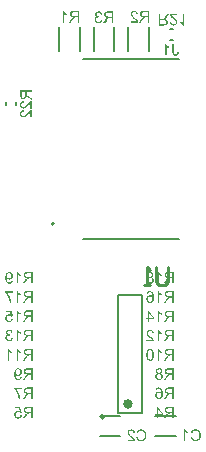
<source format=gbr>
G04*
G04 #@! TF.GenerationSoftware,Altium Limited,Altium Designer,24.9.1 (31)*
G04*
G04 Layer_Color=32896*
%FSLAX25Y25*%
%MOIN*%
G70*
G04*
G04 #@! TF.SameCoordinates,65E441D1-A48C-4218-98E1-AC23B9FD057C*
G04*
G04*
G04 #@! TF.FilePolarity,Positive*
G04*
G01*
G75*
%ADD10C,0.00787*%
%ADD12C,0.00984*%
%ADD13C,0.00500*%
%ADD61C,0.01000*%
%ADD76C,0.01575*%
G36*
X154256Y233368D02*
X154317Y233279D01*
X154389Y233190D01*
X154456Y233112D01*
X154522Y233046D01*
X154572Y232990D01*
X154594Y232974D01*
X154611Y232957D01*
X154617Y232951D01*
X154622Y232946D01*
X154739Y232851D01*
X154855Y232763D01*
X154966Y232685D01*
X155077Y232624D01*
X155172Y232568D01*
X155210Y232546D01*
X155244Y232529D01*
X155271Y232513D01*
X155294Y232507D01*
X155305Y232496D01*
X155310D01*
Y232041D01*
X155227Y232074D01*
X155144Y232113D01*
X155061Y232152D01*
X154983Y232191D01*
X154916Y232224D01*
X154861Y232252D01*
X154827Y232274D01*
X154822Y232280D01*
X154816D01*
X154717Y232341D01*
X154628Y232402D01*
X154550Y232457D01*
X154489Y232507D01*
X154433Y232546D01*
X154400Y232579D01*
X154372Y232602D01*
X154367Y232607D01*
Y229605D01*
X153895D01*
Y233462D01*
X154200D01*
X154256Y233368D01*
D02*
G37*
G36*
X156820Y230798D02*
Y230681D01*
X156831Y230581D01*
X156837Y230498D01*
X156848Y230432D01*
X156859Y230382D01*
X156864Y230343D01*
X156875Y230321D01*
Y230315D01*
X156898Y230260D01*
X156925Y230215D01*
X156959Y230176D01*
X156986Y230137D01*
X157020Y230115D01*
X157042Y230093D01*
X157059Y230082D01*
X157064Y230076D01*
X157120Y230049D01*
X157175Y230027D01*
X157231Y230015D01*
X157281Y230004D01*
X157331Y229999D01*
X157364Y229993D01*
X157397D01*
X157486Y229999D01*
X157569Y230021D01*
X157636Y230043D01*
X157697Y230076D01*
X157741Y230104D01*
X157774Y230132D01*
X157797Y230149D01*
X157802Y230154D01*
X157830Y230187D01*
X157852Y230226D01*
X157886Y230315D01*
X157919Y230415D01*
X157935Y230515D01*
X157952Y230609D01*
Y230648D01*
X157958Y230681D01*
X157963Y230715D01*
Y230737D01*
Y230748D01*
Y230753D01*
X158424Y230687D01*
Y230581D01*
X158418Y230487D01*
X158402Y230393D01*
X158391Y230310D01*
X158368Y230232D01*
X158346Y230165D01*
X158324Y230099D01*
X158302Y230043D01*
X158274Y229993D01*
X158252Y229949D01*
X158230Y229910D01*
X158207Y229882D01*
X158191Y229860D01*
X158180Y229838D01*
X158174Y229832D01*
X158169Y229827D01*
X158113Y229777D01*
X158057Y229732D01*
X157996Y229694D01*
X157930Y229660D01*
X157802Y229610D01*
X157680Y229577D01*
X157564Y229555D01*
X157519Y229549D01*
X157475Y229544D01*
X157441Y229538D01*
X157392D01*
X157270Y229544D01*
X157158Y229560D01*
X157059Y229583D01*
X156970Y229610D01*
X156898Y229632D01*
X156848Y229655D01*
X156814Y229671D01*
X156803Y229677D01*
X156714Y229732D01*
X156637Y229799D01*
X156576Y229866D01*
X156520Y229927D01*
X156481Y229988D01*
X156454Y230032D01*
X156437Y230065D01*
X156431Y230071D01*
Y230076D01*
X156393Y230187D01*
X156359Y230304D01*
X156337Y230432D01*
X156326Y230554D01*
X156315Y230659D01*
Y230704D01*
X156309Y230748D01*
Y230781D01*
Y230803D01*
Y230820D01*
Y230826D01*
Y233445D01*
X156820D01*
Y230798D01*
D02*
G37*
G36*
X109429Y217560D02*
X107725D01*
Y216905D01*
X107730Y216844D01*
Y216799D01*
X107736Y216761D01*
X107741Y216733D01*
Y216711D01*
X107747Y216700D01*
Y216694D01*
X107775Y216605D01*
X107791Y216566D01*
X107808Y216533D01*
X107825Y216500D01*
X107836Y216478D01*
X107841Y216466D01*
X107847Y216461D01*
X107880Y216417D01*
X107919Y216372D01*
X108002Y216289D01*
X108041Y216250D01*
X108074Y216222D01*
X108097Y216206D01*
X108102Y216200D01*
X108180Y216145D01*
X108263Y216084D01*
X108352Y216022D01*
X108435Y215961D01*
X108513Y215912D01*
X108574Y215873D01*
X108596Y215856D01*
X108613Y215845D01*
X108624Y215834D01*
X108629D01*
X109429Y215329D01*
Y214696D01*
X108385Y215356D01*
X108274Y215434D01*
X108174Y215506D01*
X108091Y215579D01*
X108013Y215639D01*
X107958Y215695D01*
X107913Y215739D01*
X107886Y215767D01*
X107875Y215778D01*
X107841Y215823D01*
X107802Y215873D01*
X107741Y215972D01*
X107719Y216017D01*
X107697Y216050D01*
X107686Y216072D01*
X107680Y216084D01*
X107664Y215984D01*
X107647Y215889D01*
X107619Y215806D01*
X107597Y215723D01*
X107569Y215651D01*
X107536Y215584D01*
X107508Y215523D01*
X107481Y215468D01*
X107447Y215423D01*
X107420Y215379D01*
X107397Y215345D01*
X107375Y215318D01*
X107359Y215295D01*
X107342Y215279D01*
X107336Y215273D01*
X107331Y215268D01*
X107275Y215223D01*
X107220Y215179D01*
X107103Y215112D01*
X106987Y215068D01*
X106876Y215035D01*
X106781Y215012D01*
X106742Y215007D01*
X106704D01*
X106676Y215001D01*
X106654D01*
X106642D01*
X106637D01*
X106520Y215007D01*
X106415Y215023D01*
X106315Y215051D01*
X106232Y215079D01*
X106160Y215112D01*
X106104Y215135D01*
X106071Y215157D01*
X106065Y215162D01*
X106060D01*
X105971Y215229D01*
X105893Y215295D01*
X105827Y215368D01*
X105777Y215434D01*
X105738Y215495D01*
X105716Y215545D01*
X105699Y215579D01*
X105693Y215584D01*
Y215590D01*
X105677Y215639D01*
X105660Y215701D01*
X105632Y215823D01*
X105616Y215956D01*
X105599Y216078D01*
X105594Y216195D01*
Y216245D01*
X105588Y216289D01*
Y218070D01*
X109429D01*
Y217560D01*
D02*
G37*
G36*
Y211915D02*
X108974D01*
Y213808D01*
X108879Y213741D01*
X108840Y213708D01*
X108801Y213680D01*
X108768Y213653D01*
X108746Y213630D01*
X108729Y213614D01*
X108724Y213608D01*
X108696Y213580D01*
X108668Y213547D01*
X108596Y213470D01*
X108513Y213381D01*
X108430Y213286D01*
X108358Y213197D01*
X108324Y213159D01*
X108291Y213125D01*
X108269Y213098D01*
X108252Y213075D01*
X108241Y213064D01*
X108235Y213059D01*
X108158Y212970D01*
X108086Y212881D01*
X108013Y212804D01*
X107952Y212731D01*
X107891Y212665D01*
X107836Y212609D01*
X107786Y212554D01*
X107741Y212509D01*
X107697Y212465D01*
X107664Y212432D01*
X107636Y212404D01*
X107608Y212376D01*
X107575Y212348D01*
X107564Y212337D01*
X107469Y212260D01*
X107386Y212193D01*
X107303Y212138D01*
X107236Y212093D01*
X107175Y212060D01*
X107131Y212038D01*
X107103Y212027D01*
X107092Y212021D01*
X107009Y211988D01*
X106926Y211965D01*
X106848Y211943D01*
X106781Y211932D01*
X106720Y211927D01*
X106676Y211921D01*
X106648D01*
X106637D01*
X106554Y211927D01*
X106476Y211938D01*
X106398Y211949D01*
X106332Y211971D01*
X106199Y212027D01*
X106093Y212082D01*
X106043Y212115D01*
X106004Y212143D01*
X105965Y212171D01*
X105938Y212198D01*
X105915Y212221D01*
X105893Y212232D01*
X105888Y212243D01*
X105882Y212248D01*
X105827Y212310D01*
X105777Y212376D01*
X105738Y212448D01*
X105705Y212520D01*
X105649Y212665D01*
X105610Y212809D01*
X105599Y212870D01*
X105588Y212931D01*
X105582Y212987D01*
X105577Y213031D01*
X105571Y213070D01*
Y213125D01*
X105577Y213225D01*
X105582Y213320D01*
X105599Y213408D01*
X105616Y213492D01*
X105638Y213569D01*
X105660Y213642D01*
X105688Y213708D01*
X105716Y213769D01*
X105743Y213825D01*
X105771Y213869D01*
X105793Y213908D01*
X105816Y213941D01*
X105832Y213969D01*
X105849Y213986D01*
X105854Y213997D01*
X105860Y214002D01*
X105915Y214058D01*
X105976Y214108D01*
X106043Y214158D01*
X106110Y214196D01*
X106243Y214263D01*
X106376Y214307D01*
X106437Y214324D01*
X106498Y214341D01*
X106548Y214352D01*
X106593Y214363D01*
X106631Y214369D01*
X106659D01*
X106676Y214374D01*
X106681D01*
X106731Y213891D01*
X106604Y213880D01*
X106493Y213858D01*
X106393Y213825D01*
X106315Y213786D01*
X106248Y213753D01*
X106204Y213719D01*
X106176Y213697D01*
X106165Y213686D01*
X106099Y213603D01*
X106049Y213514D01*
X106010Y213420D01*
X105988Y213336D01*
X105971Y213259D01*
X105965Y213192D01*
X105960Y213170D01*
Y213137D01*
X105965Y213020D01*
X105988Y212914D01*
X106021Y212826D01*
X106054Y212748D01*
X106093Y212687D01*
X106121Y212648D01*
X106143Y212620D01*
X106154Y212609D01*
X106232Y212543D01*
X106309Y212493D01*
X106387Y212454D01*
X106465Y212432D01*
X106526Y212415D01*
X106581Y212409D01*
X106615Y212404D01*
X106620D01*
X106626D01*
X106726Y212415D01*
X106831Y212437D01*
X106926Y212476D01*
X107014Y212515D01*
X107087Y212559D01*
X107148Y212598D01*
X107170Y212609D01*
X107186Y212620D01*
X107192Y212631D01*
X107197D01*
X107259Y212676D01*
X107320Y212731D01*
X107386Y212792D01*
X107453Y212859D01*
X107586Y212998D01*
X107719Y213137D01*
X107780Y213209D01*
X107836Y213270D01*
X107886Y213331D01*
X107930Y213381D01*
X107963Y213420D01*
X107991Y213453D01*
X108008Y213475D01*
X108013Y213481D01*
X108130Y213619D01*
X108241Y213747D01*
X108341Y213852D01*
X108424Y213936D01*
X108496Y214008D01*
X108546Y214058D01*
X108580Y214086D01*
X108585Y214097D01*
X108591D01*
X108685Y214174D01*
X108774Y214235D01*
X108862Y214291D01*
X108940Y214335D01*
X109007Y214369D01*
X109057Y214391D01*
X109090Y214402D01*
X109096Y214407D01*
X109101D01*
X109162Y214430D01*
X109218Y214441D01*
X109273Y214452D01*
X109323Y214457D01*
X109368Y214463D01*
X109401D01*
X109423D01*
X109429D01*
Y211915D01*
D02*
G37*
G36*
Y208930D02*
X108974D01*
Y210822D01*
X108879Y210755D01*
X108840Y210722D01*
X108801Y210695D01*
X108768Y210667D01*
X108746Y210645D01*
X108729Y210628D01*
X108724Y210622D01*
X108696Y210595D01*
X108668Y210561D01*
X108596Y210484D01*
X108513Y210395D01*
X108430Y210300D01*
X108358Y210212D01*
X108324Y210173D01*
X108291Y210139D01*
X108269Y210112D01*
X108252Y210089D01*
X108241Y210078D01*
X108235Y210073D01*
X108158Y209984D01*
X108086Y209895D01*
X108013Y209818D01*
X107952Y209745D01*
X107891Y209679D01*
X107836Y209623D01*
X107786Y209568D01*
X107741Y209523D01*
X107697Y209479D01*
X107664Y209446D01*
X107636Y209418D01*
X107608Y209390D01*
X107575Y209363D01*
X107564Y209351D01*
X107469Y209274D01*
X107386Y209207D01*
X107303Y209152D01*
X107236Y209107D01*
X107175Y209074D01*
X107131Y209052D01*
X107103Y209041D01*
X107092Y209035D01*
X107009Y209002D01*
X106926Y208980D01*
X106848Y208957D01*
X106781Y208946D01*
X106720Y208941D01*
X106676Y208935D01*
X106648D01*
X106637D01*
X106554Y208941D01*
X106476Y208952D01*
X106398Y208963D01*
X106332Y208985D01*
X106199Y209041D01*
X106093Y209096D01*
X106043Y209129D01*
X106004Y209157D01*
X105965Y209185D01*
X105938Y209213D01*
X105915Y209235D01*
X105893Y209246D01*
X105888Y209257D01*
X105882Y209263D01*
X105827Y209324D01*
X105777Y209390D01*
X105738Y209462D01*
X105705Y209535D01*
X105649Y209679D01*
X105610Y209823D01*
X105599Y209884D01*
X105588Y209945D01*
X105582Y210001D01*
X105577Y210045D01*
X105571Y210084D01*
Y210139D01*
X105577Y210239D01*
X105582Y210334D01*
X105599Y210422D01*
X105616Y210506D01*
X105638Y210583D01*
X105660Y210656D01*
X105688Y210722D01*
X105716Y210783D01*
X105743Y210839D01*
X105771Y210883D01*
X105793Y210922D01*
X105816Y210955D01*
X105832Y210983D01*
X105849Y211000D01*
X105854Y211011D01*
X105860Y211016D01*
X105915Y211072D01*
X105976Y211122D01*
X106043Y211172D01*
X106110Y211211D01*
X106243Y211277D01*
X106376Y211322D01*
X106437Y211338D01*
X106498Y211355D01*
X106548Y211366D01*
X106593Y211377D01*
X106631Y211383D01*
X106659D01*
X106676Y211388D01*
X106681D01*
X106731Y210905D01*
X106604Y210894D01*
X106493Y210872D01*
X106393Y210839D01*
X106315Y210800D01*
X106248Y210767D01*
X106204Y210733D01*
X106176Y210711D01*
X106165Y210700D01*
X106099Y210617D01*
X106049Y210528D01*
X106010Y210434D01*
X105988Y210350D01*
X105971Y210273D01*
X105965Y210206D01*
X105960Y210184D01*
Y210151D01*
X105965Y210034D01*
X105988Y209929D01*
X106021Y209840D01*
X106054Y209762D01*
X106093Y209701D01*
X106121Y209662D01*
X106143Y209634D01*
X106154Y209623D01*
X106232Y209557D01*
X106309Y209507D01*
X106387Y209468D01*
X106465Y209446D01*
X106526Y209429D01*
X106581Y209423D01*
X106615Y209418D01*
X106620D01*
X106626D01*
X106726Y209429D01*
X106831Y209451D01*
X106926Y209490D01*
X107014Y209529D01*
X107087Y209573D01*
X107148Y209612D01*
X107170Y209623D01*
X107186Y209634D01*
X107192Y209646D01*
X107197D01*
X107259Y209690D01*
X107320Y209745D01*
X107386Y209806D01*
X107453Y209873D01*
X107586Y210012D01*
X107719Y210151D01*
X107780Y210223D01*
X107836Y210284D01*
X107886Y210345D01*
X107930Y210395D01*
X107963Y210434D01*
X107991Y210467D01*
X108008Y210489D01*
X108013Y210495D01*
X108130Y210633D01*
X108241Y210761D01*
X108341Y210866D01*
X108424Y210950D01*
X108496Y211022D01*
X108546Y211072D01*
X108580Y211100D01*
X108585Y211111D01*
X108591D01*
X108685Y211188D01*
X108774Y211249D01*
X108862Y211305D01*
X108940Y211349D01*
X109007Y211383D01*
X109057Y211405D01*
X109090Y211416D01*
X109096Y211421D01*
X109101D01*
X109162Y211444D01*
X109218Y211455D01*
X109273Y211466D01*
X109323Y211472D01*
X109368Y211477D01*
X109401D01*
X109423D01*
X109429D01*
Y208930D01*
D02*
G37*
G36*
X154496Y242385D02*
X154418Y242274D01*
X154346Y242174D01*
X154274Y242091D01*
X154213Y242013D01*
X154157Y241958D01*
X154113Y241914D01*
X154085Y241886D01*
X154074Y241875D01*
X154030Y241841D01*
X153980Y241803D01*
X153880Y241741D01*
X153835Y241719D01*
X153802Y241697D01*
X153780Y241686D01*
X153769Y241680D01*
X153869Y241664D01*
X153963Y241647D01*
X154046Y241619D01*
X154130Y241597D01*
X154202Y241569D01*
X154268Y241536D01*
X154329Y241508D01*
X154385Y241481D01*
X154429Y241447D01*
X154474Y241420D01*
X154507Y241397D01*
X154535Y241375D01*
X154557Y241358D01*
X154574Y241342D01*
X154579Y241336D01*
X154585Y241331D01*
X154629Y241275D01*
X154674Y241220D01*
X154740Y241103D01*
X154785Y240987D01*
X154818Y240876D01*
X154840Y240781D01*
X154846Y240742D01*
Y240704D01*
X154851Y240676D01*
Y240654D01*
Y240642D01*
Y240637D01*
X154846Y240520D01*
X154829Y240415D01*
X154801Y240315D01*
X154773Y240232D01*
X154740Y240160D01*
X154718Y240104D01*
X154696Y240071D01*
X154690Y240065D01*
Y240060D01*
X154624Y239971D01*
X154557Y239893D01*
X154485Y239827D01*
X154418Y239777D01*
X154357Y239738D01*
X154307Y239716D01*
X154274Y239699D01*
X154268Y239693D01*
X154263D01*
X154213Y239677D01*
X154152Y239660D01*
X154030Y239632D01*
X153897Y239616D01*
X153774Y239599D01*
X153658Y239594D01*
X153608D01*
X153564Y239588D01*
X151782D01*
Y243429D01*
X152293D01*
Y241725D01*
X152947D01*
X153008Y241730D01*
X153053D01*
X153092Y241736D01*
X153120Y241741D01*
X153142D01*
X153153Y241747D01*
X153158D01*
X153247Y241775D01*
X153286Y241791D01*
X153319Y241808D01*
X153353Y241825D01*
X153375Y241836D01*
X153386Y241841D01*
X153392Y241847D01*
X153436Y241880D01*
X153480Y241919D01*
X153564Y242002D01*
X153602Y242041D01*
X153630Y242074D01*
X153647Y242097D01*
X153652Y242102D01*
X153708Y242180D01*
X153769Y242263D01*
X153830Y242352D01*
X153891Y242435D01*
X153941Y242513D01*
X153980Y242574D01*
X153997Y242596D01*
X154007Y242613D01*
X154019Y242624D01*
Y242629D01*
X154524Y243429D01*
X155156D01*
X154496Y242385D01*
D02*
G37*
G36*
X160218Y239571D02*
X159913D01*
X159857Y239666D01*
X159796Y239755D01*
X159724Y239843D01*
X159657Y239921D01*
X159591Y239988D01*
X159541Y240043D01*
X159519Y240060D01*
X159502Y240076D01*
X159496Y240082D01*
X159491Y240088D01*
X159374Y240182D01*
X159258Y240271D01*
X159147Y240348D01*
X159036Y240409D01*
X158941Y240465D01*
X158903Y240487D01*
X158869Y240504D01*
X158842Y240520D01*
X158819Y240526D01*
X158808Y240537D01*
X158803D01*
Y240992D01*
X158886Y240959D01*
X158969Y240920D01*
X159053Y240881D01*
X159130Y240842D01*
X159197Y240809D01*
X159252Y240781D01*
X159286Y240759D01*
X159291Y240754D01*
X159297D01*
X159397Y240692D01*
X159485Y240631D01*
X159563Y240576D01*
X159624Y240526D01*
X159680Y240487D01*
X159713Y240454D01*
X159741Y240432D01*
X159746Y240426D01*
Y243429D01*
X160218D01*
Y239571D01*
D02*
G37*
G36*
X157937Y242973D02*
X156044D01*
X156111Y242879D01*
X156144Y242840D01*
X156172Y242801D01*
X156200Y242768D01*
X156222Y242746D01*
X156239Y242729D01*
X156244Y242724D01*
X156272Y242696D01*
X156305Y242668D01*
X156383Y242596D01*
X156472Y242513D01*
X156566Y242430D01*
X156655Y242357D01*
X156694Y242324D01*
X156727Y242291D01*
X156755Y242269D01*
X156777Y242252D01*
X156788Y242241D01*
X156794Y242235D01*
X156882Y242158D01*
X156971Y242086D01*
X157049Y242013D01*
X157121Y241952D01*
X157188Y241891D01*
X157243Y241836D01*
X157299Y241786D01*
X157343Y241741D01*
X157387Y241697D01*
X157421Y241664D01*
X157449Y241636D01*
X157476Y241608D01*
X157504Y241575D01*
X157515Y241564D01*
X157593Y241470D01*
X157659Y241386D01*
X157715Y241303D01*
X157759Y241236D01*
X157793Y241175D01*
X157815Y241131D01*
X157826Y241103D01*
X157832Y241092D01*
X157865Y241009D01*
X157887Y240926D01*
X157909Y240848D01*
X157920Y240781D01*
X157926Y240720D01*
X157931Y240676D01*
Y240648D01*
Y240637D01*
X157926Y240554D01*
X157915Y240476D01*
X157904Y240398D01*
X157881Y240332D01*
X157826Y240198D01*
X157771Y240093D01*
X157737Y240043D01*
X157709Y240004D01*
X157682Y239965D01*
X157654Y239938D01*
X157632Y239915D01*
X157621Y239893D01*
X157609Y239888D01*
X157604Y239882D01*
X157543Y239827D01*
X157476Y239777D01*
X157404Y239738D01*
X157332Y239705D01*
X157188Y239649D01*
X157043Y239610D01*
X156982Y239599D01*
X156921Y239588D01*
X156866Y239582D01*
X156821Y239577D01*
X156782Y239571D01*
X156727D01*
X156627Y239577D01*
X156533Y239582D01*
X156444Y239599D01*
X156361Y239616D01*
X156283Y239638D01*
X156211Y239660D01*
X156144Y239688D01*
X156083Y239716D01*
X156028Y239743D01*
X155983Y239771D01*
X155945Y239793D01*
X155911Y239816D01*
X155883Y239832D01*
X155867Y239849D01*
X155856Y239854D01*
X155850Y239860D01*
X155795Y239915D01*
X155745Y239977D01*
X155695Y240043D01*
X155656Y240110D01*
X155589Y240243D01*
X155545Y240376D01*
X155528Y240437D01*
X155512Y240498D01*
X155500Y240548D01*
X155489Y240593D01*
X155484Y240631D01*
Y240659D01*
X155478Y240676D01*
Y240681D01*
X155961Y240731D01*
X155972Y240604D01*
X155994Y240493D01*
X156028Y240393D01*
X156067Y240315D01*
X156100Y240248D01*
X156133Y240204D01*
X156155Y240176D01*
X156167Y240165D01*
X156250Y240099D01*
X156339Y240049D01*
X156433Y240010D01*
X156516Y239988D01*
X156594Y239971D01*
X156660Y239965D01*
X156683Y239960D01*
X156716D01*
X156833Y239965D01*
X156938Y239988D01*
X157027Y240021D01*
X157104Y240054D01*
X157166Y240093D01*
X157204Y240121D01*
X157232Y240143D01*
X157243Y240154D01*
X157310Y240232D01*
X157360Y240310D01*
X157399Y240387D01*
X157421Y240465D01*
X157437Y240526D01*
X157443Y240581D01*
X157449Y240615D01*
Y240620D01*
Y240626D01*
X157437Y240726D01*
X157415Y240831D01*
X157376Y240926D01*
X157338Y241014D01*
X157293Y241087D01*
X157254Y241148D01*
X157243Y241170D01*
X157232Y241186D01*
X157221Y241192D01*
Y241197D01*
X157177Y241259D01*
X157121Y241320D01*
X157060Y241386D01*
X156993Y241453D01*
X156855Y241586D01*
X156716Y241719D01*
X156644Y241780D01*
X156583Y241836D01*
X156522Y241886D01*
X156472Y241930D01*
X156433Y241963D01*
X156400Y241991D01*
X156377Y242008D01*
X156372Y242013D01*
X156233Y242130D01*
X156105Y242241D01*
X156000Y242341D01*
X155917Y242424D01*
X155845Y242496D01*
X155795Y242546D01*
X155767Y242580D01*
X155756Y242585D01*
Y242591D01*
X155678Y242685D01*
X155617Y242774D01*
X155562Y242863D01*
X155517Y242940D01*
X155484Y243007D01*
X155462Y243057D01*
X155450Y243090D01*
X155445Y243096D01*
Y243101D01*
X155423Y243162D01*
X155412Y243218D01*
X155401Y243273D01*
X155395Y243323D01*
X155389Y243368D01*
Y243401D01*
Y243423D01*
Y243429D01*
X157937D01*
Y242973D01*
D02*
G37*
G36*
X104711Y157363D02*
X104772Y157274D01*
X104844Y157185D01*
X104910Y157108D01*
X104977Y157041D01*
X105027Y156985D01*
X105049Y156969D01*
X105066Y156952D01*
X105071Y156947D01*
X105077Y156941D01*
X105193Y156847D01*
X105310Y156758D01*
X105421Y156680D01*
X105532Y156619D01*
X105626Y156564D01*
X105665Y156542D01*
X105699Y156525D01*
X105726Y156508D01*
X105748Y156503D01*
X105760Y156492D01*
X105765D01*
Y156036D01*
X105682Y156070D01*
X105599Y156109D01*
X105515Y156148D01*
X105438Y156186D01*
X105371Y156220D01*
X105316Y156247D01*
X105282Y156270D01*
X105277Y156275D01*
X105271D01*
X105171Y156336D01*
X105082Y156397D01*
X105005Y156453D01*
X104944Y156503D01*
X104888Y156542D01*
X104855Y156575D01*
X104827Y156597D01*
X104822Y156603D01*
Y153600D01*
X104350D01*
Y157457D01*
X104655D01*
X104711Y157363D01*
D02*
G37*
G36*
X102030Y157452D02*
X102119Y157441D01*
X102208Y157424D01*
X102285Y157402D01*
X102435Y157341D01*
X102502Y157313D01*
X102557Y157280D01*
X102613Y157241D01*
X102657Y157213D01*
X102701Y157180D01*
X102735Y157152D01*
X102763Y157130D01*
X102779Y157113D01*
X102790Y157102D01*
X102796Y157097D01*
X102857Y157030D01*
X102907Y156952D01*
X102957Y156880D01*
X102996Y156802D01*
X103029Y156719D01*
X103057Y156641D01*
X103096Y156497D01*
X103112Y156425D01*
X103123Y156364D01*
X103129Y156303D01*
X103134Y156253D01*
X103140Y156214D01*
Y156186D01*
Y156164D01*
Y156158D01*
X103134Y156053D01*
X103123Y155959D01*
X103112Y155864D01*
X103090Y155776D01*
X103062Y155698D01*
X103034Y155620D01*
X103007Y155554D01*
X102973Y155493D01*
X102946Y155437D01*
X102918Y155387D01*
X102890Y155348D01*
X102863Y155309D01*
X102840Y155282D01*
X102829Y155265D01*
X102818Y155254D01*
X102813Y155248D01*
X102752Y155187D01*
X102685Y155137D01*
X102618Y155087D01*
X102546Y155049D01*
X102480Y155015D01*
X102413Y154988D01*
X102285Y154949D01*
X102230Y154932D01*
X102174Y154921D01*
X102130Y154915D01*
X102085Y154910D01*
X102052Y154904D01*
X102008D01*
X101902Y154910D01*
X101802Y154926D01*
X101714Y154949D01*
X101630Y154976D01*
X101569Y154999D01*
X101519Y155021D01*
X101486Y155037D01*
X101475Y155043D01*
X101386Y155098D01*
X101309Y155159D01*
X101242Y155221D01*
X101186Y155276D01*
X101148Y155332D01*
X101114Y155370D01*
X101092Y155398D01*
X101086Y155409D01*
Y155365D01*
Y155337D01*
Y155321D01*
Y155315D01*
X101092Y155204D01*
X101098Y155098D01*
X101109Y155004D01*
X101120Y154915D01*
X101137Y154843D01*
X101148Y154788D01*
X101153Y154765D01*
Y154749D01*
X101159Y154743D01*
Y154738D01*
X101186Y154638D01*
X101214Y154549D01*
X101242Y154471D01*
X101270Y154405D01*
X101292Y154355D01*
X101314Y154316D01*
X101325Y154288D01*
X101331Y154283D01*
X101375Y154222D01*
X101419Y154172D01*
X101464Y154127D01*
X101508Y154088D01*
X101542Y154055D01*
X101575Y154033D01*
X101597Y154022D01*
X101603Y154016D01*
X101664Y153983D01*
X101730Y153961D01*
X101791Y153944D01*
X101852Y153933D01*
X101902Y153927D01*
X101941Y153922D01*
X101980D01*
X102069Y153927D01*
X102152Y153944D01*
X102224Y153966D01*
X102285Y153994D01*
X102330Y154016D01*
X102369Y154038D01*
X102391Y154055D01*
X102396Y154061D01*
X102452Y154122D01*
X102496Y154194D01*
X102535Y154272D01*
X102563Y154349D01*
X102585Y154416D01*
X102602Y154477D01*
X102607Y154499D01*
Y154510D01*
X102613Y154521D01*
Y154527D01*
X103068Y154488D01*
X103034Y154327D01*
X102990Y154188D01*
X102935Y154066D01*
X102879Y153966D01*
X102824Y153889D01*
X102796Y153855D01*
X102774Y153828D01*
X102757Y153811D01*
X102740Y153794D01*
X102735Y153789D01*
X102729Y153783D01*
X102674Y153739D01*
X102613Y153700D01*
X102491Y153639D01*
X102369Y153595D01*
X102252Y153567D01*
X102147Y153544D01*
X102102Y153539D01*
X102063D01*
X102036Y153533D01*
X101991D01*
X101836Y153544D01*
X101697Y153567D01*
X101569Y153605D01*
X101464Y153650D01*
X101419Y153667D01*
X101375Y153689D01*
X101342Y153711D01*
X101309Y153728D01*
X101286Y153739D01*
X101270Y153750D01*
X101259Y153761D01*
X101253D01*
X101142Y153855D01*
X101042Y153961D01*
X100964Y154072D01*
X100898Y154177D01*
X100842Y154272D01*
X100820Y154316D01*
X100803Y154349D01*
X100792Y154383D01*
X100781Y154405D01*
X100776Y154416D01*
Y154421D01*
X100748Y154505D01*
X100720Y154599D01*
X100681Y154788D01*
X100654Y154988D01*
X100637Y155176D01*
X100626Y155259D01*
X100620Y155343D01*
Y155415D01*
X100615Y155476D01*
Y155526D01*
Y155565D01*
Y155593D01*
Y155598D01*
Y155726D01*
X100620Y155848D01*
X100631Y155959D01*
X100643Y156064D01*
X100654Y156158D01*
X100665Y156247D01*
X100681Y156331D01*
X100698Y156403D01*
X100715Y156464D01*
X100726Y156519D01*
X100742Y156569D01*
X100753Y156608D01*
X100765Y156636D01*
X100776Y156658D01*
X100781Y156669D01*
Y156675D01*
X100848Y156808D01*
X100920Y156924D01*
X101003Y157024D01*
X101075Y157108D01*
X101148Y157169D01*
X101203Y157213D01*
X101225Y157230D01*
X101242Y157241D01*
X101248Y157252D01*
X101253D01*
X101370Y157318D01*
X101486Y157369D01*
X101603Y157407D01*
X101708Y157430D01*
X101802Y157446D01*
X101841Y157452D01*
X101869D01*
X101897Y157457D01*
X101936D01*
X102030Y157452D01*
D02*
G37*
G36*
X109800Y153600D02*
X109289D01*
Y155304D01*
X108634D01*
X108573Y155298D01*
X108529D01*
X108490Y155293D01*
X108462Y155287D01*
X108440D01*
X108429Y155282D01*
X108424D01*
X108335Y155254D01*
X108296Y155237D01*
X108263Y155221D01*
X108229Y155204D01*
X108207Y155193D01*
X108196Y155187D01*
X108191Y155182D01*
X108146Y155148D01*
X108102Y155110D01*
X108019Y155026D01*
X107980Y154988D01*
X107952Y154954D01*
X107935Y154932D01*
X107930Y154926D01*
X107874Y154849D01*
X107813Y154765D01*
X107752Y154677D01*
X107691Y154594D01*
X107641Y154516D01*
X107602Y154455D01*
X107586Y154432D01*
X107574Y154416D01*
X107563Y154405D01*
Y154399D01*
X107058Y153600D01*
X106426D01*
X107086Y154643D01*
X107164Y154754D01*
X107236Y154854D01*
X107308Y154938D01*
X107369Y155015D01*
X107425Y155071D01*
X107469Y155115D01*
X107497Y155143D01*
X107508Y155154D01*
X107552Y155187D01*
X107602Y155226D01*
X107702Y155287D01*
X107747Y155309D01*
X107780Y155332D01*
X107802Y155343D01*
X107813Y155348D01*
X107713Y155365D01*
X107619Y155382D01*
X107536Y155409D01*
X107452Y155431D01*
X107380Y155459D01*
X107314Y155493D01*
X107253Y155520D01*
X107197Y155548D01*
X107153Y155581D01*
X107108Y155609D01*
X107075Y155631D01*
X107047Y155654D01*
X107025Y155670D01*
X107008Y155687D01*
X107003Y155692D01*
X106997Y155698D01*
X106953Y155753D01*
X106908Y155809D01*
X106842Y155926D01*
X106798Y156042D01*
X106764Y156153D01*
X106742Y156247D01*
X106736Y156286D01*
Y156325D01*
X106731Y156353D01*
Y156375D01*
Y156386D01*
Y156392D01*
X106736Y156508D01*
X106753Y156614D01*
X106781Y156714D01*
X106808Y156797D01*
X106842Y156869D01*
X106864Y156924D01*
X106886Y156958D01*
X106892Y156963D01*
Y156969D01*
X106958Y157058D01*
X107025Y157135D01*
X107097Y157202D01*
X107164Y157252D01*
X107225Y157291D01*
X107275Y157313D01*
X107308Y157330D01*
X107314Y157335D01*
X107319D01*
X107369Y157352D01*
X107430Y157369D01*
X107552Y157396D01*
X107685Y157413D01*
X107808Y157430D01*
X107924Y157435D01*
X107974D01*
X108019Y157441D01*
X109800D01*
Y153600D01*
D02*
G37*
G36*
X151711Y157363D02*
X151772Y157274D01*
X151844Y157185D01*
X151910Y157108D01*
X151977Y157041D01*
X152027Y156985D01*
X152049Y156969D01*
X152066Y156952D01*
X152071Y156947D01*
X152077Y156941D01*
X152193Y156847D01*
X152310Y156758D01*
X152421Y156680D01*
X152532Y156619D01*
X152626Y156564D01*
X152665Y156542D01*
X152699Y156525D01*
X152726Y156508D01*
X152749Y156503D01*
X152760Y156492D01*
X152765D01*
Y156036D01*
X152682Y156070D01*
X152599Y156109D01*
X152515Y156148D01*
X152438Y156186D01*
X152371Y156220D01*
X152316Y156247D01*
X152282Y156270D01*
X152277Y156275D01*
X152271D01*
X152171Y156336D01*
X152083Y156397D01*
X152005Y156453D01*
X151944Y156503D01*
X151888Y156542D01*
X151855Y156575D01*
X151827Y156597D01*
X151822Y156603D01*
Y153600D01*
X151350D01*
Y157457D01*
X151655D01*
X151711Y157363D01*
D02*
G37*
G36*
X156800Y153600D02*
X156289D01*
Y155304D01*
X155634D01*
X155573Y155298D01*
X155529D01*
X155490Y155293D01*
X155462Y155287D01*
X155440D01*
X155429Y155282D01*
X155424D01*
X155335Y155254D01*
X155296Y155237D01*
X155263Y155221D01*
X155229Y155204D01*
X155207Y155193D01*
X155196Y155187D01*
X155191Y155182D01*
X155146Y155148D01*
X155102Y155110D01*
X155018Y155026D01*
X154980Y154988D01*
X154952Y154954D01*
X154935Y154932D01*
X154930Y154926D01*
X154874Y154849D01*
X154813Y154765D01*
X154752Y154677D01*
X154691Y154594D01*
X154641Y154516D01*
X154602Y154455D01*
X154586Y154432D01*
X154575Y154416D01*
X154563Y154405D01*
Y154399D01*
X154058Y153600D01*
X153426D01*
X154086Y154643D01*
X154164Y154754D01*
X154236Y154854D01*
X154308Y154938D01*
X154369Y155015D01*
X154425Y155071D01*
X154469Y155115D01*
X154497Y155143D01*
X154508Y155154D01*
X154552Y155187D01*
X154602Y155226D01*
X154702Y155287D01*
X154746Y155309D01*
X154780Y155332D01*
X154802Y155343D01*
X154813Y155348D01*
X154713Y155365D01*
X154619Y155382D01*
X154536Y155409D01*
X154452Y155431D01*
X154380Y155459D01*
X154314Y155493D01*
X154253Y155520D01*
X154197Y155548D01*
X154153Y155581D01*
X154108Y155609D01*
X154075Y155631D01*
X154047Y155654D01*
X154025Y155670D01*
X154008Y155687D01*
X154003Y155692D01*
X153997Y155698D01*
X153953Y155753D01*
X153908Y155809D01*
X153842Y155926D01*
X153797Y156042D01*
X153764Y156153D01*
X153742Y156247D01*
X153736Y156286D01*
Y156325D01*
X153731Y156353D01*
Y156375D01*
Y156386D01*
Y156392D01*
X153736Y156508D01*
X153753Y156614D01*
X153781Y156714D01*
X153808Y156797D01*
X153842Y156869D01*
X153864Y156924D01*
X153886Y156958D01*
X153892Y156963D01*
Y156969D01*
X153958Y157058D01*
X154025Y157135D01*
X154097Y157202D01*
X154164Y157252D01*
X154225Y157291D01*
X154275Y157313D01*
X154308Y157330D01*
X154314Y157335D01*
X154319D01*
X154369Y157352D01*
X154430Y157369D01*
X154552Y157396D01*
X154685Y157413D01*
X154807Y157430D01*
X154924Y157435D01*
X154974D01*
X155018Y157441D01*
X156800D01*
Y153600D01*
D02*
G37*
G36*
X148980Y157452D02*
X149069Y157446D01*
X149224Y157413D01*
X149296Y157391D01*
X149363Y157369D01*
X149424Y157341D01*
X149479Y157313D01*
X149524Y157285D01*
X149568Y157257D01*
X149607Y157235D01*
X149635Y157213D01*
X149657Y157196D01*
X149674Y157180D01*
X149685Y157174D01*
X149690Y157169D01*
X149740Y157113D01*
X149790Y157058D01*
X149829Y156997D01*
X149863Y156936D01*
X149918Y156819D01*
X149951Y156708D01*
X149973Y156614D01*
X149979Y156569D01*
X149985Y156536D01*
X149990Y156503D01*
Y156480D01*
Y156469D01*
Y156464D01*
X149985Y156364D01*
X149968Y156270D01*
X149946Y156186D01*
X149918Y156114D01*
X149896Y156059D01*
X149874Y156014D01*
X149857Y155992D01*
X149851Y155981D01*
X149790Y155914D01*
X149724Y155853D01*
X149652Y155798D01*
X149579Y155753D01*
X149513Y155720D01*
X149463Y155698D01*
X149441Y155687D01*
X149424Y155681D01*
X149418Y155676D01*
X149413D01*
X149541Y155637D01*
X149646Y155587D01*
X149740Y155526D01*
X149818Y155470D01*
X149879Y155415D01*
X149924Y155370D01*
X149946Y155343D01*
X149957Y155337D01*
Y155332D01*
X150018Y155232D01*
X150068Y155126D01*
X150101Y155026D01*
X150123Y154926D01*
X150134Y154838D01*
X150140Y154799D01*
Y154765D01*
X150146Y154743D01*
Y154721D01*
Y154710D01*
Y154704D01*
X150140Y154616D01*
X150129Y154527D01*
X150112Y154444D01*
X150090Y154360D01*
X150034Y154222D01*
X150007Y154155D01*
X149973Y154100D01*
X149940Y154044D01*
X149912Y154000D01*
X149879Y153961D01*
X149857Y153927D01*
X149835Y153900D01*
X149818Y153883D01*
X149807Y153872D01*
X149801Y153866D01*
X149735Y153805D01*
X149663Y153755D01*
X149585Y153711D01*
X149507Y153672D01*
X149435Y153644D01*
X149357Y153617D01*
X149208Y153578D01*
X149141Y153561D01*
X149080Y153550D01*
X149024Y153544D01*
X148975Y153539D01*
X148936Y153533D01*
X148880D01*
X148775Y153539D01*
X148680Y153550D01*
X148586Y153567D01*
X148497Y153583D01*
X148419Y153611D01*
X148342Y153639D01*
X148270Y153667D01*
X148209Y153700D01*
X148153Y153733D01*
X148103Y153761D01*
X148064Y153789D01*
X148026Y153816D01*
X147998Y153833D01*
X147981Y153850D01*
X147970Y153861D01*
X147964Y153866D01*
X147903Y153933D01*
X147848Y154000D01*
X147803Y154066D01*
X147765Y154138D01*
X147726Y154205D01*
X147698Y154277D01*
X147659Y154405D01*
X147643Y154466D01*
X147631Y154521D01*
X147626Y154571D01*
X147620Y154610D01*
X147615Y154643D01*
Y154671D01*
Y154688D01*
Y154693D01*
X147620Y154821D01*
X147643Y154938D01*
X147676Y155043D01*
X147709Y155132D01*
X147742Y155204D01*
X147776Y155259D01*
X147798Y155293D01*
X147803Y155298D01*
Y155304D01*
X147881Y155393D01*
X147964Y155470D01*
X148053Y155531D01*
X148136Y155587D01*
X148214Y155626D01*
X148281Y155654D01*
X148303Y155665D01*
X148320Y155670D01*
X148331Y155676D01*
X148336D01*
X148236Y155720D01*
X148153Y155770D01*
X148081Y155820D01*
X148020Y155870D01*
X147976Y155914D01*
X147942Y155948D01*
X147920Y155970D01*
X147915Y155981D01*
X147864Y156059D01*
X147831Y156136D01*
X147803Y156214D01*
X147787Y156292D01*
X147776Y156353D01*
X147770Y156403D01*
Y156436D01*
Y156442D01*
Y156447D01*
X147776Y156525D01*
X147781Y156597D01*
X147820Y156736D01*
X147870Y156858D01*
X147925Y156963D01*
X147981Y157047D01*
X148009Y157080D01*
X148031Y157113D01*
X148053Y157135D01*
X148070Y157152D01*
X148075Y157158D01*
X148081Y157163D01*
X148142Y157213D01*
X148203Y157263D01*
X148270Y157302D01*
X148336Y157335D01*
X148469Y157385D01*
X148603Y157418D01*
X148658Y157435D01*
X148714Y157441D01*
X148764Y157446D01*
X148808Y157452D01*
X148841Y157457D01*
X148891D01*
X148980Y157452D01*
D02*
G37*
G36*
X104711Y150963D02*
X104772Y150874D01*
X104844Y150785D01*
X104910Y150708D01*
X104977Y150641D01*
X105027Y150585D01*
X105049Y150569D01*
X105066Y150552D01*
X105071Y150547D01*
X105077Y150541D01*
X105193Y150447D01*
X105310Y150358D01*
X105421Y150280D01*
X105532Y150219D01*
X105626Y150164D01*
X105665Y150142D01*
X105699Y150125D01*
X105726Y150108D01*
X105748Y150103D01*
X105760Y150092D01*
X105765D01*
Y149636D01*
X105682Y149670D01*
X105599Y149709D01*
X105515Y149748D01*
X105438Y149786D01*
X105371Y149820D01*
X105316Y149847D01*
X105282Y149870D01*
X105277Y149875D01*
X105271D01*
X105171Y149936D01*
X105082Y149997D01*
X105005Y150053D01*
X104944Y150103D01*
X104888Y150142D01*
X104855Y150175D01*
X104827Y150197D01*
X104822Y150203D01*
Y147200D01*
X104350D01*
Y151057D01*
X104655D01*
X104711Y150963D01*
D02*
G37*
G36*
X109800Y147200D02*
X109289D01*
Y148904D01*
X108634D01*
X108573Y148898D01*
X108529D01*
X108490Y148893D01*
X108462Y148887D01*
X108440D01*
X108429Y148882D01*
X108424D01*
X108335Y148854D01*
X108296Y148837D01*
X108263Y148821D01*
X108229Y148804D01*
X108207Y148793D01*
X108196Y148787D01*
X108191Y148782D01*
X108146Y148749D01*
X108102Y148710D01*
X108019Y148626D01*
X107980Y148588D01*
X107952Y148554D01*
X107935Y148532D01*
X107930Y148526D01*
X107874Y148449D01*
X107813Y148365D01*
X107752Y148277D01*
X107691Y148194D01*
X107641Y148116D01*
X107602Y148055D01*
X107586Y148032D01*
X107574Y148016D01*
X107563Y148005D01*
Y147999D01*
X107058Y147200D01*
X106426D01*
X107086Y148243D01*
X107164Y148354D01*
X107236Y148454D01*
X107308Y148538D01*
X107369Y148615D01*
X107425Y148671D01*
X107469Y148715D01*
X107497Y148743D01*
X107508Y148754D01*
X107552Y148787D01*
X107602Y148826D01*
X107702Y148887D01*
X107747Y148909D01*
X107780Y148932D01*
X107802Y148943D01*
X107813Y148948D01*
X107713Y148965D01*
X107619Y148981D01*
X107536Y149009D01*
X107452Y149031D01*
X107380Y149059D01*
X107314Y149093D01*
X107253Y149120D01*
X107197Y149148D01*
X107153Y149181D01*
X107108Y149209D01*
X107075Y149231D01*
X107047Y149253D01*
X107025Y149270D01*
X107008Y149287D01*
X107003Y149292D01*
X106997Y149298D01*
X106953Y149353D01*
X106908Y149409D01*
X106842Y149525D01*
X106798Y149642D01*
X106764Y149753D01*
X106742Y149847D01*
X106736Y149886D01*
Y149925D01*
X106731Y149953D01*
Y149975D01*
Y149986D01*
Y149992D01*
X106736Y150108D01*
X106753Y150214D01*
X106781Y150314D01*
X106808Y150397D01*
X106842Y150469D01*
X106864Y150524D01*
X106886Y150558D01*
X106892Y150563D01*
Y150569D01*
X106958Y150658D01*
X107025Y150735D01*
X107097Y150802D01*
X107164Y150852D01*
X107225Y150891D01*
X107275Y150913D01*
X107308Y150930D01*
X107314Y150935D01*
X107319D01*
X107369Y150952D01*
X107430Y150969D01*
X107552Y150996D01*
X107685Y151013D01*
X107808Y151030D01*
X107924Y151035D01*
X107974D01*
X108019Y151041D01*
X109800D01*
Y147200D01*
D02*
G37*
G36*
X103107Y150536D02*
X101225D01*
X101358Y150375D01*
X101486Y150203D01*
X101597Y150036D01*
X101702Y149875D01*
X101747Y149803D01*
X101786Y149736D01*
X101825Y149675D01*
X101852Y149625D01*
X101875Y149581D01*
X101891Y149553D01*
X101902Y149531D01*
X101908Y149525D01*
X102019Y149303D01*
X102119Y149081D01*
X102202Y148871D01*
X102235Y148776D01*
X102269Y148682D01*
X102302Y148599D01*
X102324Y148521D01*
X102346Y148454D01*
X102363Y148399D01*
X102380Y148349D01*
X102391Y148316D01*
X102396Y148293D01*
Y148288D01*
X102452Y148060D01*
X102474Y147949D01*
X102491Y147849D01*
X102507Y147755D01*
X102524Y147661D01*
X102535Y147583D01*
X102546Y147505D01*
X102552Y147439D01*
X102557Y147378D01*
X102563Y147322D01*
Y147278D01*
X102568Y147244D01*
Y147222D01*
Y147205D01*
Y147200D01*
X102085D01*
X102069Y147411D01*
X102041Y147605D01*
X102013Y147783D01*
X101997Y147866D01*
X101980Y147944D01*
X101969Y148010D01*
X101952Y148071D01*
X101941Y148127D01*
X101930Y148171D01*
X101919Y148205D01*
X101913Y148232D01*
X101908Y148249D01*
Y148255D01*
X101825Y148510D01*
X101736Y148749D01*
X101691Y148865D01*
X101647Y148976D01*
X101597Y149076D01*
X101553Y149176D01*
X101514Y149265D01*
X101475Y149342D01*
X101442Y149409D01*
X101414Y149470D01*
X101386Y149520D01*
X101370Y149553D01*
X101358Y149575D01*
X101353Y149581D01*
X101286Y149697D01*
X101220Y149814D01*
X101153Y149919D01*
X101086Y150019D01*
X101025Y150108D01*
X100964Y150197D01*
X100903Y150275D01*
X100853Y150341D01*
X100803Y150408D01*
X100759Y150463D01*
X100715Y150508D01*
X100681Y150547D01*
X100659Y150580D01*
X100637Y150602D01*
X100626Y150613D01*
X100620Y150619D01*
Y150991D01*
X103107D01*
Y150536D01*
D02*
G37*
G36*
X151711Y150963D02*
X151772Y150874D01*
X151844Y150785D01*
X151910Y150708D01*
X151977Y150641D01*
X152027Y150585D01*
X152049Y150569D01*
X152066Y150552D01*
X152071Y150547D01*
X152077Y150541D01*
X152193Y150447D01*
X152310Y150358D01*
X152421Y150280D01*
X152532Y150219D01*
X152626Y150164D01*
X152665Y150142D01*
X152699Y150125D01*
X152726Y150108D01*
X152749Y150103D01*
X152760Y150092D01*
X152765D01*
Y149636D01*
X152682Y149670D01*
X152599Y149709D01*
X152515Y149748D01*
X152438Y149786D01*
X152371Y149820D01*
X152316Y149847D01*
X152282Y149870D01*
X152277Y149875D01*
X152271D01*
X152171Y149936D01*
X152083Y149997D01*
X152005Y150053D01*
X151944Y150103D01*
X151888Y150142D01*
X151855Y150175D01*
X151827Y150197D01*
X151822Y150203D01*
Y147200D01*
X151350D01*
Y151057D01*
X151655D01*
X151711Y150963D01*
D02*
G37*
G36*
X148891Y151052D02*
X148997Y151041D01*
X149097Y151018D01*
X149191Y150991D01*
X149274Y150952D01*
X149357Y150918D01*
X149430Y150874D01*
X149496Y150835D01*
X149552Y150796D01*
X149607Y150752D01*
X149652Y150719D01*
X149685Y150685D01*
X149713Y150652D01*
X149735Y150630D01*
X149746Y150619D01*
X149751Y150613D01*
X149824Y150513D01*
X149885Y150397D01*
X149940Y150275D01*
X149990Y150147D01*
X150029Y150014D01*
X150062Y149881D01*
X150090Y149742D01*
X150112Y149614D01*
X150129Y149487D01*
X150140Y149370D01*
X150151Y149265D01*
X150157Y149176D01*
Y149098D01*
X150162Y149043D01*
Y149020D01*
Y149004D01*
Y148998D01*
Y148993D01*
X150157Y148815D01*
X150146Y148649D01*
X150129Y148493D01*
X150101Y148349D01*
X150073Y148221D01*
X150046Y148105D01*
X150012Y147999D01*
X149973Y147905D01*
X149940Y147827D01*
X149907Y147755D01*
X149879Y147699D01*
X149846Y147650D01*
X149824Y147611D01*
X149807Y147589D01*
X149796Y147572D01*
X149790Y147566D01*
X149718Y147489D01*
X149641Y147422D01*
X149563Y147366D01*
X149485Y147317D01*
X149402Y147272D01*
X149324Y147239D01*
X149247Y147211D01*
X149169Y147189D01*
X149102Y147172D01*
X149036Y147156D01*
X148980Y147144D01*
X148930Y147139D01*
X148886D01*
X148858Y147133D01*
X148830D01*
X148703Y147139D01*
X148586Y147161D01*
X148480Y147183D01*
X148386Y147217D01*
X148314Y147244D01*
X148258Y147272D01*
X148236Y147278D01*
X148220Y147289D01*
X148214Y147294D01*
X148209D01*
X148114Y147361D01*
X148026Y147439D01*
X147953Y147516D01*
X147892Y147594D01*
X147842Y147666D01*
X147809Y147722D01*
X147798Y147744D01*
X147787Y147760D01*
X147781Y147766D01*
Y147772D01*
X147726Y147888D01*
X147687Y148010D01*
X147659Y148121D01*
X147643Y148227D01*
X147626Y148316D01*
Y148349D01*
X147620Y148382D01*
Y148410D01*
Y148426D01*
Y148438D01*
Y148443D01*
X147626Y148543D01*
X147637Y148637D01*
X147654Y148732D01*
X147670Y148815D01*
X147698Y148893D01*
X147726Y148970D01*
X147754Y149037D01*
X147787Y149098D01*
X147820Y149154D01*
X147848Y149204D01*
X147876Y149242D01*
X147903Y149281D01*
X147920Y149309D01*
X147937Y149326D01*
X147948Y149337D01*
X147953Y149342D01*
X148014Y149403D01*
X148081Y149459D01*
X148153Y149503D01*
X148220Y149542D01*
X148286Y149581D01*
X148353Y149609D01*
X148480Y149648D01*
X148536Y149664D01*
X148592Y149675D01*
X148636Y149681D01*
X148680Y149686D01*
X148714Y149692D01*
X148758D01*
X148858Y149686D01*
X148952Y149670D01*
X149041Y149653D01*
X149119Y149631D01*
X149185Y149603D01*
X149235Y149586D01*
X149269Y149570D01*
X149274Y149564D01*
X149280D01*
X149369Y149509D01*
X149446Y149448D01*
X149518Y149387D01*
X149574Y149320D01*
X149624Y149265D01*
X149663Y149220D01*
X149685Y149187D01*
X149690Y149181D01*
Y149281D01*
X149685Y149381D01*
X149679Y149470D01*
X149668Y149559D01*
X149663Y149636D01*
X149652Y149709D01*
X149641Y149775D01*
X149624Y149836D01*
X149613Y149892D01*
X149602Y149936D01*
X149591Y149975D01*
X149585Y150008D01*
X149574Y150031D01*
X149568Y150047D01*
X149563Y150058D01*
Y150064D01*
X149507Y150175D01*
X149452Y150275D01*
X149391Y150352D01*
X149335Y150419D01*
X149285Y150475D01*
X149247Y150513D01*
X149219Y150536D01*
X149208Y150541D01*
X149141Y150585D01*
X149074Y150613D01*
X149008Y150635D01*
X148941Y150652D01*
X148891Y150663D01*
X148847Y150669D01*
X148808D01*
X148708Y150658D01*
X148614Y150635D01*
X148536Y150602D01*
X148464Y150569D01*
X148408Y150530D01*
X148370Y150497D01*
X148347Y150475D01*
X148336Y150463D01*
X148297Y150413D01*
X148258Y150352D01*
X148225Y150286D01*
X148203Y150219D01*
X148181Y150158D01*
X148164Y150108D01*
X148159Y150075D01*
X148153Y150069D01*
Y150064D01*
X147681Y150103D01*
X147715Y150258D01*
X147765Y150397D01*
X147820Y150519D01*
X147881Y150619D01*
X147942Y150697D01*
X147964Y150730D01*
X147992Y150758D01*
X148009Y150774D01*
X148026Y150791D01*
X148031Y150796D01*
X148037Y150802D01*
X148092Y150846D01*
X148153Y150885D01*
X148275Y150952D01*
X148397Y150996D01*
X148514Y151024D01*
X148619Y151046D01*
X148664Y151052D01*
X148703D01*
X148736Y151057D01*
X148780D01*
X148891Y151052D01*
D02*
G37*
G36*
X156800Y147200D02*
X156289D01*
Y148904D01*
X155634D01*
X155573Y148898D01*
X155529D01*
X155490Y148893D01*
X155462Y148887D01*
X155440D01*
X155429Y148882D01*
X155424D01*
X155335Y148854D01*
X155296Y148837D01*
X155263Y148821D01*
X155229Y148804D01*
X155207Y148793D01*
X155196Y148787D01*
X155191Y148782D01*
X155146Y148749D01*
X155102Y148710D01*
X155018Y148626D01*
X154980Y148588D01*
X154952Y148554D01*
X154935Y148532D01*
X154930Y148526D01*
X154874Y148449D01*
X154813Y148365D01*
X154752Y148277D01*
X154691Y148194D01*
X154641Y148116D01*
X154602Y148055D01*
X154586Y148032D01*
X154575Y148016D01*
X154563Y148005D01*
Y147999D01*
X154058Y147200D01*
X153426D01*
X154086Y148243D01*
X154164Y148354D01*
X154236Y148454D01*
X154308Y148538D01*
X154369Y148615D01*
X154425Y148671D01*
X154469Y148715D01*
X154497Y148743D01*
X154508Y148754D01*
X154552Y148787D01*
X154602Y148826D01*
X154702Y148887D01*
X154746Y148909D01*
X154780Y148932D01*
X154802Y148943D01*
X154813Y148948D01*
X154713Y148965D01*
X154619Y148981D01*
X154536Y149009D01*
X154452Y149031D01*
X154380Y149059D01*
X154314Y149093D01*
X154253Y149120D01*
X154197Y149148D01*
X154153Y149181D01*
X154108Y149209D01*
X154075Y149231D01*
X154047Y149253D01*
X154025Y149270D01*
X154008Y149287D01*
X154003Y149292D01*
X153997Y149298D01*
X153953Y149353D01*
X153908Y149409D01*
X153842Y149525D01*
X153797Y149642D01*
X153764Y149753D01*
X153742Y149847D01*
X153736Y149886D01*
Y149925D01*
X153731Y149953D01*
Y149975D01*
Y149986D01*
Y149992D01*
X153736Y150108D01*
X153753Y150214D01*
X153781Y150314D01*
X153808Y150397D01*
X153842Y150469D01*
X153864Y150524D01*
X153886Y150558D01*
X153892Y150563D01*
Y150569D01*
X153958Y150658D01*
X154025Y150735D01*
X154097Y150802D01*
X154164Y150852D01*
X154225Y150891D01*
X154275Y150913D01*
X154308Y150930D01*
X154314Y150935D01*
X154319D01*
X154369Y150952D01*
X154430Y150969D01*
X154552Y150996D01*
X154685Y151013D01*
X154807Y151030D01*
X154924Y151035D01*
X154974D01*
X155018Y151041D01*
X156800D01*
Y147200D01*
D02*
G37*
G36*
X104711Y144563D02*
X104772Y144474D01*
X104844Y144385D01*
X104910Y144308D01*
X104977Y144241D01*
X105027Y144185D01*
X105049Y144169D01*
X105066Y144152D01*
X105071Y144147D01*
X105077Y144141D01*
X105193Y144047D01*
X105310Y143958D01*
X105421Y143880D01*
X105532Y143819D01*
X105626Y143764D01*
X105665Y143742D01*
X105699Y143725D01*
X105726Y143708D01*
X105748Y143703D01*
X105760Y143692D01*
X105765D01*
Y143236D01*
X105682Y143270D01*
X105599Y143309D01*
X105515Y143348D01*
X105438Y143386D01*
X105371Y143420D01*
X105316Y143447D01*
X105282Y143470D01*
X105277Y143475D01*
X105271D01*
X105171Y143536D01*
X105082Y143597D01*
X105005Y143653D01*
X104944Y143703D01*
X104888Y143742D01*
X104855Y143775D01*
X104827Y143797D01*
X104822Y143802D01*
Y140800D01*
X104350D01*
Y144657D01*
X104655D01*
X104711Y144563D01*
D02*
G37*
G36*
X103057Y142615D02*
X102613Y142554D01*
X102574Y142615D01*
X102524Y142665D01*
X102480Y142715D01*
X102435Y142754D01*
X102391Y142781D01*
X102357Y142809D01*
X102335Y142820D01*
X102330Y142826D01*
X102258Y142859D01*
X102185Y142887D01*
X102119Y142903D01*
X102052Y142920D01*
X101997Y142926D01*
X101952Y142931D01*
X101847D01*
X101780Y142920D01*
X101664Y142892D01*
X101564Y142853D01*
X101475Y142815D01*
X101408Y142770D01*
X101358Y142731D01*
X101331Y142704D01*
X101320Y142698D01*
Y142693D01*
X101242Y142598D01*
X101186Y142498D01*
X101148Y142393D01*
X101120Y142287D01*
X101103Y142199D01*
X101098Y142160D01*
Y142126D01*
X101092Y142099D01*
Y142077D01*
Y142065D01*
Y142060D01*
Y141982D01*
X101103Y141910D01*
X101131Y141771D01*
X101170Y141655D01*
X101209Y141560D01*
X101253Y141483D01*
X101292Y141422D01*
X101309Y141405D01*
X101320Y141388D01*
X101325Y141383D01*
X101331Y141377D01*
X101375Y141333D01*
X101419Y141294D01*
X101519Y141227D01*
X101614Y141183D01*
X101708Y141155D01*
X101786Y141133D01*
X101852Y141127D01*
X101875Y141122D01*
X101908D01*
X102013Y141127D01*
X102108Y141150D01*
X102191Y141177D01*
X102258Y141211D01*
X102319Y141244D01*
X102363Y141272D01*
X102385Y141294D01*
X102396Y141299D01*
X102463Y141377D01*
X102518Y141460D01*
X102563Y141555D01*
X102596Y141638D01*
X102618Y141721D01*
X102635Y141782D01*
X102640Y141810D01*
X102646Y141827D01*
Y141838D01*
Y141843D01*
X103140Y141805D01*
X103129Y141716D01*
X103112Y141632D01*
X103062Y141477D01*
X103001Y141344D01*
X102968Y141283D01*
X102935Y141233D01*
X102907Y141183D01*
X102874Y141139D01*
X102846Y141105D01*
X102818Y141077D01*
X102796Y141055D01*
X102785Y141033D01*
X102774Y141027D01*
X102768Y141022D01*
X102701Y140972D01*
X102635Y140928D01*
X102563Y140889D01*
X102491Y140856D01*
X102352Y140805D01*
X102213Y140772D01*
X102152Y140756D01*
X102091Y140750D01*
X102041Y140744D01*
X101997Y140739D01*
X101958Y140733D01*
X101908D01*
X101791Y140739D01*
X101680Y140756D01*
X101575Y140778D01*
X101481Y140805D01*
X101392Y140844D01*
X101309Y140883D01*
X101231Y140922D01*
X101164Y140966D01*
X101103Y141011D01*
X101048Y141050D01*
X101003Y141094D01*
X100964Y141127D01*
X100937Y141155D01*
X100914Y141177D01*
X100903Y141194D01*
X100898Y141200D01*
X100842Y141272D01*
X100798Y141349D01*
X100753Y141422D01*
X100720Y141499D01*
X100665Y141649D01*
X100631Y141794D01*
X100620Y141855D01*
X100609Y141916D01*
X100604Y141965D01*
X100598Y142010D01*
X100593Y142049D01*
Y142077D01*
Y142093D01*
Y142099D01*
X100598Y142199D01*
X100609Y142293D01*
X100626Y142387D01*
X100648Y142471D01*
X100676Y142548D01*
X100704Y142626D01*
X100737Y142693D01*
X100765Y142754D01*
X100798Y142809D01*
X100831Y142859D01*
X100859Y142898D01*
X100887Y142937D01*
X100909Y142964D01*
X100926Y142981D01*
X100937Y142992D01*
X100942Y142998D01*
X101009Y143059D01*
X101075Y143114D01*
X101148Y143159D01*
X101220Y143198D01*
X101292Y143236D01*
X101364Y143264D01*
X101497Y143303D01*
X101558Y143320D01*
X101614Y143331D01*
X101664Y143336D01*
X101708Y143342D01*
X101741Y143348D01*
X101864D01*
X101930Y143336D01*
X102063Y143309D01*
X102185Y143270D01*
X102296Y143225D01*
X102385Y143181D01*
X102424Y143159D01*
X102457Y143142D01*
X102485Y143125D01*
X102502Y143114D01*
X102513Y143109D01*
X102518Y143103D01*
X102313Y144141D01*
X100776D01*
Y144591D01*
X102685D01*
X103057Y142615D01*
D02*
G37*
G36*
X109800Y140800D02*
X109289D01*
Y142504D01*
X108634D01*
X108573Y142498D01*
X108529D01*
X108490Y142493D01*
X108462Y142487D01*
X108440D01*
X108429Y142482D01*
X108424D01*
X108335Y142454D01*
X108296Y142437D01*
X108263Y142421D01*
X108229Y142404D01*
X108207Y142393D01*
X108196Y142387D01*
X108191Y142382D01*
X108146Y142349D01*
X108102Y142310D01*
X108019Y142226D01*
X107980Y142188D01*
X107952Y142154D01*
X107935Y142132D01*
X107930Y142126D01*
X107874Y142049D01*
X107813Y141965D01*
X107752Y141877D01*
X107691Y141794D01*
X107641Y141716D01*
X107602Y141655D01*
X107586Y141632D01*
X107574Y141616D01*
X107563Y141605D01*
Y141599D01*
X107058Y140800D01*
X106426D01*
X107086Y141843D01*
X107164Y141954D01*
X107236Y142054D01*
X107308Y142138D01*
X107369Y142215D01*
X107425Y142271D01*
X107469Y142315D01*
X107497Y142343D01*
X107508Y142354D01*
X107552Y142387D01*
X107602Y142426D01*
X107702Y142487D01*
X107747Y142509D01*
X107780Y142532D01*
X107802Y142543D01*
X107813Y142548D01*
X107713Y142565D01*
X107619Y142581D01*
X107536Y142609D01*
X107452Y142631D01*
X107380Y142659D01*
X107314Y142693D01*
X107253Y142720D01*
X107197Y142748D01*
X107153Y142781D01*
X107108Y142809D01*
X107075Y142831D01*
X107047Y142853D01*
X107025Y142870D01*
X107008Y142887D01*
X107003Y142892D01*
X106997Y142898D01*
X106953Y142953D01*
X106908Y143009D01*
X106842Y143125D01*
X106798Y143242D01*
X106764Y143353D01*
X106742Y143447D01*
X106736Y143486D01*
Y143525D01*
X106731Y143553D01*
Y143575D01*
Y143586D01*
Y143592D01*
X106736Y143708D01*
X106753Y143814D01*
X106781Y143914D01*
X106808Y143997D01*
X106842Y144069D01*
X106864Y144124D01*
X106886Y144158D01*
X106892Y144163D01*
Y144169D01*
X106958Y144258D01*
X107025Y144335D01*
X107097Y144402D01*
X107164Y144452D01*
X107225Y144491D01*
X107275Y144513D01*
X107308Y144530D01*
X107314Y144535D01*
X107319D01*
X107369Y144552D01*
X107430Y144569D01*
X107552Y144596D01*
X107685Y144613D01*
X107808Y144630D01*
X107924Y144635D01*
X107974D01*
X108019Y144641D01*
X109800D01*
Y140800D01*
D02*
G37*
G36*
X151711Y144463D02*
X151772Y144374D01*
X151844Y144285D01*
X151910Y144208D01*
X151977Y144141D01*
X152027Y144086D01*
X152049Y144069D01*
X152066Y144052D01*
X152071Y144047D01*
X152077Y144041D01*
X152193Y143947D01*
X152310Y143858D01*
X152421Y143780D01*
X152532Y143719D01*
X152626Y143664D01*
X152665Y143641D01*
X152699Y143625D01*
X152726Y143608D01*
X152749Y143603D01*
X152760Y143592D01*
X152765D01*
Y143136D01*
X152682Y143170D01*
X152599Y143209D01*
X152515Y143247D01*
X152438Y143286D01*
X152371Y143320D01*
X152316Y143347D01*
X152282Y143370D01*
X152277Y143375D01*
X152271D01*
X152171Y143436D01*
X152083Y143497D01*
X152005Y143553D01*
X151944Y143603D01*
X151888Y143641D01*
X151855Y143675D01*
X151827Y143697D01*
X151822Y143702D01*
Y140700D01*
X151350D01*
Y144557D01*
X151655D01*
X151711Y144463D01*
D02*
G37*
G36*
X156800Y140700D02*
X156289D01*
Y142404D01*
X155634D01*
X155573Y142398D01*
X155529D01*
X155490Y142393D01*
X155462Y142387D01*
X155440D01*
X155429Y142382D01*
X155424D01*
X155335Y142354D01*
X155296Y142337D01*
X155263Y142321D01*
X155229Y142304D01*
X155207Y142293D01*
X155196Y142287D01*
X155191Y142282D01*
X155146Y142248D01*
X155102Y142210D01*
X155018Y142126D01*
X154980Y142087D01*
X154952Y142054D01*
X154935Y142032D01*
X154930Y142026D01*
X154874Y141949D01*
X154813Y141866D01*
X154752Y141777D01*
X154691Y141693D01*
X154641Y141616D01*
X154602Y141555D01*
X154586Y141533D01*
X154575Y141516D01*
X154563Y141505D01*
Y141499D01*
X154058Y140700D01*
X153426D01*
X154086Y141743D01*
X154164Y141854D01*
X154236Y141954D01*
X154308Y142038D01*
X154369Y142115D01*
X154425Y142171D01*
X154469Y142215D01*
X154497Y142243D01*
X154508Y142254D01*
X154552Y142287D01*
X154602Y142326D01*
X154702Y142387D01*
X154746Y142409D01*
X154780Y142432D01*
X154802Y142443D01*
X154813Y142448D01*
X154713Y142465D01*
X154619Y142482D01*
X154536Y142509D01*
X154452Y142532D01*
X154380Y142559D01*
X154314Y142593D01*
X154253Y142620D01*
X154197Y142648D01*
X154153Y142681D01*
X154108Y142709D01*
X154075Y142731D01*
X154047Y142754D01*
X154025Y142770D01*
X154008Y142787D01*
X154003Y142792D01*
X153997Y142798D01*
X153953Y142853D01*
X153908Y142909D01*
X153842Y143026D01*
X153797Y143142D01*
X153764Y143253D01*
X153742Y143347D01*
X153736Y143386D01*
Y143425D01*
X153731Y143453D01*
Y143475D01*
Y143486D01*
Y143492D01*
X153736Y143608D01*
X153753Y143714D01*
X153781Y143814D01*
X153808Y143897D01*
X153842Y143969D01*
X153864Y144025D01*
X153886Y144058D01*
X153892Y144063D01*
Y144069D01*
X153958Y144158D01*
X154025Y144235D01*
X154097Y144302D01*
X154164Y144352D01*
X154225Y144391D01*
X154275Y144413D01*
X154308Y144430D01*
X154314Y144435D01*
X154319D01*
X154369Y144452D01*
X154430Y144468D01*
X154552Y144496D01*
X154685Y144513D01*
X154807Y144529D01*
X154924Y144535D01*
X154974D01*
X155018Y144541D01*
X156800D01*
Y140700D01*
D02*
G37*
G36*
X150301Y142054D02*
Y141621D01*
X148630D01*
Y140700D01*
X148159D01*
Y141621D01*
X147637D01*
Y142054D01*
X148159D01*
Y144541D01*
X148542D01*
X150301Y142054D01*
D02*
G37*
G36*
X102097Y138246D02*
X102246Y138218D01*
X102374Y138174D01*
X102485Y138130D01*
X102535Y138102D01*
X102574Y138080D01*
X102613Y138057D01*
X102640Y138035D01*
X102663Y138019D01*
X102679Y138007D01*
X102690Y138002D01*
X102696Y137996D01*
X102801Y137891D01*
X102885Y137774D01*
X102951Y137652D01*
X103007Y137530D01*
X103040Y137425D01*
X103057Y137380D01*
X103068Y137341D01*
X103073Y137308D01*
X103079Y137286D01*
X103085Y137269D01*
Y137264D01*
X102613Y137180D01*
X102591Y137303D01*
X102557Y137408D01*
X102518Y137497D01*
X102480Y137569D01*
X102441Y137625D01*
X102407Y137663D01*
X102385Y137691D01*
X102380Y137697D01*
X102307Y137752D01*
X102230Y137797D01*
X102158Y137824D01*
X102085Y137847D01*
X102019Y137858D01*
X101969Y137869D01*
X101925D01*
X101825Y137863D01*
X101736Y137841D01*
X101658Y137813D01*
X101592Y137785D01*
X101542Y137752D01*
X101503Y137724D01*
X101475Y137702D01*
X101469Y137697D01*
X101408Y137630D01*
X101364Y137558D01*
X101336Y137486D01*
X101314Y137419D01*
X101303Y137358D01*
X101292Y137314D01*
Y137280D01*
Y137275D01*
Y137269D01*
Y137208D01*
X101303Y137153D01*
X101331Y137058D01*
X101370Y136975D01*
X101414Y136903D01*
X101458Y136853D01*
X101497Y136814D01*
X101525Y136792D01*
X101531Y136786D01*
X101536D01*
X101630Y136737D01*
X101719Y136698D01*
X101813Y136670D01*
X101897Y136653D01*
X101969Y136642D01*
X102030Y136631D01*
X102102D01*
X102124Y136637D01*
X102152D01*
X102208Y136220D01*
X102136Y136237D01*
X102069Y136248D01*
X102013Y136259D01*
X101963Y136265D01*
X101925Y136270D01*
X101875D01*
X101758Y136259D01*
X101653Y136237D01*
X101558Y136204D01*
X101481Y136165D01*
X101419Y136126D01*
X101375Y136093D01*
X101347Y136071D01*
X101336Y136059D01*
X101264Y135976D01*
X101209Y135887D01*
X101170Y135799D01*
X101148Y135710D01*
X101131Y135638D01*
X101125Y135577D01*
X101120Y135554D01*
Y135538D01*
Y135527D01*
Y135521D01*
X101131Y135399D01*
X101159Y135288D01*
X101192Y135194D01*
X101236Y135110D01*
X101281Y135044D01*
X101314Y134994D01*
X101342Y134960D01*
X101353Y134950D01*
X101442Y134872D01*
X101536Y134816D01*
X101630Y134777D01*
X101719Y134750D01*
X101797Y134733D01*
X101858Y134727D01*
X101880Y134722D01*
X101913D01*
X102013Y134727D01*
X102108Y134750D01*
X102191Y134777D01*
X102258Y134811D01*
X102313Y134838D01*
X102357Y134866D01*
X102380Y134888D01*
X102391Y134894D01*
X102457Y134972D01*
X102513Y135060D01*
X102563Y135155D01*
X102602Y135255D01*
X102629Y135338D01*
X102640Y135377D01*
X102646Y135410D01*
X102652Y135438D01*
X102657Y135460D01*
X102663Y135471D01*
Y135477D01*
X103134Y135416D01*
X103123Y135327D01*
X103107Y135244D01*
X103057Y135088D01*
X102996Y134955D01*
X102962Y134899D01*
X102929Y134844D01*
X102896Y134794D01*
X102863Y134755D01*
X102835Y134716D01*
X102807Y134689D01*
X102790Y134666D01*
X102774Y134650D01*
X102763Y134639D01*
X102757Y134633D01*
X102690Y134583D01*
X102624Y134533D01*
X102557Y134494D01*
X102485Y134461D01*
X102346Y134406D01*
X102213Y134372D01*
X102152Y134361D01*
X102097Y134350D01*
X102047Y134344D01*
X102002Y134339D01*
X101969Y134333D01*
X101919D01*
X101813Y134339D01*
X101719Y134350D01*
X101625Y134367D01*
X101536Y134389D01*
X101453Y134417D01*
X101381Y134444D01*
X101309Y134478D01*
X101248Y134511D01*
X101186Y134539D01*
X101137Y134572D01*
X101092Y134600D01*
X101059Y134627D01*
X101031Y134650D01*
X101009Y134666D01*
X100998Y134678D01*
X100992Y134683D01*
X100926Y134750D01*
X100870Y134822D01*
X100820Y134894D01*
X100776Y134966D01*
X100742Y135033D01*
X100709Y135105D01*
X100665Y135238D01*
X100654Y135299D01*
X100643Y135355D01*
X100631Y135405D01*
X100626Y135449D01*
X100620Y135482D01*
Y135510D01*
Y135527D01*
Y135532D01*
X100626Y135665D01*
X100648Y135787D01*
X100681Y135893D01*
X100715Y135982D01*
X100748Y136054D01*
X100781Y136109D01*
X100803Y136143D01*
X100809Y136154D01*
X100887Y136237D01*
X100970Y136309D01*
X101059Y136365D01*
X101148Y136409D01*
X101225Y136442D01*
X101286Y136465D01*
X101309Y136470D01*
X101325Y136476D01*
X101336Y136481D01*
X101342D01*
X101248Y136531D01*
X101170Y136581D01*
X101103Y136637D01*
X101048Y136687D01*
X101003Y136731D01*
X100970Y136770D01*
X100953Y136792D01*
X100948Y136803D01*
X100903Y136881D01*
X100870Y136959D01*
X100842Y137036D01*
X100826Y137108D01*
X100814Y137170D01*
X100809Y137214D01*
Y137247D01*
Y137258D01*
X100814Y137353D01*
X100831Y137447D01*
X100853Y137530D01*
X100881Y137602D01*
X100909Y137663D01*
X100931Y137713D01*
X100948Y137741D01*
X100953Y137752D01*
X101009Y137835D01*
X101075Y137908D01*
X101142Y137969D01*
X101209Y138024D01*
X101264Y138063D01*
X101314Y138096D01*
X101347Y138113D01*
X101353Y138119D01*
X101358D01*
X101458Y138163D01*
X101558Y138196D01*
X101658Y138224D01*
X101747Y138241D01*
X101819Y138252D01*
X101880Y138257D01*
X102019D01*
X102097Y138246D01*
D02*
G37*
G36*
X104711Y138163D02*
X104772Y138074D01*
X104844Y137985D01*
X104910Y137908D01*
X104977Y137841D01*
X105027Y137785D01*
X105049Y137769D01*
X105066Y137752D01*
X105071Y137747D01*
X105077Y137741D01*
X105193Y137647D01*
X105310Y137558D01*
X105421Y137480D01*
X105532Y137419D01*
X105626Y137364D01*
X105665Y137341D01*
X105699Y137325D01*
X105726Y137308D01*
X105748Y137303D01*
X105760Y137292D01*
X105765D01*
Y136836D01*
X105682Y136870D01*
X105599Y136909D01*
X105515Y136948D01*
X105438Y136986D01*
X105371Y137020D01*
X105316Y137047D01*
X105282Y137070D01*
X105277Y137075D01*
X105271D01*
X105171Y137136D01*
X105082Y137197D01*
X105005Y137253D01*
X104944Y137303D01*
X104888Y137341D01*
X104855Y137375D01*
X104827Y137397D01*
X104822Y137402D01*
Y134400D01*
X104350D01*
Y138257D01*
X104655D01*
X104711Y138163D01*
D02*
G37*
G36*
X109800Y134400D02*
X109289D01*
Y136104D01*
X108634D01*
X108573Y136098D01*
X108529D01*
X108490Y136093D01*
X108462Y136087D01*
X108440D01*
X108429Y136082D01*
X108424D01*
X108335Y136054D01*
X108296Y136037D01*
X108263Y136021D01*
X108229Y136004D01*
X108207Y135993D01*
X108196Y135987D01*
X108191Y135982D01*
X108146Y135949D01*
X108102Y135910D01*
X108019Y135826D01*
X107980Y135787D01*
X107952Y135754D01*
X107935Y135732D01*
X107930Y135726D01*
X107874Y135649D01*
X107813Y135565D01*
X107752Y135477D01*
X107691Y135394D01*
X107641Y135316D01*
X107602Y135255D01*
X107586Y135232D01*
X107574Y135216D01*
X107563Y135205D01*
Y135199D01*
X107058Y134400D01*
X106426D01*
X107086Y135443D01*
X107164Y135554D01*
X107236Y135654D01*
X107308Y135738D01*
X107369Y135815D01*
X107425Y135871D01*
X107469Y135915D01*
X107497Y135943D01*
X107508Y135954D01*
X107552Y135987D01*
X107602Y136026D01*
X107702Y136087D01*
X107747Y136109D01*
X107780Y136132D01*
X107802Y136143D01*
X107813Y136148D01*
X107713Y136165D01*
X107619Y136181D01*
X107536Y136209D01*
X107452Y136232D01*
X107380Y136259D01*
X107314Y136293D01*
X107253Y136320D01*
X107197Y136348D01*
X107153Y136381D01*
X107108Y136409D01*
X107075Y136431D01*
X107047Y136453D01*
X107025Y136470D01*
X107008Y136487D01*
X107003Y136492D01*
X106997Y136498D01*
X106953Y136553D01*
X106908Y136609D01*
X106842Y136725D01*
X106798Y136842D01*
X106764Y136953D01*
X106742Y137047D01*
X106736Y137086D01*
Y137125D01*
X106731Y137153D01*
Y137175D01*
Y137186D01*
Y137192D01*
X106736Y137308D01*
X106753Y137414D01*
X106781Y137514D01*
X106808Y137597D01*
X106842Y137669D01*
X106864Y137724D01*
X106886Y137758D01*
X106892Y137763D01*
Y137769D01*
X106958Y137858D01*
X107025Y137935D01*
X107097Y138002D01*
X107164Y138052D01*
X107225Y138091D01*
X107275Y138113D01*
X107308Y138130D01*
X107314Y138135D01*
X107319D01*
X107369Y138152D01*
X107430Y138169D01*
X107552Y138196D01*
X107685Y138213D01*
X107808Y138230D01*
X107924Y138235D01*
X107974D01*
X108019Y138241D01*
X109800D01*
Y134400D01*
D02*
G37*
G36*
X148969Y138152D02*
X149063Y138146D01*
X149152Y138129D01*
X149235Y138113D01*
X149313Y138091D01*
X149385Y138068D01*
X149452Y138041D01*
X149513Y138013D01*
X149568Y137985D01*
X149613Y137957D01*
X149652Y137935D01*
X149685Y137913D01*
X149713Y137896D01*
X149729Y137880D01*
X149740Y137874D01*
X149746Y137869D01*
X149801Y137813D01*
X149851Y137752D01*
X149901Y137686D01*
X149940Y137619D01*
X150007Y137486D01*
X150051Y137353D01*
X150068Y137292D01*
X150084Y137230D01*
X150096Y137180D01*
X150107Y137136D01*
X150112Y137097D01*
Y137069D01*
X150118Y137053D01*
Y137047D01*
X149635Y136997D01*
X149624Y137125D01*
X149602Y137236D01*
X149568Y137336D01*
X149530Y137414D01*
X149496Y137480D01*
X149463Y137524D01*
X149441Y137552D01*
X149430Y137563D01*
X149346Y137630D01*
X149258Y137680D01*
X149163Y137719D01*
X149080Y137741D01*
X149002Y137758D01*
X148936Y137763D01*
X148913Y137769D01*
X148880D01*
X148764Y137763D01*
X148658Y137741D01*
X148569Y137708D01*
X148492Y137674D01*
X148431Y137636D01*
X148392Y137608D01*
X148364Y137586D01*
X148353Y137575D01*
X148286Y137497D01*
X148236Y137419D01*
X148197Y137341D01*
X148175Y137264D01*
X148159Y137203D01*
X148153Y137147D01*
X148148Y137114D01*
Y137108D01*
Y137103D01*
X148159Y137003D01*
X148181Y136897D01*
X148220Y136803D01*
X148258Y136714D01*
X148303Y136642D01*
X148342Y136581D01*
X148353Y136559D01*
X148364Y136542D01*
X148375Y136537D01*
Y136531D01*
X148419Y136470D01*
X148475Y136409D01*
X148536Y136342D01*
X148603Y136276D01*
X148741Y136143D01*
X148880Y136009D01*
X148952Y135948D01*
X149013Y135893D01*
X149074Y135843D01*
X149124Y135799D01*
X149163Y135765D01*
X149197Y135737D01*
X149219Y135721D01*
X149224Y135715D01*
X149363Y135599D01*
X149491Y135488D01*
X149596Y135388D01*
X149679Y135304D01*
X149751Y135232D01*
X149801Y135182D01*
X149829Y135149D01*
X149840Y135144D01*
Y135138D01*
X149918Y135044D01*
X149979Y134955D01*
X150034Y134866D01*
X150079Y134788D01*
X150112Y134722D01*
X150134Y134672D01*
X150146Y134639D01*
X150151Y134633D01*
Y134627D01*
X150173Y134566D01*
X150184Y134511D01*
X150196Y134455D01*
X150201Y134405D01*
X150207Y134361D01*
Y134328D01*
Y134306D01*
Y134300D01*
X147659D01*
Y134755D01*
X149552D01*
X149485Y134850D01*
X149452Y134888D01*
X149424Y134927D01*
X149396Y134960D01*
X149374Y134983D01*
X149357Y134999D01*
X149352Y135005D01*
X149324Y135033D01*
X149291Y135060D01*
X149213Y135133D01*
X149124Y135216D01*
X149030Y135299D01*
X148941Y135371D01*
X148902Y135404D01*
X148869Y135438D01*
X148841Y135460D01*
X148819Y135477D01*
X148808Y135488D01*
X148802Y135493D01*
X148714Y135571D01*
X148625Y135643D01*
X148547Y135715D01*
X148475Y135776D01*
X148408Y135837D01*
X148353Y135893D01*
X148297Y135943D01*
X148253Y135987D01*
X148209Y136032D01*
X148175Y136065D01*
X148148Y136093D01*
X148120Y136120D01*
X148092Y136154D01*
X148081Y136165D01*
X148003Y136259D01*
X147937Y136342D01*
X147881Y136426D01*
X147837Y136492D01*
X147803Y136553D01*
X147781Y136598D01*
X147770Y136626D01*
X147765Y136637D01*
X147731Y136720D01*
X147709Y136803D01*
X147687Y136881D01*
X147676Y136947D01*
X147670Y137008D01*
X147665Y137053D01*
Y137081D01*
Y137092D01*
X147670Y137175D01*
X147681Y137253D01*
X147693Y137330D01*
X147715Y137397D01*
X147770Y137530D01*
X147826Y137636D01*
X147859Y137686D01*
X147887Y137724D01*
X147915Y137763D01*
X147942Y137791D01*
X147964Y137813D01*
X147976Y137835D01*
X147987Y137841D01*
X147992Y137847D01*
X148053Y137902D01*
X148120Y137952D01*
X148192Y137991D01*
X148264Y138024D01*
X148408Y138080D01*
X148553Y138118D01*
X148614Y138129D01*
X148675Y138141D01*
X148730Y138146D01*
X148775Y138152D01*
X148814Y138157D01*
X148869D01*
X148969Y138152D01*
D02*
G37*
G36*
X151711Y138063D02*
X151772Y137974D01*
X151844Y137885D01*
X151910Y137808D01*
X151977Y137741D01*
X152027Y137686D01*
X152049Y137669D01*
X152066Y137652D01*
X152071Y137647D01*
X152077Y137641D01*
X152193Y137547D01*
X152310Y137458D01*
X152421Y137380D01*
X152532Y137319D01*
X152626Y137264D01*
X152665Y137241D01*
X152699Y137225D01*
X152726Y137208D01*
X152749Y137203D01*
X152760Y137192D01*
X152765D01*
Y136736D01*
X152682Y136770D01*
X152599Y136809D01*
X152515Y136847D01*
X152438Y136886D01*
X152371Y136920D01*
X152316Y136947D01*
X152282Y136970D01*
X152277Y136975D01*
X152271D01*
X152171Y137036D01*
X152083Y137097D01*
X152005Y137153D01*
X151944Y137203D01*
X151888Y137241D01*
X151855Y137275D01*
X151827Y137297D01*
X151822Y137302D01*
Y134300D01*
X151350D01*
Y138157D01*
X151655D01*
X151711Y138063D01*
D02*
G37*
G36*
X156800Y134300D02*
X156289D01*
Y136004D01*
X155634D01*
X155573Y135998D01*
X155529D01*
X155490Y135993D01*
X155462Y135987D01*
X155440D01*
X155429Y135982D01*
X155424D01*
X155335Y135954D01*
X155296Y135937D01*
X155263Y135921D01*
X155229Y135904D01*
X155207Y135893D01*
X155196Y135887D01*
X155191Y135882D01*
X155146Y135848D01*
X155102Y135810D01*
X155018Y135726D01*
X154980Y135687D01*
X154952Y135654D01*
X154935Y135632D01*
X154930Y135626D01*
X154874Y135549D01*
X154813Y135466D01*
X154752Y135377D01*
X154691Y135293D01*
X154641Y135216D01*
X154602Y135155D01*
X154586Y135133D01*
X154575Y135116D01*
X154563Y135105D01*
Y135099D01*
X154058Y134300D01*
X153426D01*
X154086Y135343D01*
X154164Y135454D01*
X154236Y135554D01*
X154308Y135638D01*
X154369Y135715D01*
X154425Y135771D01*
X154469Y135815D01*
X154497Y135843D01*
X154508Y135854D01*
X154552Y135887D01*
X154602Y135926D01*
X154702Y135987D01*
X154746Y136009D01*
X154780Y136032D01*
X154802Y136043D01*
X154813Y136048D01*
X154713Y136065D01*
X154619Y136082D01*
X154536Y136109D01*
X154452Y136132D01*
X154380Y136159D01*
X154314Y136193D01*
X154253Y136220D01*
X154197Y136248D01*
X154153Y136281D01*
X154108Y136309D01*
X154075Y136331D01*
X154047Y136354D01*
X154025Y136370D01*
X154008Y136387D01*
X154003Y136392D01*
X153997Y136398D01*
X153953Y136453D01*
X153908Y136509D01*
X153842Y136626D01*
X153797Y136742D01*
X153764Y136853D01*
X153742Y136947D01*
X153736Y136986D01*
Y137025D01*
X153731Y137053D01*
Y137075D01*
Y137086D01*
Y137092D01*
X153736Y137208D01*
X153753Y137314D01*
X153781Y137414D01*
X153808Y137497D01*
X153842Y137569D01*
X153864Y137625D01*
X153886Y137658D01*
X153892Y137663D01*
Y137669D01*
X153958Y137758D01*
X154025Y137835D01*
X154097Y137902D01*
X154164Y137952D01*
X154225Y137991D01*
X154275Y138013D01*
X154308Y138030D01*
X154314Y138035D01*
X154319D01*
X154369Y138052D01*
X154430Y138068D01*
X154552Y138096D01*
X154685Y138113D01*
X154807Y138129D01*
X154924Y138135D01*
X154974D01*
X155018Y138141D01*
X156800D01*
Y134300D01*
D02*
G37*
G36*
X104711Y131663D02*
X104772Y131574D01*
X104844Y131485D01*
X104910Y131408D01*
X104977Y131341D01*
X105027Y131286D01*
X105049Y131269D01*
X105066Y131252D01*
X105071Y131247D01*
X105077Y131241D01*
X105193Y131147D01*
X105310Y131058D01*
X105421Y130980D01*
X105532Y130919D01*
X105626Y130864D01*
X105665Y130842D01*
X105699Y130825D01*
X105726Y130808D01*
X105748Y130803D01*
X105760Y130792D01*
X105765D01*
Y130336D01*
X105682Y130370D01*
X105599Y130409D01*
X105515Y130447D01*
X105438Y130486D01*
X105371Y130520D01*
X105316Y130547D01*
X105282Y130570D01*
X105277Y130575D01*
X105271D01*
X105171Y130636D01*
X105082Y130697D01*
X105005Y130753D01*
X104944Y130803D01*
X104888Y130842D01*
X104855Y130875D01*
X104827Y130897D01*
X104822Y130903D01*
Y127900D01*
X104350D01*
Y131757D01*
X104655D01*
X104711Y131663D01*
D02*
G37*
G36*
X101725D02*
X101786Y131574D01*
X101858Y131485D01*
X101925Y131408D01*
X101991Y131341D01*
X102041Y131286D01*
X102063Y131269D01*
X102080Y131252D01*
X102085Y131247D01*
X102091Y131241D01*
X102208Y131147D01*
X102324Y131058D01*
X102435Y130980D01*
X102546Y130919D01*
X102640Y130864D01*
X102679Y130842D01*
X102713Y130825D01*
X102740Y130808D01*
X102763Y130803D01*
X102774Y130792D01*
X102779D01*
Y130336D01*
X102696Y130370D01*
X102613Y130409D01*
X102530Y130447D01*
X102452Y130486D01*
X102385Y130520D01*
X102330Y130547D01*
X102296Y130570D01*
X102291Y130575D01*
X102285D01*
X102185Y130636D01*
X102097Y130697D01*
X102019Y130753D01*
X101958Y130803D01*
X101902Y130842D01*
X101869Y130875D01*
X101841Y130897D01*
X101836Y130903D01*
Y127900D01*
X101364D01*
Y131757D01*
X101669D01*
X101725Y131663D01*
D02*
G37*
G36*
X109800Y127900D02*
X109289D01*
Y129604D01*
X108634D01*
X108573Y129598D01*
X108529D01*
X108490Y129593D01*
X108462Y129587D01*
X108440D01*
X108429Y129582D01*
X108424D01*
X108335Y129554D01*
X108296Y129537D01*
X108263Y129521D01*
X108229Y129504D01*
X108207Y129493D01*
X108196Y129487D01*
X108191Y129482D01*
X108146Y129448D01*
X108102Y129410D01*
X108019Y129326D01*
X107980Y129288D01*
X107952Y129254D01*
X107935Y129232D01*
X107930Y129226D01*
X107874Y129149D01*
X107813Y129066D01*
X107752Y128977D01*
X107691Y128893D01*
X107641Y128816D01*
X107602Y128755D01*
X107586Y128733D01*
X107574Y128716D01*
X107563Y128705D01*
Y128699D01*
X107058Y127900D01*
X106426D01*
X107086Y128943D01*
X107164Y129054D01*
X107236Y129154D01*
X107308Y129238D01*
X107369Y129315D01*
X107425Y129371D01*
X107469Y129415D01*
X107497Y129443D01*
X107508Y129454D01*
X107552Y129487D01*
X107602Y129526D01*
X107702Y129587D01*
X107747Y129609D01*
X107780Y129632D01*
X107802Y129643D01*
X107813Y129648D01*
X107713Y129665D01*
X107619Y129682D01*
X107536Y129709D01*
X107452Y129732D01*
X107380Y129759D01*
X107314Y129793D01*
X107253Y129820D01*
X107197Y129848D01*
X107153Y129881D01*
X107108Y129909D01*
X107075Y129931D01*
X107047Y129954D01*
X107025Y129970D01*
X107008Y129987D01*
X107003Y129992D01*
X106997Y129998D01*
X106953Y130053D01*
X106908Y130109D01*
X106842Y130226D01*
X106798Y130342D01*
X106764Y130453D01*
X106742Y130547D01*
X106736Y130586D01*
Y130625D01*
X106731Y130653D01*
Y130675D01*
Y130686D01*
Y130692D01*
X106736Y130808D01*
X106753Y130914D01*
X106781Y131014D01*
X106808Y131097D01*
X106842Y131169D01*
X106864Y131225D01*
X106886Y131258D01*
X106892Y131263D01*
Y131269D01*
X106958Y131358D01*
X107025Y131435D01*
X107097Y131502D01*
X107164Y131552D01*
X107225Y131591D01*
X107275Y131613D01*
X107308Y131630D01*
X107314Y131635D01*
X107319D01*
X107369Y131652D01*
X107430Y131668D01*
X107552Y131696D01*
X107685Y131713D01*
X107808Y131729D01*
X107924Y131735D01*
X107974D01*
X108019Y131741D01*
X109800D01*
Y127900D01*
D02*
G37*
G36*
X151711Y131663D02*
X151772Y131574D01*
X151844Y131485D01*
X151910Y131408D01*
X151977Y131341D01*
X152027Y131286D01*
X152049Y131269D01*
X152066Y131252D01*
X152071Y131247D01*
X152077Y131241D01*
X152193Y131147D01*
X152310Y131058D01*
X152421Y130980D01*
X152532Y130919D01*
X152626Y130864D01*
X152665Y130842D01*
X152699Y130825D01*
X152726Y130808D01*
X152749Y130803D01*
X152760Y130792D01*
X152765D01*
Y130336D01*
X152682Y130370D01*
X152599Y130409D01*
X152515Y130447D01*
X152438Y130486D01*
X152371Y130520D01*
X152316Y130547D01*
X152282Y130570D01*
X152277Y130575D01*
X152271D01*
X152171Y130636D01*
X152083Y130697D01*
X152005Y130753D01*
X151944Y130803D01*
X151888Y130842D01*
X151855Y130875D01*
X151827Y130897D01*
X151822Y130903D01*
Y127900D01*
X151350D01*
Y131757D01*
X151655D01*
X151711Y131663D01*
D02*
G37*
G36*
X156800Y127900D02*
X156289D01*
Y129604D01*
X155634D01*
X155573Y129598D01*
X155529D01*
X155490Y129593D01*
X155462Y129587D01*
X155440D01*
X155429Y129582D01*
X155424D01*
X155335Y129554D01*
X155296Y129537D01*
X155263Y129521D01*
X155229Y129504D01*
X155207Y129493D01*
X155196Y129487D01*
X155191Y129482D01*
X155146Y129448D01*
X155102Y129410D01*
X155018Y129326D01*
X154980Y129288D01*
X154952Y129254D01*
X154935Y129232D01*
X154930Y129226D01*
X154874Y129149D01*
X154813Y129066D01*
X154752Y128977D01*
X154691Y128893D01*
X154641Y128816D01*
X154602Y128755D01*
X154586Y128733D01*
X154575Y128716D01*
X154563Y128705D01*
Y128699D01*
X154058Y127900D01*
X153426D01*
X154086Y128943D01*
X154164Y129054D01*
X154236Y129154D01*
X154308Y129238D01*
X154369Y129315D01*
X154425Y129371D01*
X154469Y129415D01*
X154497Y129443D01*
X154508Y129454D01*
X154552Y129487D01*
X154602Y129526D01*
X154702Y129587D01*
X154746Y129609D01*
X154780Y129632D01*
X154802Y129643D01*
X154813Y129648D01*
X154713Y129665D01*
X154619Y129682D01*
X154536Y129709D01*
X154452Y129732D01*
X154380Y129759D01*
X154314Y129793D01*
X154253Y129820D01*
X154197Y129848D01*
X154153Y129881D01*
X154108Y129909D01*
X154075Y129931D01*
X154047Y129954D01*
X154025Y129970D01*
X154008Y129987D01*
X154003Y129992D01*
X153997Y129998D01*
X153953Y130053D01*
X153908Y130109D01*
X153842Y130226D01*
X153797Y130342D01*
X153764Y130453D01*
X153742Y130547D01*
X153736Y130586D01*
Y130625D01*
X153731Y130653D01*
Y130675D01*
Y130686D01*
Y130692D01*
X153736Y130808D01*
X153753Y130914D01*
X153781Y131014D01*
X153808Y131097D01*
X153842Y131169D01*
X153864Y131225D01*
X153886Y131258D01*
X153892Y131263D01*
Y131269D01*
X153958Y131358D01*
X154025Y131435D01*
X154097Y131502D01*
X154164Y131552D01*
X154225Y131591D01*
X154275Y131613D01*
X154308Y131630D01*
X154314Y131635D01*
X154319D01*
X154369Y131652D01*
X154430Y131668D01*
X154552Y131696D01*
X154685Y131713D01*
X154807Y131729D01*
X154924Y131735D01*
X154974D01*
X155018Y131741D01*
X156800D01*
Y127900D01*
D02*
G37*
G36*
X149036Y131746D02*
X149174Y131724D01*
X149291Y131685D01*
X149391Y131646D01*
X149474Y131602D01*
X149507Y131585D01*
X149535Y131563D01*
X149557Y131552D01*
X149574Y131541D01*
X149579Y131530D01*
X149585D01*
X149685Y131441D01*
X149768Y131335D01*
X149840Y131230D01*
X149896Y131130D01*
X149940Y131036D01*
X149962Y130997D01*
X149973Y130958D01*
X149985Y130930D01*
X149996Y130908D01*
X150001Y130897D01*
Y130892D01*
X150023Y130808D01*
X150046Y130725D01*
X150079Y130542D01*
X150107Y130359D01*
X150123Y130187D01*
X150129Y130103D01*
X150134Y130031D01*
Y129965D01*
X150140Y129903D01*
Y129859D01*
Y129820D01*
Y129798D01*
Y129793D01*
X150134Y129598D01*
X150123Y129415D01*
X150107Y129249D01*
X150079Y129093D01*
X150051Y128949D01*
X150018Y128821D01*
X149985Y128705D01*
X149951Y128605D01*
X149918Y128516D01*
X149879Y128438D01*
X149851Y128372D01*
X149824Y128322D01*
X149796Y128277D01*
X149779Y128250D01*
X149768Y128233D01*
X149763Y128227D01*
X149701Y128161D01*
X149635Y128100D01*
X149563Y128044D01*
X149491Y128000D01*
X149418Y127961D01*
X149346Y127928D01*
X149274Y127905D01*
X149208Y127883D01*
X149141Y127867D01*
X149080Y127856D01*
X149024Y127845D01*
X148980Y127839D01*
X148941Y127833D01*
X148886D01*
X148736Y127845D01*
X148597Y127867D01*
X148480Y127905D01*
X148381Y127944D01*
X148297Y127983D01*
X148270Y128005D01*
X148242Y128022D01*
X148220Y128033D01*
X148203Y128044D01*
X148197Y128055D01*
X148192D01*
X148092Y128150D01*
X148009Y128250D01*
X147937Y128361D01*
X147881Y128461D01*
X147837Y128555D01*
X147815Y128594D01*
X147803Y128633D01*
X147792Y128660D01*
X147781Y128682D01*
X147776Y128694D01*
Y128699D01*
X147748Y128782D01*
X147726Y128866D01*
X147693Y129043D01*
X147665Y129226D01*
X147648Y129404D01*
X147643Y129482D01*
X147637Y129554D01*
Y129621D01*
X147631Y129682D01*
Y129726D01*
Y129765D01*
Y129787D01*
Y129793D01*
Y129898D01*
X147637Y129998D01*
Y130087D01*
X147643Y130175D01*
X147654Y130253D01*
X147659Y130331D01*
X147665Y130397D01*
X147676Y130458D01*
X147681Y130514D01*
X147693Y130564D01*
X147698Y130603D01*
X147704Y130636D01*
X147709Y130664D01*
X147715Y130681D01*
X147720Y130692D01*
Y130697D01*
X147754Y130819D01*
X147792Y130930D01*
X147837Y131025D01*
X147870Y131108D01*
X147909Y131180D01*
X147931Y131230D01*
X147953Y131258D01*
X147959Y131269D01*
X148020Y131352D01*
X148081Y131424D01*
X148148Y131485D01*
X148209Y131541D01*
X148264Y131580D01*
X148309Y131607D01*
X148336Y131624D01*
X148342Y131630D01*
X148347D01*
X148436Y131674D01*
X148530Y131702D01*
X148619Y131724D01*
X148703Y131741D01*
X148775Y131752D01*
X148836Y131757D01*
X148886D01*
X149036Y131746D01*
D02*
G37*
G36*
X105016Y125352D02*
X105105Y125341D01*
X105193Y125324D01*
X105271Y125302D01*
X105421Y125241D01*
X105488Y125213D01*
X105543Y125180D01*
X105599Y125141D01*
X105643Y125113D01*
X105687Y125080D01*
X105721Y125052D01*
X105748Y125030D01*
X105765Y125013D01*
X105776Y125002D01*
X105782Y124996D01*
X105843Y124930D01*
X105893Y124852D01*
X105943Y124780D01*
X105982Y124702D01*
X106015Y124619D01*
X106043Y124541D01*
X106081Y124397D01*
X106098Y124325D01*
X106109Y124264D01*
X106115Y124203D01*
X106120Y124153D01*
X106126Y124114D01*
Y124086D01*
Y124064D01*
Y124058D01*
X106120Y123953D01*
X106109Y123859D01*
X106098Y123764D01*
X106076Y123676D01*
X106048Y123598D01*
X106020Y123520D01*
X105993Y123454D01*
X105959Y123393D01*
X105932Y123337D01*
X105904Y123287D01*
X105876Y123248D01*
X105848Y123209D01*
X105826Y123182D01*
X105815Y123165D01*
X105804Y123154D01*
X105798Y123148D01*
X105737Y123087D01*
X105671Y123037D01*
X105604Y122987D01*
X105532Y122949D01*
X105465Y122915D01*
X105399Y122888D01*
X105271Y122849D01*
X105216Y122832D01*
X105160Y122821D01*
X105116Y122815D01*
X105071Y122810D01*
X105038Y122804D01*
X104994D01*
X104888Y122810D01*
X104788Y122826D01*
X104700Y122849D01*
X104616Y122876D01*
X104555Y122899D01*
X104505Y122921D01*
X104472Y122937D01*
X104461Y122943D01*
X104372Y122998D01*
X104294Y123059D01*
X104228Y123121D01*
X104172Y123176D01*
X104133Y123232D01*
X104100Y123270D01*
X104078Y123298D01*
X104072Y123309D01*
Y123265D01*
Y123237D01*
Y123221D01*
Y123215D01*
X104078Y123104D01*
X104084Y122998D01*
X104095Y122904D01*
X104106Y122815D01*
X104122Y122743D01*
X104133Y122688D01*
X104139Y122666D01*
Y122649D01*
X104145Y122643D01*
Y122638D01*
X104172Y122538D01*
X104200Y122449D01*
X104228Y122371D01*
X104255Y122305D01*
X104278Y122255D01*
X104300Y122216D01*
X104311Y122188D01*
X104317Y122183D01*
X104361Y122122D01*
X104405Y122072D01*
X104450Y122027D01*
X104494Y121988D01*
X104527Y121955D01*
X104561Y121933D01*
X104583Y121922D01*
X104589Y121916D01*
X104650Y121883D01*
X104716Y121861D01*
X104777Y121844D01*
X104838Y121833D01*
X104888Y121827D01*
X104927Y121822D01*
X104966D01*
X105055Y121827D01*
X105138Y121844D01*
X105210Y121866D01*
X105271Y121894D01*
X105316Y121916D01*
X105354Y121938D01*
X105377Y121955D01*
X105382Y121961D01*
X105438Y122022D01*
X105482Y122094D01*
X105521Y122172D01*
X105549Y122249D01*
X105571Y122316D01*
X105588Y122377D01*
X105593Y122399D01*
Y122410D01*
X105599Y122421D01*
Y122427D01*
X106054Y122388D01*
X106020Y122227D01*
X105976Y122088D01*
X105921Y121966D01*
X105865Y121866D01*
X105809Y121789D01*
X105782Y121755D01*
X105760Y121728D01*
X105743Y121711D01*
X105726Y121694D01*
X105721Y121689D01*
X105715Y121683D01*
X105660Y121639D01*
X105599Y121600D01*
X105476Y121539D01*
X105354Y121494D01*
X105238Y121467D01*
X105132Y121444D01*
X105088Y121439D01*
X105049D01*
X105022Y121433D01*
X104977D01*
X104822Y121444D01*
X104683Y121467D01*
X104555Y121505D01*
X104450Y121550D01*
X104405Y121567D01*
X104361Y121589D01*
X104328Y121611D01*
X104294Y121628D01*
X104272Y121639D01*
X104255Y121650D01*
X104244Y121661D01*
X104239D01*
X104128Y121755D01*
X104028Y121861D01*
X103950Y121972D01*
X103884Y122077D01*
X103828Y122172D01*
X103806Y122216D01*
X103789Y122249D01*
X103778Y122283D01*
X103767Y122305D01*
X103762Y122316D01*
Y122321D01*
X103734Y122405D01*
X103706Y122499D01*
X103667Y122688D01*
X103639Y122888D01*
X103623Y123076D01*
X103612Y123159D01*
X103606Y123243D01*
Y123315D01*
X103601Y123376D01*
Y123426D01*
Y123465D01*
Y123493D01*
Y123498D01*
Y123626D01*
X103606Y123748D01*
X103617Y123859D01*
X103628Y123964D01*
X103639Y124058D01*
X103651Y124147D01*
X103667Y124231D01*
X103684Y124303D01*
X103700Y124364D01*
X103712Y124419D01*
X103728Y124469D01*
X103739Y124508D01*
X103751Y124536D01*
X103762Y124558D01*
X103767Y124569D01*
Y124575D01*
X103834Y124708D01*
X103906Y124825D01*
X103989Y124924D01*
X104061Y125008D01*
X104133Y125069D01*
X104189Y125113D01*
X104211Y125130D01*
X104228Y125141D01*
X104233Y125152D01*
X104239D01*
X104355Y125218D01*
X104472Y125268D01*
X104589Y125307D01*
X104694Y125329D01*
X104788Y125346D01*
X104827Y125352D01*
X104855D01*
X104883Y125357D01*
X104922D01*
X105016Y125352D01*
D02*
G37*
G36*
X109800Y121500D02*
X109289D01*
Y123204D01*
X108634D01*
X108573Y123198D01*
X108529D01*
X108490Y123193D01*
X108462Y123187D01*
X108440D01*
X108429Y123182D01*
X108424D01*
X108335Y123154D01*
X108296Y123137D01*
X108263Y123121D01*
X108229Y123104D01*
X108207Y123093D01*
X108196Y123087D01*
X108191Y123082D01*
X108146Y123048D01*
X108102Y123010D01*
X108019Y122926D01*
X107980Y122888D01*
X107952Y122854D01*
X107935Y122832D01*
X107930Y122826D01*
X107874Y122749D01*
X107813Y122666D01*
X107752Y122577D01*
X107691Y122494D01*
X107641Y122416D01*
X107602Y122355D01*
X107586Y122333D01*
X107574Y122316D01*
X107563Y122305D01*
Y122299D01*
X107058Y121500D01*
X106426D01*
X107086Y122543D01*
X107164Y122654D01*
X107236Y122754D01*
X107308Y122838D01*
X107369Y122915D01*
X107425Y122971D01*
X107469Y123015D01*
X107497Y123043D01*
X107508Y123054D01*
X107552Y123087D01*
X107602Y123126D01*
X107702Y123187D01*
X107747Y123209D01*
X107780Y123232D01*
X107802Y123243D01*
X107813Y123248D01*
X107713Y123265D01*
X107619Y123282D01*
X107536Y123309D01*
X107452Y123331D01*
X107380Y123359D01*
X107314Y123393D01*
X107253Y123420D01*
X107197Y123448D01*
X107153Y123481D01*
X107108Y123509D01*
X107075Y123531D01*
X107047Y123554D01*
X107025Y123570D01*
X107008Y123587D01*
X107003Y123592D01*
X106997Y123598D01*
X106953Y123653D01*
X106908Y123709D01*
X106842Y123826D01*
X106798Y123942D01*
X106764Y124053D01*
X106742Y124147D01*
X106736Y124186D01*
Y124225D01*
X106731Y124253D01*
Y124275D01*
Y124286D01*
Y124292D01*
X106736Y124408D01*
X106753Y124514D01*
X106781Y124614D01*
X106808Y124697D01*
X106842Y124769D01*
X106864Y124825D01*
X106886Y124858D01*
X106892Y124863D01*
Y124869D01*
X106958Y124958D01*
X107025Y125035D01*
X107097Y125102D01*
X107164Y125152D01*
X107225Y125191D01*
X107275Y125213D01*
X107308Y125230D01*
X107314Y125235D01*
X107319D01*
X107369Y125252D01*
X107430Y125268D01*
X107552Y125296D01*
X107685Y125313D01*
X107808Y125329D01*
X107924Y125335D01*
X107974D01*
X108019Y125341D01*
X109800D01*
Y121500D01*
D02*
G37*
G36*
X156800D02*
X156289D01*
Y123204D01*
X155634D01*
X155573Y123198D01*
X155529D01*
X155490Y123193D01*
X155462Y123187D01*
X155440D01*
X155429Y123182D01*
X155424D01*
X155335Y123154D01*
X155296Y123137D01*
X155263Y123121D01*
X155229Y123104D01*
X155207Y123093D01*
X155196Y123087D01*
X155191Y123082D01*
X155146Y123048D01*
X155102Y123010D01*
X155018Y122926D01*
X154980Y122888D01*
X154952Y122854D01*
X154935Y122832D01*
X154930Y122826D01*
X154874Y122749D01*
X154813Y122666D01*
X154752Y122577D01*
X154691Y122494D01*
X154641Y122416D01*
X154602Y122355D01*
X154586Y122333D01*
X154575Y122316D01*
X154563Y122305D01*
Y122299D01*
X154058Y121500D01*
X153426D01*
X154086Y122543D01*
X154164Y122654D01*
X154236Y122754D01*
X154308Y122838D01*
X154369Y122915D01*
X154425Y122971D01*
X154469Y123015D01*
X154497Y123043D01*
X154508Y123054D01*
X154552Y123087D01*
X154602Y123126D01*
X154702Y123187D01*
X154746Y123209D01*
X154780Y123232D01*
X154802Y123243D01*
X154813Y123248D01*
X154713Y123265D01*
X154619Y123282D01*
X154536Y123309D01*
X154452Y123331D01*
X154380Y123359D01*
X154314Y123393D01*
X154253Y123420D01*
X154197Y123448D01*
X154153Y123481D01*
X154108Y123509D01*
X154075Y123531D01*
X154047Y123554D01*
X154025Y123570D01*
X154008Y123587D01*
X154003Y123592D01*
X153997Y123598D01*
X153953Y123653D01*
X153908Y123709D01*
X153842Y123826D01*
X153797Y123942D01*
X153764Y124053D01*
X153742Y124147D01*
X153736Y124186D01*
Y124225D01*
X153731Y124253D01*
Y124275D01*
Y124286D01*
Y124292D01*
X153736Y124408D01*
X153753Y124514D01*
X153781Y124614D01*
X153808Y124697D01*
X153842Y124769D01*
X153864Y124825D01*
X153886Y124858D01*
X153892Y124863D01*
Y124869D01*
X153958Y124958D01*
X154025Y125035D01*
X154097Y125102D01*
X154164Y125152D01*
X154225Y125191D01*
X154275Y125213D01*
X154308Y125230D01*
X154314Y125235D01*
X154319D01*
X154369Y125252D01*
X154430Y125268D01*
X154552Y125296D01*
X154685Y125313D01*
X154807Y125329D01*
X154924Y125335D01*
X154974D01*
X155018Y125341D01*
X156800D01*
Y121500D01*
D02*
G37*
G36*
X151966Y125352D02*
X152055Y125346D01*
X152210Y125313D01*
X152282Y125291D01*
X152349Y125268D01*
X152410Y125241D01*
X152465Y125213D01*
X152510Y125185D01*
X152554Y125157D01*
X152593Y125135D01*
X152621Y125113D01*
X152643Y125096D01*
X152660Y125080D01*
X152671Y125074D01*
X152676Y125069D01*
X152726Y125013D01*
X152776Y124958D01*
X152815Y124897D01*
X152848Y124836D01*
X152904Y124719D01*
X152937Y124608D01*
X152959Y124514D01*
X152965Y124469D01*
X152971Y124436D01*
X152976Y124403D01*
Y124380D01*
Y124369D01*
Y124364D01*
X152971Y124264D01*
X152954Y124170D01*
X152932Y124086D01*
X152904Y124014D01*
X152882Y123959D01*
X152859Y123914D01*
X152843Y123892D01*
X152837Y123881D01*
X152776Y123814D01*
X152710Y123753D01*
X152638Y123698D01*
X152565Y123653D01*
X152499Y123620D01*
X152449Y123598D01*
X152427Y123587D01*
X152410Y123581D01*
X152404Y123576D01*
X152399D01*
X152526Y123537D01*
X152632Y123487D01*
X152726Y123426D01*
X152804Y123370D01*
X152865Y123315D01*
X152909Y123270D01*
X152932Y123243D01*
X152943Y123237D01*
Y123232D01*
X153004Y123132D01*
X153054Y123026D01*
X153087Y122926D01*
X153109Y122826D01*
X153120Y122738D01*
X153126Y122699D01*
Y122666D01*
X153131Y122643D01*
Y122621D01*
Y122610D01*
Y122604D01*
X153126Y122516D01*
X153115Y122427D01*
X153098Y122344D01*
X153076Y122260D01*
X153021Y122122D01*
X152993Y122055D01*
X152959Y122000D01*
X152926Y121944D01*
X152898Y121900D01*
X152865Y121861D01*
X152843Y121827D01*
X152821Y121800D01*
X152804Y121783D01*
X152793Y121772D01*
X152787Y121766D01*
X152721Y121705D01*
X152649Y121655D01*
X152571Y121611D01*
X152493Y121572D01*
X152421Y121544D01*
X152343Y121517D01*
X152193Y121478D01*
X152127Y121461D01*
X152066Y121450D01*
X152010Y121444D01*
X151960Y121439D01*
X151922Y121433D01*
X151866D01*
X151761Y121439D01*
X151666Y121450D01*
X151572Y121467D01*
X151483Y121483D01*
X151405Y121511D01*
X151328Y121539D01*
X151256Y121567D01*
X151195Y121600D01*
X151139Y121633D01*
X151089Y121661D01*
X151050Y121689D01*
X151011Y121716D01*
X150984Y121733D01*
X150967Y121750D01*
X150956Y121761D01*
X150950Y121766D01*
X150889Y121833D01*
X150834Y121900D01*
X150789Y121966D01*
X150751Y122038D01*
X150712Y122105D01*
X150684Y122177D01*
X150645Y122305D01*
X150628Y122366D01*
X150617Y122421D01*
X150612Y122471D01*
X150606Y122510D01*
X150601Y122543D01*
Y122571D01*
Y122588D01*
Y122593D01*
X150606Y122721D01*
X150628Y122838D01*
X150662Y122943D01*
X150695Y123032D01*
X150728Y123104D01*
X150762Y123159D01*
X150784Y123193D01*
X150789Y123198D01*
Y123204D01*
X150867Y123293D01*
X150950Y123370D01*
X151039Y123431D01*
X151122Y123487D01*
X151200Y123526D01*
X151267Y123554D01*
X151289Y123565D01*
X151305Y123570D01*
X151317Y123576D01*
X151322D01*
X151222Y123620D01*
X151139Y123670D01*
X151067Y123720D01*
X151006Y123770D01*
X150961Y123814D01*
X150928Y123848D01*
X150906Y123870D01*
X150900Y123881D01*
X150850Y123959D01*
X150817Y124036D01*
X150789Y124114D01*
X150773Y124192D01*
X150762Y124253D01*
X150756Y124303D01*
Y124336D01*
Y124342D01*
Y124347D01*
X150762Y124425D01*
X150767Y124497D01*
X150806Y124636D01*
X150856Y124758D01*
X150911Y124863D01*
X150967Y124947D01*
X150995Y124980D01*
X151017Y125013D01*
X151039Y125035D01*
X151056Y125052D01*
X151061Y125057D01*
X151067Y125063D01*
X151128Y125113D01*
X151189Y125163D01*
X151256Y125202D01*
X151322Y125235D01*
X151455Y125285D01*
X151589Y125318D01*
X151644Y125335D01*
X151699Y125341D01*
X151750Y125346D01*
X151794Y125352D01*
X151827Y125357D01*
X151877D01*
X151966Y125352D01*
D02*
G37*
G36*
X109800Y115100D02*
X109289D01*
Y116804D01*
X108634D01*
X108573Y116798D01*
X108529D01*
X108490Y116793D01*
X108462Y116787D01*
X108440D01*
X108429Y116782D01*
X108424D01*
X108335Y116754D01*
X108296Y116737D01*
X108263Y116721D01*
X108229Y116704D01*
X108207Y116693D01*
X108196Y116687D01*
X108191Y116682D01*
X108146Y116648D01*
X108102Y116610D01*
X108019Y116526D01*
X107980Y116488D01*
X107952Y116454D01*
X107935Y116432D01*
X107930Y116426D01*
X107874Y116349D01*
X107813Y116265D01*
X107752Y116177D01*
X107691Y116094D01*
X107641Y116016D01*
X107602Y115955D01*
X107586Y115933D01*
X107574Y115916D01*
X107563Y115905D01*
Y115899D01*
X107058Y115100D01*
X106426D01*
X107086Y116143D01*
X107164Y116254D01*
X107236Y116354D01*
X107308Y116438D01*
X107369Y116515D01*
X107425Y116571D01*
X107469Y116615D01*
X107497Y116643D01*
X107508Y116654D01*
X107552Y116687D01*
X107602Y116726D01*
X107702Y116787D01*
X107747Y116809D01*
X107780Y116832D01*
X107802Y116843D01*
X107813Y116848D01*
X107713Y116865D01*
X107619Y116882D01*
X107536Y116909D01*
X107452Y116931D01*
X107380Y116959D01*
X107314Y116993D01*
X107253Y117020D01*
X107197Y117048D01*
X107153Y117081D01*
X107108Y117109D01*
X107075Y117131D01*
X107047Y117154D01*
X107025Y117170D01*
X107008Y117187D01*
X107003Y117192D01*
X106997Y117198D01*
X106953Y117253D01*
X106908Y117309D01*
X106842Y117426D01*
X106798Y117542D01*
X106764Y117653D01*
X106742Y117747D01*
X106736Y117786D01*
Y117825D01*
X106731Y117853D01*
Y117875D01*
Y117886D01*
Y117892D01*
X106736Y118008D01*
X106753Y118114D01*
X106781Y118214D01*
X106808Y118297D01*
X106842Y118369D01*
X106864Y118424D01*
X106886Y118458D01*
X106892Y118463D01*
Y118469D01*
X106958Y118558D01*
X107025Y118635D01*
X107097Y118702D01*
X107164Y118752D01*
X107225Y118791D01*
X107275Y118813D01*
X107308Y118830D01*
X107314Y118835D01*
X107319D01*
X107369Y118852D01*
X107430Y118869D01*
X107552Y118896D01*
X107685Y118913D01*
X107808Y118930D01*
X107924Y118935D01*
X107974D01*
X108019Y118941D01*
X109800D01*
Y115100D01*
D02*
G37*
G36*
X106093Y118436D02*
X104211D01*
X104344Y118275D01*
X104472Y118103D01*
X104583Y117936D01*
X104688Y117775D01*
X104733Y117703D01*
X104772Y117636D01*
X104811Y117575D01*
X104838Y117525D01*
X104860Y117481D01*
X104877Y117453D01*
X104888Y117431D01*
X104894Y117426D01*
X105005Y117203D01*
X105105Y116981D01*
X105188Y116771D01*
X105221Y116676D01*
X105254Y116582D01*
X105288Y116499D01*
X105310Y116421D01*
X105332Y116354D01*
X105349Y116299D01*
X105366Y116249D01*
X105377Y116216D01*
X105382Y116193D01*
Y116188D01*
X105438Y115960D01*
X105460Y115849D01*
X105476Y115749D01*
X105493Y115655D01*
X105510Y115561D01*
X105521Y115483D01*
X105532Y115405D01*
X105538Y115339D01*
X105543Y115278D01*
X105549Y115222D01*
Y115178D01*
X105554Y115144D01*
Y115122D01*
Y115105D01*
Y115100D01*
X105071D01*
X105055Y115311D01*
X105027Y115505D01*
X104999Y115683D01*
X104983Y115766D01*
X104966Y115844D01*
X104955Y115910D01*
X104938Y115971D01*
X104927Y116027D01*
X104916Y116071D01*
X104905Y116104D01*
X104899Y116132D01*
X104894Y116149D01*
Y116155D01*
X104811Y116410D01*
X104722Y116648D01*
X104677Y116765D01*
X104633Y116876D01*
X104583Y116976D01*
X104539Y117076D01*
X104500Y117165D01*
X104461Y117242D01*
X104428Y117309D01*
X104400Y117370D01*
X104372Y117420D01*
X104355Y117453D01*
X104344Y117475D01*
X104339Y117481D01*
X104272Y117597D01*
X104206Y117714D01*
X104139Y117819D01*
X104072Y117919D01*
X104011Y118008D01*
X103950Y118097D01*
X103889Y118175D01*
X103839Y118241D01*
X103789Y118308D01*
X103745Y118363D01*
X103700Y118408D01*
X103667Y118447D01*
X103645Y118480D01*
X103623Y118502D01*
X103612Y118513D01*
X103606Y118519D01*
Y118891D01*
X106093D01*
Y118436D01*
D02*
G37*
G36*
X151877Y118952D02*
X151983Y118941D01*
X152083Y118918D01*
X152177Y118891D01*
X152260Y118852D01*
X152343Y118818D01*
X152416Y118774D01*
X152482Y118735D01*
X152538Y118696D01*
X152593Y118652D01*
X152638Y118619D01*
X152671Y118585D01*
X152699Y118552D01*
X152721Y118530D01*
X152732Y118519D01*
X152737Y118513D01*
X152810Y118413D01*
X152871Y118297D01*
X152926Y118175D01*
X152976Y118047D01*
X153015Y117914D01*
X153048Y117781D01*
X153076Y117642D01*
X153098Y117514D01*
X153115Y117387D01*
X153126Y117270D01*
X153137Y117165D01*
X153143Y117076D01*
Y116998D01*
X153148Y116943D01*
Y116920D01*
Y116904D01*
Y116898D01*
Y116893D01*
X153143Y116715D01*
X153131Y116549D01*
X153115Y116393D01*
X153087Y116249D01*
X153059Y116121D01*
X153032Y116005D01*
X152998Y115899D01*
X152959Y115805D01*
X152926Y115727D01*
X152893Y115655D01*
X152865Y115600D01*
X152832Y115550D01*
X152810Y115511D01*
X152793Y115489D01*
X152782Y115472D01*
X152776Y115466D01*
X152704Y115389D01*
X152626Y115322D01*
X152549Y115267D01*
X152471Y115217D01*
X152388Y115172D01*
X152310Y115139D01*
X152232Y115111D01*
X152155Y115089D01*
X152088Y115072D01*
X152022Y115056D01*
X151966Y115044D01*
X151916Y115039D01*
X151872D01*
X151844Y115033D01*
X151816D01*
X151688Y115039D01*
X151572Y115061D01*
X151467Y115083D01*
X151372Y115117D01*
X151300Y115144D01*
X151244Y115172D01*
X151222Y115178D01*
X151206Y115189D01*
X151200Y115194D01*
X151195D01*
X151100Y115261D01*
X151011Y115339D01*
X150939Y115416D01*
X150878Y115494D01*
X150828Y115566D01*
X150795Y115622D01*
X150784Y115644D01*
X150773Y115661D01*
X150767Y115666D01*
Y115672D01*
X150712Y115788D01*
X150673Y115910D01*
X150645Y116021D01*
X150628Y116127D01*
X150612Y116216D01*
Y116249D01*
X150606Y116282D01*
Y116310D01*
Y116326D01*
Y116338D01*
Y116343D01*
X150612Y116443D01*
X150623Y116537D01*
X150639Y116632D01*
X150656Y116715D01*
X150684Y116793D01*
X150712Y116870D01*
X150739Y116937D01*
X150773Y116998D01*
X150806Y117054D01*
X150834Y117104D01*
X150862Y117142D01*
X150889Y117181D01*
X150906Y117209D01*
X150923Y117226D01*
X150934Y117237D01*
X150939Y117242D01*
X151000Y117303D01*
X151067Y117359D01*
X151139Y117403D01*
X151206Y117442D01*
X151272Y117481D01*
X151339Y117509D01*
X151467Y117548D01*
X151522Y117564D01*
X151577Y117575D01*
X151622Y117581D01*
X151666Y117586D01*
X151699Y117592D01*
X151744D01*
X151844Y117586D01*
X151938Y117570D01*
X152027Y117553D01*
X152105Y117531D01*
X152171Y117503D01*
X152221Y117487D01*
X152254Y117470D01*
X152260Y117464D01*
X152266D01*
X152354Y117409D01*
X152432Y117348D01*
X152504Y117287D01*
X152560Y117220D01*
X152610Y117165D01*
X152649Y117120D01*
X152671Y117087D01*
X152676Y117081D01*
Y117181D01*
X152671Y117281D01*
X152665Y117370D01*
X152654Y117459D01*
X152649Y117536D01*
X152638Y117609D01*
X152626Y117675D01*
X152610Y117736D01*
X152599Y117792D01*
X152588Y117836D01*
X152576Y117875D01*
X152571Y117908D01*
X152560Y117930D01*
X152554Y117947D01*
X152549Y117958D01*
Y117964D01*
X152493Y118075D01*
X152438Y118175D01*
X152377Y118252D01*
X152321Y118319D01*
X152271Y118375D01*
X152232Y118413D01*
X152205Y118436D01*
X152193Y118441D01*
X152127Y118485D01*
X152060Y118513D01*
X151994Y118535D01*
X151927Y118552D01*
X151877Y118563D01*
X151833Y118569D01*
X151794D01*
X151694Y118558D01*
X151600Y118535D01*
X151522Y118502D01*
X151450Y118469D01*
X151394Y118430D01*
X151355Y118397D01*
X151333Y118375D01*
X151322Y118363D01*
X151283Y118313D01*
X151244Y118252D01*
X151211Y118186D01*
X151189Y118119D01*
X151167Y118058D01*
X151150Y118008D01*
X151145Y117975D01*
X151139Y117969D01*
Y117964D01*
X150667Y118003D01*
X150700Y118158D01*
X150751Y118297D01*
X150806Y118419D01*
X150867Y118519D01*
X150928Y118596D01*
X150950Y118630D01*
X150978Y118658D01*
X150995Y118674D01*
X151011Y118691D01*
X151017Y118696D01*
X151023Y118702D01*
X151078Y118746D01*
X151139Y118785D01*
X151261Y118852D01*
X151383Y118896D01*
X151500Y118924D01*
X151605Y118946D01*
X151650Y118952D01*
X151688D01*
X151722Y118957D01*
X151766D01*
X151877Y118952D01*
D02*
G37*
G36*
X156800Y115100D02*
X156289D01*
Y116804D01*
X155634D01*
X155573Y116798D01*
X155529D01*
X155490Y116793D01*
X155462Y116787D01*
X155440D01*
X155429Y116782D01*
X155424D01*
X155335Y116754D01*
X155296Y116737D01*
X155263Y116721D01*
X155229Y116704D01*
X155207Y116693D01*
X155196Y116687D01*
X155191Y116682D01*
X155146Y116648D01*
X155102Y116610D01*
X155018Y116526D01*
X154980Y116488D01*
X154952Y116454D01*
X154935Y116432D01*
X154930Y116426D01*
X154874Y116349D01*
X154813Y116265D01*
X154752Y116177D01*
X154691Y116094D01*
X154641Y116016D01*
X154602Y115955D01*
X154586Y115933D01*
X154575Y115916D01*
X154563Y115905D01*
Y115899D01*
X154058Y115100D01*
X153426D01*
X154086Y116143D01*
X154164Y116254D01*
X154236Y116354D01*
X154308Y116438D01*
X154369Y116515D01*
X154425Y116571D01*
X154469Y116615D01*
X154497Y116643D01*
X154508Y116654D01*
X154552Y116687D01*
X154602Y116726D01*
X154702Y116787D01*
X154746Y116809D01*
X154780Y116832D01*
X154802Y116843D01*
X154813Y116848D01*
X154713Y116865D01*
X154619Y116882D01*
X154536Y116909D01*
X154452Y116931D01*
X154380Y116959D01*
X154314Y116993D01*
X154253Y117020D01*
X154197Y117048D01*
X154153Y117081D01*
X154108Y117109D01*
X154075Y117131D01*
X154047Y117154D01*
X154025Y117170D01*
X154008Y117187D01*
X154003Y117192D01*
X153997Y117198D01*
X153953Y117253D01*
X153908Y117309D01*
X153842Y117426D01*
X153797Y117542D01*
X153764Y117653D01*
X153742Y117747D01*
X153736Y117786D01*
Y117825D01*
X153731Y117853D01*
Y117875D01*
Y117886D01*
Y117892D01*
X153736Y118008D01*
X153753Y118114D01*
X153781Y118214D01*
X153808Y118297D01*
X153842Y118369D01*
X153864Y118424D01*
X153886Y118458D01*
X153892Y118463D01*
Y118469D01*
X153958Y118558D01*
X154025Y118635D01*
X154097Y118702D01*
X154164Y118752D01*
X154225Y118791D01*
X154275Y118813D01*
X154308Y118830D01*
X154314Y118835D01*
X154319D01*
X154369Y118852D01*
X154430Y118869D01*
X154552Y118896D01*
X154685Y118913D01*
X154807Y118930D01*
X154924Y118935D01*
X154974D01*
X155018Y118941D01*
X156800D01*
Y115100D01*
D02*
G37*
G36*
X106043Y110415D02*
X105599Y110354D01*
X105560Y110415D01*
X105510Y110465D01*
X105465Y110515D01*
X105421Y110554D01*
X105377Y110581D01*
X105343Y110609D01*
X105321Y110620D01*
X105316Y110626D01*
X105244Y110659D01*
X105171Y110687D01*
X105105Y110703D01*
X105038Y110720D01*
X104983Y110726D01*
X104938Y110731D01*
X104833D01*
X104766Y110720D01*
X104650Y110692D01*
X104550Y110653D01*
X104461Y110615D01*
X104394Y110570D01*
X104344Y110531D01*
X104317Y110504D01*
X104306Y110498D01*
Y110493D01*
X104228Y110398D01*
X104172Y110298D01*
X104133Y110193D01*
X104106Y110087D01*
X104089Y109999D01*
X104084Y109960D01*
Y109926D01*
X104078Y109899D01*
Y109877D01*
Y109865D01*
Y109860D01*
Y109782D01*
X104089Y109710D01*
X104117Y109571D01*
X104156Y109455D01*
X104194Y109360D01*
X104239Y109283D01*
X104278Y109222D01*
X104294Y109205D01*
X104306Y109188D01*
X104311Y109183D01*
X104317Y109177D01*
X104361Y109133D01*
X104405Y109094D01*
X104505Y109027D01*
X104600Y108983D01*
X104694Y108955D01*
X104772Y108933D01*
X104838Y108927D01*
X104860Y108922D01*
X104894D01*
X104999Y108927D01*
X105094Y108950D01*
X105177Y108977D01*
X105244Y109011D01*
X105305Y109044D01*
X105349Y109072D01*
X105371Y109094D01*
X105382Y109099D01*
X105449Y109177D01*
X105504Y109260D01*
X105549Y109355D01*
X105582Y109438D01*
X105604Y109521D01*
X105621Y109582D01*
X105626Y109610D01*
X105632Y109627D01*
Y109638D01*
Y109643D01*
X106126Y109605D01*
X106115Y109516D01*
X106098Y109432D01*
X106048Y109277D01*
X105987Y109144D01*
X105954Y109083D01*
X105921Y109033D01*
X105893Y108983D01*
X105859Y108939D01*
X105832Y108905D01*
X105804Y108878D01*
X105782Y108855D01*
X105771Y108833D01*
X105760Y108827D01*
X105754Y108822D01*
X105687Y108772D01*
X105621Y108728D01*
X105549Y108689D01*
X105476Y108656D01*
X105338Y108606D01*
X105199Y108572D01*
X105138Y108556D01*
X105077Y108550D01*
X105027Y108545D01*
X104983Y108539D01*
X104944Y108533D01*
X104894D01*
X104777Y108539D01*
X104666Y108556D01*
X104561Y108578D01*
X104466Y108606D01*
X104378Y108644D01*
X104294Y108683D01*
X104217Y108722D01*
X104150Y108766D01*
X104089Y108811D01*
X104034Y108850D01*
X103989Y108894D01*
X103950Y108927D01*
X103923Y108955D01*
X103900Y108977D01*
X103889Y108994D01*
X103884Y109000D01*
X103828Y109072D01*
X103784Y109150D01*
X103739Y109222D01*
X103706Y109299D01*
X103651Y109449D01*
X103617Y109593D01*
X103606Y109654D01*
X103595Y109716D01*
X103590Y109766D01*
X103584Y109810D01*
X103578Y109849D01*
Y109877D01*
Y109893D01*
Y109899D01*
X103584Y109999D01*
X103595Y110093D01*
X103612Y110187D01*
X103634Y110271D01*
X103662Y110348D01*
X103690Y110426D01*
X103723Y110493D01*
X103751Y110554D01*
X103784Y110609D01*
X103817Y110659D01*
X103845Y110698D01*
X103873Y110737D01*
X103895Y110765D01*
X103911Y110781D01*
X103923Y110792D01*
X103928Y110798D01*
X103995Y110859D01*
X104061Y110914D01*
X104133Y110959D01*
X104206Y110998D01*
X104278Y111036D01*
X104350Y111064D01*
X104483Y111103D01*
X104544Y111120D01*
X104600Y111131D01*
X104650Y111136D01*
X104694Y111142D01*
X104727Y111147D01*
X104849D01*
X104916Y111136D01*
X105049Y111109D01*
X105171Y111070D01*
X105282Y111025D01*
X105371Y110981D01*
X105410Y110959D01*
X105443Y110942D01*
X105471Y110925D01*
X105488Y110914D01*
X105499Y110909D01*
X105504Y110903D01*
X105299Y111941D01*
X103762D01*
Y112391D01*
X105671D01*
X106043Y110415D01*
D02*
G37*
G36*
X109800Y108600D02*
X109289D01*
Y110304D01*
X108634D01*
X108573Y110298D01*
X108529D01*
X108490Y110293D01*
X108462Y110287D01*
X108440D01*
X108429Y110282D01*
X108424D01*
X108335Y110254D01*
X108296Y110237D01*
X108263Y110221D01*
X108229Y110204D01*
X108207Y110193D01*
X108196Y110187D01*
X108191Y110182D01*
X108146Y110149D01*
X108102Y110110D01*
X108019Y110026D01*
X107980Y109987D01*
X107952Y109954D01*
X107935Y109932D01*
X107930Y109926D01*
X107874Y109849D01*
X107813Y109766D01*
X107752Y109677D01*
X107691Y109593D01*
X107641Y109516D01*
X107602Y109455D01*
X107586Y109432D01*
X107574Y109416D01*
X107563Y109405D01*
Y109399D01*
X107058Y108600D01*
X106426D01*
X107086Y109643D01*
X107164Y109754D01*
X107236Y109854D01*
X107308Y109938D01*
X107369Y110015D01*
X107425Y110071D01*
X107469Y110115D01*
X107497Y110143D01*
X107508Y110154D01*
X107552Y110187D01*
X107602Y110226D01*
X107702Y110287D01*
X107747Y110309D01*
X107780Y110332D01*
X107802Y110343D01*
X107813Y110348D01*
X107713Y110365D01*
X107619Y110381D01*
X107536Y110409D01*
X107452Y110432D01*
X107380Y110459D01*
X107314Y110493D01*
X107253Y110520D01*
X107197Y110548D01*
X107153Y110581D01*
X107108Y110609D01*
X107075Y110631D01*
X107047Y110653D01*
X107025Y110670D01*
X107008Y110687D01*
X107003Y110692D01*
X106997Y110698D01*
X106953Y110753D01*
X106908Y110809D01*
X106842Y110925D01*
X106798Y111042D01*
X106764Y111153D01*
X106742Y111247D01*
X106736Y111286D01*
Y111325D01*
X106731Y111353D01*
Y111375D01*
Y111386D01*
Y111392D01*
X106736Y111508D01*
X106753Y111614D01*
X106781Y111714D01*
X106808Y111797D01*
X106842Y111869D01*
X106864Y111925D01*
X106886Y111958D01*
X106892Y111963D01*
Y111969D01*
X106958Y112058D01*
X107025Y112135D01*
X107097Y112202D01*
X107164Y112252D01*
X107225Y112291D01*
X107275Y112313D01*
X107308Y112330D01*
X107314Y112335D01*
X107319D01*
X107369Y112352D01*
X107430Y112369D01*
X107552Y112396D01*
X107685Y112413D01*
X107808Y112429D01*
X107924Y112435D01*
X107974D01*
X108019Y112441D01*
X109800D01*
Y108600D01*
D02*
G37*
G36*
X156800D02*
X156289D01*
Y110304D01*
X155634D01*
X155573Y110298D01*
X155529D01*
X155490Y110293D01*
X155462Y110287D01*
X155440D01*
X155429Y110282D01*
X155424D01*
X155335Y110254D01*
X155296Y110237D01*
X155263Y110221D01*
X155229Y110204D01*
X155207Y110193D01*
X155196Y110187D01*
X155191Y110182D01*
X155146Y110149D01*
X155102Y110110D01*
X155018Y110026D01*
X154980Y109987D01*
X154952Y109954D01*
X154935Y109932D01*
X154930Y109926D01*
X154874Y109849D01*
X154813Y109766D01*
X154752Y109677D01*
X154691Y109593D01*
X154641Y109516D01*
X154602Y109455D01*
X154586Y109432D01*
X154575Y109416D01*
X154563Y109405D01*
Y109399D01*
X154058Y108600D01*
X153426D01*
X154086Y109643D01*
X154164Y109754D01*
X154236Y109854D01*
X154308Y109938D01*
X154369Y110015D01*
X154425Y110071D01*
X154469Y110115D01*
X154497Y110143D01*
X154508Y110154D01*
X154552Y110187D01*
X154602Y110226D01*
X154702Y110287D01*
X154746Y110309D01*
X154780Y110332D01*
X154802Y110343D01*
X154813Y110348D01*
X154713Y110365D01*
X154619Y110381D01*
X154536Y110409D01*
X154452Y110432D01*
X154380Y110459D01*
X154314Y110493D01*
X154253Y110520D01*
X154197Y110548D01*
X154153Y110581D01*
X154108Y110609D01*
X154075Y110631D01*
X154047Y110653D01*
X154025Y110670D01*
X154008Y110687D01*
X154003Y110692D01*
X153997Y110698D01*
X153953Y110753D01*
X153908Y110809D01*
X153842Y110925D01*
X153797Y111042D01*
X153764Y111153D01*
X153742Y111247D01*
X153736Y111286D01*
Y111325D01*
X153731Y111353D01*
Y111375D01*
Y111386D01*
Y111392D01*
X153736Y111508D01*
X153753Y111614D01*
X153781Y111714D01*
X153808Y111797D01*
X153842Y111869D01*
X153864Y111925D01*
X153886Y111958D01*
X153892Y111963D01*
Y111969D01*
X153958Y112058D01*
X154025Y112135D01*
X154097Y112202D01*
X154164Y112252D01*
X154225Y112291D01*
X154275Y112313D01*
X154308Y112330D01*
X154314Y112335D01*
X154319D01*
X154369Y112352D01*
X154430Y112369D01*
X154552Y112396D01*
X154685Y112413D01*
X154807Y112429D01*
X154924Y112435D01*
X154974D01*
X155018Y112441D01*
X156800D01*
Y108600D01*
D02*
G37*
G36*
X153287Y109954D02*
Y109521D01*
X151616D01*
Y108600D01*
X151145D01*
Y109521D01*
X150623D01*
Y109954D01*
X151145D01*
Y112441D01*
X151528D01*
X153287Y109954D01*
D02*
G37*
G36*
X131879Y244287D02*
X132029Y244259D01*
X132157Y244215D01*
X132268Y244170D01*
X132318Y244142D01*
X132357Y244120D01*
X132396Y244098D01*
X132423Y244076D01*
X132446Y244059D01*
X132462Y244048D01*
X132473Y244042D01*
X132479Y244037D01*
X132584Y243931D01*
X132668Y243815D01*
X132734Y243693D01*
X132790Y243571D01*
X132823Y243465D01*
X132840Y243421D01*
X132851Y243382D01*
X132856Y243349D01*
X132862Y243326D01*
X132867Y243310D01*
Y243304D01*
X132396Y243221D01*
X132373Y243343D01*
X132340Y243449D01*
X132301Y243537D01*
X132262Y243609D01*
X132223Y243665D01*
X132190Y243704D01*
X132168Y243732D01*
X132162Y243737D01*
X132090Y243793D01*
X132013Y243837D01*
X131940Y243865D01*
X131868Y243887D01*
X131802Y243898D01*
X131752Y243909D01*
X131707D01*
X131607Y243904D01*
X131519Y243882D01*
X131441Y243854D01*
X131374Y243826D01*
X131324Y243793D01*
X131286Y243765D01*
X131258Y243743D01*
X131252Y243737D01*
X131191Y243671D01*
X131147Y243598D01*
X131119Y243526D01*
X131097Y243460D01*
X131086Y243399D01*
X131075Y243354D01*
Y243321D01*
Y243315D01*
Y243310D01*
Y243249D01*
X131086Y243193D01*
X131114Y243099D01*
X131152Y243016D01*
X131197Y242944D01*
X131241Y242894D01*
X131280Y242855D01*
X131308Y242832D01*
X131313Y242827D01*
X131319D01*
X131413Y242777D01*
X131502Y242738D01*
X131596Y242710D01*
X131680Y242694D01*
X131752Y242683D01*
X131813Y242672D01*
X131885D01*
X131907Y242677D01*
X131935D01*
X131990Y242261D01*
X131918Y242278D01*
X131852Y242289D01*
X131796Y242300D01*
X131746Y242305D01*
X131707Y242311D01*
X131657D01*
X131541Y242300D01*
X131435Y242278D01*
X131341Y242244D01*
X131263Y242205D01*
X131202Y242166D01*
X131158Y242133D01*
X131130Y242111D01*
X131119Y242100D01*
X131047Y242017D01*
X130991Y241928D01*
X130953Y241839D01*
X130930Y241750D01*
X130914Y241678D01*
X130908Y241617D01*
X130903Y241595D01*
Y241578D01*
Y241567D01*
Y241562D01*
X130914Y241440D01*
X130941Y241329D01*
X130975Y241234D01*
X131019Y241151D01*
X131064Y241084D01*
X131097Y241034D01*
X131125Y241001D01*
X131136Y240990D01*
X131225Y240912D01*
X131319Y240857D01*
X131413Y240818D01*
X131502Y240790D01*
X131580Y240774D01*
X131641Y240768D01*
X131663Y240762D01*
X131696D01*
X131796Y240768D01*
X131890Y240790D01*
X131974Y240818D01*
X132040Y240851D01*
X132096Y240879D01*
X132140Y240907D01*
X132162Y240929D01*
X132174Y240934D01*
X132240Y241012D01*
X132296Y241101D01*
X132346Y241195D01*
X132384Y241295D01*
X132412Y241378D01*
X132423Y241417D01*
X132429Y241451D01*
X132434Y241478D01*
X132440Y241500D01*
X132446Y241512D01*
Y241517D01*
X132917Y241456D01*
X132906Y241367D01*
X132889Y241284D01*
X132840Y241129D01*
X132779Y240996D01*
X132745Y240940D01*
X132712Y240884D01*
X132679Y240834D01*
X132645Y240796D01*
X132618Y240757D01*
X132590Y240729D01*
X132573Y240707D01*
X132556Y240690D01*
X132545Y240679D01*
X132540Y240674D01*
X132473Y240624D01*
X132407Y240574D01*
X132340Y240535D01*
X132268Y240501D01*
X132129Y240446D01*
X131996Y240413D01*
X131935Y240402D01*
X131879Y240390D01*
X131829Y240385D01*
X131785Y240379D01*
X131752Y240374D01*
X131702D01*
X131596Y240379D01*
X131502Y240390D01*
X131408Y240407D01*
X131319Y240429D01*
X131236Y240457D01*
X131163Y240485D01*
X131091Y240518D01*
X131030Y240551D01*
X130969Y240579D01*
X130919Y240613D01*
X130875Y240640D01*
X130842Y240668D01*
X130814Y240690D01*
X130792Y240707D01*
X130780Y240718D01*
X130775Y240723D01*
X130708Y240790D01*
X130653Y240862D01*
X130603Y240934D01*
X130559Y241007D01*
X130525Y241073D01*
X130492Y241145D01*
X130447Y241279D01*
X130436Y241340D01*
X130425Y241395D01*
X130414Y241445D01*
X130409Y241489D01*
X130403Y241523D01*
Y241550D01*
Y241567D01*
Y241573D01*
X130409Y241706D01*
X130431Y241828D01*
X130464Y241933D01*
X130498Y242022D01*
X130531Y242094D01*
X130564Y242150D01*
X130586Y242183D01*
X130592Y242194D01*
X130669Y242278D01*
X130753Y242350D01*
X130842Y242405D01*
X130930Y242450D01*
X131008Y242483D01*
X131069Y242505D01*
X131091Y242511D01*
X131108Y242516D01*
X131119Y242522D01*
X131125D01*
X131030Y242572D01*
X130953Y242622D01*
X130886Y242677D01*
X130830Y242727D01*
X130786Y242772D01*
X130753Y242810D01*
X130736Y242832D01*
X130730Y242844D01*
X130686Y242921D01*
X130653Y242999D01*
X130625Y243077D01*
X130608Y243149D01*
X130597Y243210D01*
X130592Y243254D01*
Y243288D01*
Y243299D01*
X130597Y243393D01*
X130614Y243487D01*
X130636Y243571D01*
X130664Y243643D01*
X130692Y243704D01*
X130714Y243754D01*
X130730Y243782D01*
X130736Y243793D01*
X130792Y243876D01*
X130858Y243948D01*
X130925Y244009D01*
X130991Y244065D01*
X131047Y244104D01*
X131097Y244137D01*
X131130Y244153D01*
X131136Y244159D01*
X131141D01*
X131241Y244203D01*
X131341Y244237D01*
X131441Y244264D01*
X131530Y244281D01*
X131602Y244292D01*
X131663Y244298D01*
X131802D01*
X131879Y244287D01*
D02*
G37*
G36*
X136597Y240441D02*
X136086D01*
Y242144D01*
X135431D01*
X135370Y242139D01*
X135326D01*
X135287Y242133D01*
X135259Y242128D01*
X135237D01*
X135226Y242122D01*
X135221D01*
X135132Y242094D01*
X135093Y242078D01*
X135059Y242061D01*
X135026Y242044D01*
X135004Y242033D01*
X134993Y242028D01*
X134987Y242022D01*
X134943Y241989D01*
X134899Y241950D01*
X134815Y241867D01*
X134776Y241828D01*
X134749Y241795D01*
X134732Y241773D01*
X134727Y241767D01*
X134671Y241689D01*
X134610Y241606D01*
X134549Y241517D01*
X134488Y241434D01*
X134438Y241356D01*
X134399Y241295D01*
X134382Y241273D01*
X134371Y241256D01*
X134360Y241245D01*
Y241240D01*
X133855Y240441D01*
X133222D01*
X133883Y241484D01*
X133961Y241595D01*
X134033Y241695D01*
X134105Y241778D01*
X134166Y241856D01*
X134221Y241911D01*
X134266Y241956D01*
X134294Y241983D01*
X134305Y241995D01*
X134349Y242028D01*
X134399Y242067D01*
X134499Y242128D01*
X134543Y242150D01*
X134577Y242172D01*
X134599Y242183D01*
X134610Y242189D01*
X134510Y242205D01*
X134416Y242222D01*
X134333Y242250D01*
X134249Y242272D01*
X134177Y242300D01*
X134110Y242333D01*
X134049Y242361D01*
X133994Y242389D01*
X133949Y242422D01*
X133905Y242450D01*
X133872Y242472D01*
X133844Y242494D01*
X133822Y242511D01*
X133805Y242527D01*
X133800Y242533D01*
X133794Y242538D01*
X133750Y242594D01*
X133705Y242649D01*
X133639Y242766D01*
X133594Y242882D01*
X133561Y242993D01*
X133539Y243088D01*
X133533Y243127D01*
Y243165D01*
X133528Y243193D01*
Y243215D01*
Y243227D01*
Y243232D01*
X133533Y243349D01*
X133550Y243454D01*
X133578Y243554D01*
X133605Y243637D01*
X133639Y243709D01*
X133661Y243765D01*
X133683Y243798D01*
X133689Y243804D01*
Y243809D01*
X133755Y243898D01*
X133822Y243976D01*
X133894Y244042D01*
X133961Y244092D01*
X134022Y244131D01*
X134072Y244153D01*
X134105Y244170D01*
X134110Y244176D01*
X134116D01*
X134166Y244192D01*
X134227Y244209D01*
X134349Y244237D01*
X134482Y244253D01*
X134604Y244270D01*
X134721Y244275D01*
X134771D01*
X134815Y244281D01*
X136597D01*
Y240441D01*
D02*
G37*
G36*
X143732Y244423D02*
X143827Y244418D01*
X143915Y244401D01*
X143999Y244384D01*
X144076Y244362D01*
X144149Y244340D01*
X144215Y244312D01*
X144276Y244284D01*
X144332Y244257D01*
X144376Y244229D01*
X144415Y244207D01*
X144448Y244184D01*
X144476Y244168D01*
X144493Y244151D01*
X144504Y244146D01*
X144509Y244140D01*
X144565Y244085D01*
X144615Y244023D01*
X144665Y243957D01*
X144704Y243890D01*
X144770Y243757D01*
X144815Y243624D01*
X144831Y243563D01*
X144848Y243502D01*
X144859Y243452D01*
X144870Y243407D01*
X144876Y243369D01*
Y243341D01*
X144881Y243324D01*
Y243319D01*
X144398Y243269D01*
X144387Y243396D01*
X144365Y243507D01*
X144332Y243607D01*
X144293Y243685D01*
X144260Y243752D01*
X144226Y243796D01*
X144204Y243824D01*
X144193Y243835D01*
X144110Y243901D01*
X144021Y243951D01*
X143927Y243990D01*
X143843Y244012D01*
X143766Y244029D01*
X143699Y244035D01*
X143677Y244040D01*
X143643D01*
X143527Y244035D01*
X143421Y244012D01*
X143333Y243979D01*
X143255Y243946D01*
X143194Y243907D01*
X143155Y243879D01*
X143127Y243857D01*
X143116Y243846D01*
X143050Y243768D01*
X143000Y243690D01*
X142961Y243613D01*
X142939Y243535D01*
X142922Y243474D01*
X142917Y243419D01*
X142911Y243385D01*
Y243380D01*
Y243374D01*
X142922Y243274D01*
X142944Y243169D01*
X142983Y243074D01*
X143022Y242986D01*
X143066Y242914D01*
X143105Y242852D01*
X143116Y242830D01*
X143127Y242814D01*
X143139Y242808D01*
Y242803D01*
X143183Y242741D01*
X143238Y242680D01*
X143299Y242614D01*
X143366Y242547D01*
X143505Y242414D01*
X143643Y242281D01*
X143716Y242220D01*
X143777Y242164D01*
X143838Y242114D01*
X143888Y242070D01*
X143927Y242037D01*
X143960Y242009D01*
X143982Y241992D01*
X143988Y241987D01*
X144126Y241870D01*
X144254Y241759D01*
X144360Y241659D01*
X144443Y241576D01*
X144515Y241504D01*
X144565Y241454D01*
X144593Y241421D01*
X144604Y241415D01*
Y241409D01*
X144681Y241315D01*
X144742Y241226D01*
X144798Y241138D01*
X144842Y241060D01*
X144876Y240993D01*
X144898Y240943D01*
X144909Y240910D01*
X144914Y240904D01*
Y240899D01*
X144937Y240838D01*
X144948Y240782D01*
X144959Y240727D01*
X144964Y240677D01*
X144970Y240632D01*
Y240599D01*
Y240577D01*
Y240571D01*
X142422D01*
Y241026D01*
X144315D01*
X144248Y241121D01*
X144215Y241160D01*
X144187Y241198D01*
X144160Y241232D01*
X144138Y241254D01*
X144121Y241271D01*
X144115Y241276D01*
X144088Y241304D01*
X144054Y241332D01*
X143976Y241404D01*
X143888Y241487D01*
X143793Y241570D01*
X143705Y241642D01*
X143666Y241676D01*
X143632Y241709D01*
X143605Y241731D01*
X143582Y241748D01*
X143571Y241759D01*
X143566Y241765D01*
X143477Y241842D01*
X143388Y241915D01*
X143310Y241987D01*
X143238Y242048D01*
X143172Y242109D01*
X143116Y242164D01*
X143061Y242214D01*
X143016Y242259D01*
X142972Y242303D01*
X142939Y242336D01*
X142911Y242364D01*
X142883Y242392D01*
X142855Y242425D01*
X142844Y242436D01*
X142767Y242530D01*
X142700Y242614D01*
X142645Y242697D01*
X142600Y242764D01*
X142567Y242825D01*
X142545Y242869D01*
X142534Y242897D01*
X142528Y242908D01*
X142495Y242991D01*
X142473Y243074D01*
X142450Y243152D01*
X142439Y243219D01*
X142434Y243280D01*
X142428Y243324D01*
Y243352D01*
Y243363D01*
X142434Y243446D01*
X142445Y243524D01*
X142456Y243602D01*
X142478Y243668D01*
X142534Y243801D01*
X142589Y243907D01*
X142622Y243957D01*
X142650Y243996D01*
X142678Y244035D01*
X142706Y244062D01*
X142728Y244085D01*
X142739Y244107D01*
X142750Y244112D01*
X142755Y244118D01*
X142817Y244173D01*
X142883Y244223D01*
X142955Y244262D01*
X143027Y244295D01*
X143172Y244351D01*
X143316Y244390D01*
X143377Y244401D01*
X143438Y244412D01*
X143494Y244418D01*
X143538Y244423D01*
X143577Y244429D01*
X143632D01*
X143732Y244423D01*
D02*
G37*
G36*
X148577Y240571D02*
X148067D01*
Y242275D01*
X147412D01*
X147351Y242270D01*
X147307D01*
X147268Y242264D01*
X147240Y242259D01*
X147218D01*
X147207Y242253D01*
X147201D01*
X147112Y242225D01*
X147073Y242209D01*
X147040Y242192D01*
X147007Y242175D01*
X146985Y242164D01*
X146974Y242159D01*
X146968Y242153D01*
X146924Y242120D01*
X146879Y242081D01*
X146796Y241998D01*
X146757Y241959D01*
X146729Y241926D01*
X146713Y241903D01*
X146707Y241898D01*
X146652Y241820D01*
X146591Y241737D01*
X146529Y241648D01*
X146468Y241565D01*
X146418Y241487D01*
X146380Y241426D01*
X146363Y241404D01*
X146352Y241387D01*
X146341Y241376D01*
Y241371D01*
X145836Y240571D01*
X145203D01*
X145863Y241615D01*
X145941Y241726D01*
X146013Y241826D01*
X146086Y241909D01*
X146147Y241987D01*
X146202Y242042D01*
X146247Y242087D01*
X146274Y242114D01*
X146285Y242125D01*
X146330Y242159D01*
X146380Y242197D01*
X146480Y242259D01*
X146524Y242281D01*
X146557Y242303D01*
X146580Y242314D01*
X146591Y242320D01*
X146491Y242336D01*
X146396Y242353D01*
X146313Y242381D01*
X146230Y242403D01*
X146158Y242431D01*
X146091Y242464D01*
X146030Y242492D01*
X145975Y242519D01*
X145930Y242553D01*
X145886Y242581D01*
X145852Y242603D01*
X145825Y242625D01*
X145802Y242641D01*
X145786Y242658D01*
X145780Y242664D01*
X145775Y242669D01*
X145730Y242725D01*
X145686Y242780D01*
X145619Y242897D01*
X145575Y243013D01*
X145542Y243124D01*
X145519Y243219D01*
X145514Y243258D01*
Y243296D01*
X145508Y243324D01*
Y243346D01*
Y243357D01*
Y243363D01*
X145514Y243480D01*
X145530Y243585D01*
X145558Y243685D01*
X145586Y243768D01*
X145619Y243840D01*
X145642Y243896D01*
X145664Y243929D01*
X145669Y243935D01*
Y243940D01*
X145736Y244029D01*
X145802Y244107D01*
X145875Y244173D01*
X145941Y244223D01*
X146002Y244262D01*
X146052Y244284D01*
X146086Y244301D01*
X146091Y244306D01*
X146097D01*
X146147Y244323D01*
X146208Y244340D01*
X146330Y244368D01*
X146463Y244384D01*
X146585Y244401D01*
X146702Y244406D01*
X146751D01*
X146796Y244412D01*
X148577D01*
Y240571D01*
D02*
G37*
G36*
X120136Y244334D02*
X120197Y244246D01*
X120269Y244157D01*
X120335Y244079D01*
X120402Y244012D01*
X120452Y243957D01*
X120474Y243940D01*
X120491Y243924D01*
X120496Y243918D01*
X120502Y243913D01*
X120619Y243818D01*
X120735Y243729D01*
X120846Y243652D01*
X120957Y243591D01*
X121051Y243535D01*
X121090Y243513D01*
X121124Y243496D01*
X121151Y243480D01*
X121174Y243474D01*
X121185Y243463D01*
X121190D01*
Y243008D01*
X121107Y243041D01*
X121024Y243080D01*
X120940Y243119D01*
X120863Y243158D01*
X120796Y243191D01*
X120741Y243219D01*
X120707Y243241D01*
X120702Y243247D01*
X120696D01*
X120596Y243307D01*
X120508Y243369D01*
X120430Y243424D01*
X120369Y243474D01*
X120313Y243513D01*
X120280Y243546D01*
X120252Y243568D01*
X120247Y243574D01*
Y240571D01*
X119775D01*
Y244429D01*
X120080D01*
X120136Y244334D01*
D02*
G37*
G36*
X125225Y240571D02*
X124715D01*
Y242275D01*
X124059D01*
X123998Y242270D01*
X123954D01*
X123915Y242264D01*
X123888Y242259D01*
X123865D01*
X123854Y242253D01*
X123849D01*
X123760Y242225D01*
X123721Y242209D01*
X123688Y242192D01*
X123654Y242175D01*
X123632Y242164D01*
X123621Y242159D01*
X123616Y242153D01*
X123571Y242120D01*
X123527Y242081D01*
X123443Y241998D01*
X123405Y241959D01*
X123377Y241926D01*
X123360Y241903D01*
X123355Y241898D01*
X123299Y241820D01*
X123238Y241737D01*
X123177Y241648D01*
X123116Y241565D01*
X123066Y241487D01*
X123027Y241426D01*
X123011Y241404D01*
X123000Y241387D01*
X122988Y241376D01*
Y241371D01*
X122483Y240571D01*
X121851D01*
X122511Y241615D01*
X122589Y241726D01*
X122661Y241826D01*
X122733Y241909D01*
X122794Y241987D01*
X122850Y242042D01*
X122894Y242087D01*
X122922Y242114D01*
X122933Y242125D01*
X122977Y242159D01*
X123027Y242197D01*
X123127Y242259D01*
X123172Y242281D01*
X123205Y242303D01*
X123227Y242314D01*
X123238Y242320D01*
X123138Y242336D01*
X123044Y242353D01*
X122961Y242381D01*
X122877Y242403D01*
X122805Y242431D01*
X122739Y242464D01*
X122678Y242492D01*
X122622Y242519D01*
X122578Y242553D01*
X122533Y242581D01*
X122500Y242603D01*
X122472Y242625D01*
X122450Y242641D01*
X122433Y242658D01*
X122428Y242664D01*
X122422Y242669D01*
X122378Y242725D01*
X122334Y242780D01*
X122267Y242897D01*
X122222Y243013D01*
X122189Y243124D01*
X122167Y243219D01*
X122161Y243258D01*
Y243296D01*
X122156Y243324D01*
Y243346D01*
Y243357D01*
Y243363D01*
X122161Y243480D01*
X122178Y243585D01*
X122206Y243685D01*
X122234Y243768D01*
X122267Y243840D01*
X122289Y243896D01*
X122311Y243929D01*
X122317Y243935D01*
Y243940D01*
X122383Y244029D01*
X122450Y244107D01*
X122522Y244173D01*
X122589Y244223D01*
X122650Y244262D01*
X122700Y244284D01*
X122733Y244301D01*
X122739Y244306D01*
X122744D01*
X122794Y244323D01*
X122855Y244340D01*
X122977Y244368D01*
X123110Y244384D01*
X123233Y244401D01*
X123349Y244406D01*
X123399D01*
X123443Y244412D01*
X125225D01*
Y240571D01*
D02*
G37*
G36*
X142655Y104931D02*
X142749Y104926D01*
X142838Y104909D01*
X142921Y104893D01*
X142999Y104870D01*
X143071Y104848D01*
X143138Y104820D01*
X143199Y104793D01*
X143254Y104765D01*
X143298Y104737D01*
X143337Y104715D01*
X143371Y104693D01*
X143398Y104676D01*
X143415Y104659D01*
X143426Y104654D01*
X143432Y104648D01*
X143487Y104593D01*
X143537Y104532D01*
X143587Y104465D01*
X143626Y104399D01*
X143693Y104265D01*
X143737Y104132D01*
X143754Y104071D01*
X143770Y104010D01*
X143781Y103960D01*
X143792Y103916D01*
X143798Y103877D01*
Y103849D01*
X143804Y103832D01*
Y103827D01*
X143321Y103777D01*
X143309Y103905D01*
X143287Y104016D01*
X143254Y104116D01*
X143215Y104193D01*
X143182Y104260D01*
X143149Y104304D01*
X143126Y104332D01*
X143115Y104343D01*
X143032Y104410D01*
X142943Y104460D01*
X142849Y104499D01*
X142766Y104521D01*
X142688Y104537D01*
X142621Y104543D01*
X142599Y104549D01*
X142566D01*
X142449Y104543D01*
X142344Y104521D01*
X142255Y104487D01*
X142177Y104454D01*
X142116Y104415D01*
X142077Y104387D01*
X142050Y104365D01*
X142039Y104354D01*
X141972Y104277D01*
X141922Y104199D01*
X141883Y104121D01*
X141861Y104043D01*
X141844Y103982D01*
X141839Y103927D01*
X141833Y103894D01*
Y103888D01*
Y103882D01*
X141844Y103782D01*
X141867Y103677D01*
X141905Y103583D01*
X141944Y103494D01*
X141989Y103422D01*
X142027Y103361D01*
X142039Y103339D01*
X142050Y103322D01*
X142061Y103316D01*
Y103311D01*
X142105Y103250D01*
X142161Y103189D01*
X142222Y103122D01*
X142288Y103056D01*
X142427Y102922D01*
X142566Y102789D01*
X142638Y102728D01*
X142699Y102673D01*
X142760Y102623D01*
X142810Y102578D01*
X142849Y102545D01*
X142882Y102517D01*
X142904Y102500D01*
X142910Y102495D01*
X143049Y102378D01*
X143176Y102267D01*
X143282Y102167D01*
X143365Y102084D01*
X143437Y102012D01*
X143487Y101962D01*
X143515Y101929D01*
X143526Y101923D01*
Y101918D01*
X143604Y101823D01*
X143665Y101735D01*
X143720Y101646D01*
X143765Y101568D01*
X143798Y101502D01*
X143820Y101452D01*
X143831Y101418D01*
X143837Y101413D01*
Y101407D01*
X143859Y101346D01*
X143870Y101291D01*
X143881Y101235D01*
X143887Y101185D01*
X143892Y101141D01*
Y101107D01*
Y101085D01*
Y101080D01*
X141345D01*
Y101535D01*
X143237D01*
X143171Y101629D01*
X143138Y101668D01*
X143110Y101707D01*
X143082Y101740D01*
X143060Y101762D01*
X143043Y101779D01*
X143038Y101785D01*
X143010Y101812D01*
X142976Y101840D01*
X142899Y101912D01*
X142810Y101996D01*
X142716Y102079D01*
X142627Y102151D01*
X142588Y102184D01*
X142555Y102217D01*
X142527Y102240D01*
X142505Y102256D01*
X142494Y102267D01*
X142488Y102273D01*
X142399Y102351D01*
X142311Y102423D01*
X142233Y102495D01*
X142161Y102556D01*
X142094Y102617D01*
X142039Y102673D01*
X141983Y102723D01*
X141939Y102767D01*
X141894Y102811D01*
X141861Y102845D01*
X141833Y102872D01*
X141806Y102900D01*
X141778Y102933D01*
X141767Y102945D01*
X141689Y103039D01*
X141622Y103122D01*
X141567Y103205D01*
X141522Y103272D01*
X141489Y103333D01*
X141467Y103377D01*
X141456Y103405D01*
X141450Y103416D01*
X141417Y103499D01*
X141395Y103583D01*
X141373Y103660D01*
X141361Y103727D01*
X141356Y103788D01*
X141350Y103832D01*
Y103860D01*
Y103871D01*
X141356Y103955D01*
X141367Y104032D01*
X141378Y104110D01*
X141400Y104177D01*
X141456Y104310D01*
X141511Y104415D01*
X141545Y104465D01*
X141572Y104504D01*
X141600Y104543D01*
X141628Y104571D01*
X141650Y104593D01*
X141661Y104615D01*
X141672Y104621D01*
X141678Y104626D01*
X141739Y104682D01*
X141806Y104732D01*
X141878Y104771D01*
X141950Y104804D01*
X142094Y104859D01*
X142238Y104898D01*
X142299Y104909D01*
X142360Y104920D01*
X142416Y104926D01*
X142460Y104931D01*
X142499Y104937D01*
X142555D01*
X142655Y104931D01*
D02*
G37*
G36*
X146029Y104976D02*
X146207Y104948D01*
X146362Y104915D01*
X146434Y104893D01*
X146501Y104870D01*
X146562Y104848D01*
X146617Y104826D01*
X146662Y104809D01*
X146706Y104793D01*
X146734Y104776D01*
X146756Y104765D01*
X146773Y104759D01*
X146778Y104754D01*
X146928Y104659D01*
X147056Y104549D01*
X147167Y104437D01*
X147261Y104326D01*
X147333Y104227D01*
X147361Y104182D01*
X147383Y104143D01*
X147405Y104116D01*
X147416Y104093D01*
X147422Y104077D01*
X147428Y104071D01*
X147505Y103899D01*
X147561Y103721D01*
X147600Y103544D01*
X147627Y103383D01*
X147638Y103311D01*
X147644Y103239D01*
X147650Y103183D01*
Y103128D01*
X147655Y103089D01*
Y103056D01*
Y103033D01*
Y103028D01*
X147644Y102828D01*
X147622Y102634D01*
X147594Y102462D01*
X147572Y102378D01*
X147555Y102306D01*
X147539Y102240D01*
X147516Y102179D01*
X147500Y102123D01*
X147489Y102079D01*
X147472Y102045D01*
X147467Y102018D01*
X147455Y102001D01*
Y101996D01*
X147372Y101829D01*
X147278Y101679D01*
X147178Y101551D01*
X147128Y101502D01*
X147083Y101452D01*
X147039Y101407D01*
X146995Y101368D01*
X146956Y101335D01*
X146923Y101313D01*
X146900Y101291D01*
X146878Y101274D01*
X146867Y101268D01*
X146862Y101263D01*
X146784Y101218D01*
X146706Y101180D01*
X146540Y101119D01*
X146373Y101074D01*
X146212Y101046D01*
X146134Y101035D01*
X146068Y101024D01*
X146007Y101019D01*
X145957D01*
X145913Y101013D01*
X145851D01*
X145740Y101019D01*
X145635Y101030D01*
X145535Y101041D01*
X145441Y101063D01*
X145352Y101091D01*
X145269Y101119D01*
X145191Y101146D01*
X145119Y101180D01*
X145058Y101207D01*
X144997Y101235D01*
X144952Y101263D01*
X144908Y101291D01*
X144880Y101313D01*
X144852Y101324D01*
X144841Y101335D01*
X144836Y101340D01*
X144758Y101407D01*
X144692Y101474D01*
X144630Y101551D01*
X144569Y101629D01*
X144469Y101785D01*
X144392Y101940D01*
X144359Y102012D01*
X144331Y102079D01*
X144308Y102140D01*
X144292Y102190D01*
X144275Y102234D01*
X144264Y102267D01*
X144259Y102290D01*
Y102295D01*
X144769Y102423D01*
X144791Y102334D01*
X144819Y102251D01*
X144847Y102173D01*
X144875Y102101D01*
X144908Y102034D01*
X144941Y101979D01*
X144980Y101923D01*
X145013Y101873D01*
X145041Y101829D01*
X145074Y101796D01*
X145102Y101762D01*
X145124Y101735D01*
X145147Y101718D01*
X145163Y101701D01*
X145169Y101696D01*
X145174Y101690D01*
X145230Y101646D01*
X145291Y101612D01*
X145413Y101551D01*
X145529Y101507D01*
X145646Y101479D01*
X145746Y101457D01*
X145785Y101452D01*
X145824D01*
X145857Y101446D01*
X145896D01*
X146023Y101452D01*
X146146Y101474D01*
X146257Y101502D01*
X146356Y101535D01*
X146434Y101568D01*
X146467Y101585D01*
X146495Y101596D01*
X146517Y101607D01*
X146534Y101618D01*
X146545Y101624D01*
X146551D01*
X146656Y101701D01*
X146745Y101785D01*
X146823Y101879D01*
X146884Y101968D01*
X146934Y102045D01*
X146967Y102112D01*
X146978Y102140D01*
X146989Y102156D01*
X146995Y102167D01*
Y102173D01*
X147039Y102317D01*
X147072Y102462D01*
X147100Y102606D01*
X147117Y102739D01*
X147122Y102800D01*
X147128Y102856D01*
Y102906D01*
X147134Y102945D01*
Y102978D01*
Y103006D01*
Y103022D01*
Y103028D01*
X147128Y103172D01*
X147117Y103305D01*
X147095Y103427D01*
X147072Y103538D01*
X147056Y103633D01*
X147045Y103672D01*
X147034Y103705D01*
X147028Y103733D01*
X147022Y103749D01*
X147017Y103760D01*
Y103766D01*
X146961Y103894D01*
X146900Y104010D01*
X146834Y104104D01*
X146762Y104188D01*
X146701Y104254D01*
X146651Y104299D01*
X146612Y104326D01*
X146606Y104338D01*
X146601D01*
X146484Y104410D01*
X146356Y104465D01*
X146234Y104504D01*
X146118Y104526D01*
X146012Y104543D01*
X145968Y104549D01*
X145929D01*
X145901Y104554D01*
X145857D01*
X145718Y104549D01*
X145591Y104526D01*
X145485Y104493D01*
X145391Y104460D01*
X145319Y104421D01*
X145263Y104393D01*
X145230Y104371D01*
X145219Y104360D01*
X145130Y104277D01*
X145047Y104182D01*
X144980Y104082D01*
X144925Y103982D01*
X144880Y103894D01*
X144863Y103849D01*
X144852Y103816D01*
X144841Y103788D01*
X144830Y103766D01*
X144825Y103755D01*
Y103749D01*
X144325Y103866D01*
X144359Y103966D01*
X144392Y104054D01*
X144436Y104138D01*
X144475Y104221D01*
X144519Y104293D01*
X144569Y104360D01*
X144614Y104426D01*
X144658Y104482D01*
X144703Y104526D01*
X144741Y104571D01*
X144780Y104610D01*
X144808Y104637D01*
X144836Y104665D01*
X144858Y104682D01*
X144869Y104687D01*
X144875Y104693D01*
X144952Y104743D01*
X145030Y104793D01*
X145108Y104832D01*
X145191Y104865D01*
X145358Y104915D01*
X145507Y104948D01*
X145580Y104965D01*
X145641Y104970D01*
X145702Y104976D01*
X145752Y104981D01*
X145790Y104987D01*
X145846D01*
X146029Y104976D01*
D02*
G37*
G36*
X160558Y104843D02*
X160619Y104754D01*
X160691Y104665D01*
X160758Y104587D01*
X160824Y104521D01*
X160874Y104465D01*
X160897Y104449D01*
X160913Y104432D01*
X160919Y104426D01*
X160924Y104421D01*
X161041Y104326D01*
X161157Y104238D01*
X161268Y104160D01*
X161379Y104099D01*
X161474Y104043D01*
X161513Y104021D01*
X161546Y104005D01*
X161574Y103988D01*
X161596Y103982D01*
X161607Y103971D01*
X161612D01*
Y103516D01*
X161529Y103550D01*
X161446Y103588D01*
X161363Y103627D01*
X161285Y103666D01*
X161219Y103699D01*
X161163Y103727D01*
X161130Y103749D01*
X161124Y103755D01*
X161119D01*
X161019Y103816D01*
X160930Y103877D01*
X160852Y103932D01*
X160791Y103982D01*
X160736Y104021D01*
X160702Y104054D01*
X160675Y104077D01*
X160669Y104082D01*
Y101080D01*
X160197D01*
Y104937D01*
X160503D01*
X160558Y104843D01*
D02*
G37*
G36*
X164177Y104976D02*
X164354Y104948D01*
X164510Y104915D01*
X164582Y104893D01*
X164648Y104870D01*
X164709Y104848D01*
X164765Y104826D01*
X164809Y104809D01*
X164854Y104793D01*
X164881Y104776D01*
X164904Y104765D01*
X164920Y104759D01*
X164926Y104754D01*
X165076Y104659D01*
X165203Y104549D01*
X165314Y104437D01*
X165409Y104326D01*
X165481Y104227D01*
X165509Y104182D01*
X165531Y104143D01*
X165553Y104116D01*
X165564Y104093D01*
X165570Y104077D01*
X165575Y104071D01*
X165653Y103899D01*
X165708Y103721D01*
X165747Y103544D01*
X165775Y103383D01*
X165786Y103311D01*
X165792Y103239D01*
X165797Y103183D01*
Y103128D01*
X165803Y103089D01*
Y103056D01*
Y103033D01*
Y103028D01*
X165792Y102828D01*
X165770Y102634D01*
X165742Y102462D01*
X165719Y102378D01*
X165703Y102306D01*
X165686Y102240D01*
X165664Y102179D01*
X165647Y102123D01*
X165636Y102079D01*
X165620Y102045D01*
X165614Y102018D01*
X165603Y102001D01*
Y101996D01*
X165520Y101829D01*
X165425Y101679D01*
X165325Y101551D01*
X165276Y101502D01*
X165231Y101452D01*
X165187Y101407D01*
X165142Y101368D01*
X165103Y101335D01*
X165070Y101313D01*
X165048Y101291D01*
X165026Y101274D01*
X165015Y101268D01*
X165009Y101263D01*
X164931Y101218D01*
X164854Y101180D01*
X164687Y101119D01*
X164521Y101074D01*
X164360Y101046D01*
X164282Y101035D01*
X164216Y101024D01*
X164154Y101019D01*
X164104D01*
X164060Y101013D01*
X163999D01*
X163888Y101019D01*
X163783Y101030D01*
X163683Y101041D01*
X163588Y101063D01*
X163499Y101091D01*
X163416Y101119D01*
X163339Y101146D01*
X163266Y101180D01*
X163205Y101207D01*
X163144Y101235D01*
X163100Y101263D01*
X163056Y101291D01*
X163028Y101313D01*
X163000Y101324D01*
X162989Y101335D01*
X162983Y101340D01*
X162906Y101407D01*
X162839Y101474D01*
X162778Y101551D01*
X162717Y101629D01*
X162617Y101785D01*
X162539Y101940D01*
X162506Y102012D01*
X162478Y102079D01*
X162456Y102140D01*
X162440Y102190D01*
X162423Y102234D01*
X162412Y102267D01*
X162406Y102290D01*
Y102295D01*
X162917Y102423D01*
X162939Y102334D01*
X162967Y102251D01*
X162995Y102173D01*
X163022Y102101D01*
X163056Y102034D01*
X163089Y101979D01*
X163128Y101923D01*
X163161Y101873D01*
X163189Y101829D01*
X163222Y101796D01*
X163250Y101762D01*
X163272Y101735D01*
X163294Y101718D01*
X163311Y101701D01*
X163316Y101696D01*
X163322Y101690D01*
X163377Y101646D01*
X163438Y101612D01*
X163560Y101551D01*
X163677Y101507D01*
X163794Y101479D01*
X163894Y101457D01*
X163932Y101452D01*
X163971D01*
X164005Y101446D01*
X164043D01*
X164171Y101452D01*
X164293Y101474D01*
X164404Y101502D01*
X164504Y101535D01*
X164582Y101568D01*
X164615Y101585D01*
X164643Y101596D01*
X164665Y101607D01*
X164682Y101618D01*
X164693Y101624D01*
X164698D01*
X164804Y101701D01*
X164893Y101785D01*
X164970Y101879D01*
X165031Y101968D01*
X165081Y102045D01*
X165115Y102112D01*
X165126Y102140D01*
X165137Y102156D01*
X165142Y102167D01*
Y102173D01*
X165187Y102317D01*
X165220Y102462D01*
X165248Y102606D01*
X165264Y102739D01*
X165270Y102800D01*
X165276Y102856D01*
Y102906D01*
X165281Y102945D01*
Y102978D01*
Y103006D01*
Y103022D01*
Y103028D01*
X165276Y103172D01*
X165264Y103305D01*
X165242Y103427D01*
X165220Y103538D01*
X165203Y103633D01*
X165192Y103672D01*
X165181Y103705D01*
X165176Y103733D01*
X165170Y103749D01*
X165164Y103760D01*
Y103766D01*
X165109Y103894D01*
X165048Y104010D01*
X164981Y104104D01*
X164909Y104188D01*
X164848Y104254D01*
X164798Y104299D01*
X164759Y104326D01*
X164754Y104338D01*
X164748D01*
X164632Y104410D01*
X164504Y104465D01*
X164382Y104504D01*
X164265Y104526D01*
X164160Y104543D01*
X164116Y104549D01*
X164077D01*
X164049Y104554D01*
X164005D01*
X163866Y104549D01*
X163738Y104526D01*
X163633Y104493D01*
X163538Y104460D01*
X163466Y104421D01*
X163411Y104393D01*
X163377Y104371D01*
X163366Y104360D01*
X163277Y104277D01*
X163194Y104182D01*
X163128Y104082D01*
X163072Y103982D01*
X163028Y103894D01*
X163011Y103849D01*
X163000Y103816D01*
X162989Y103788D01*
X162978Y103766D01*
X162972Y103755D01*
Y103749D01*
X162473Y103866D01*
X162506Y103966D01*
X162539Y104054D01*
X162584Y104138D01*
X162623Y104221D01*
X162667Y104293D01*
X162717Y104360D01*
X162761Y104426D01*
X162806Y104482D01*
X162850Y104526D01*
X162889Y104571D01*
X162928Y104610D01*
X162956Y104637D01*
X162983Y104665D01*
X163005Y104682D01*
X163017Y104687D01*
X163022Y104693D01*
X163100Y104743D01*
X163178Y104793D01*
X163255Y104832D01*
X163339Y104865D01*
X163505Y104915D01*
X163655Y104948D01*
X163727Y104965D01*
X163788Y104970D01*
X163849Y104976D01*
X163899Y104981D01*
X163938Y104987D01*
X163994D01*
X164177Y104976D01*
D02*
G37*
%LPC*%
G36*
X107286Y217560D02*
X106015D01*
Y216350D01*
X106021Y216200D01*
X106043Y216072D01*
X106071Y215961D01*
X106104Y215878D01*
X106138Y215806D01*
X106165Y215762D01*
X106187Y215734D01*
X106193Y215723D01*
X106265Y215656D01*
X106337Y215606D01*
X106415Y215573D01*
X106482Y215545D01*
X106548Y215534D01*
X106598Y215528D01*
X106631Y215523D01*
X106637D01*
X106642D01*
X106709Y215528D01*
X106776Y215540D01*
X106831Y215556D01*
X106881Y215573D01*
X106926Y215595D01*
X106959Y215612D01*
X106981Y215623D01*
X106987Y215628D01*
X107042Y215667D01*
X107092Y215717D01*
X107131Y215767D01*
X107164Y215817D01*
X107186Y215862D01*
X107203Y215895D01*
X107214Y215917D01*
X107220Y215928D01*
X107242Y216006D01*
X107259Y216095D01*
X107270Y216183D01*
X107275Y216272D01*
X107281Y216350D01*
X107286Y216417D01*
Y217560D01*
D02*
G37*
G36*
X153436Y241286D02*
X152293D01*
Y240015D01*
X153503D01*
X153652Y240021D01*
X153780Y240043D01*
X153891Y240071D01*
X153974Y240104D01*
X154046Y240138D01*
X154091Y240165D01*
X154119Y240187D01*
X154130Y240193D01*
X154196Y240265D01*
X154246Y240337D01*
X154279Y240415D01*
X154307Y240482D01*
X154318Y240548D01*
X154324Y240598D01*
X154329Y240631D01*
Y240637D01*
Y240642D01*
X154324Y240709D01*
X154313Y240776D01*
X154296Y240831D01*
X154279Y240881D01*
X154257Y240926D01*
X154241Y240959D01*
X154229Y240981D01*
X154224Y240987D01*
X154185Y241042D01*
X154135Y241092D01*
X154085Y241131D01*
X154035Y241164D01*
X153991Y241186D01*
X153958Y241203D01*
X153935Y241214D01*
X153924Y241220D01*
X153847Y241242D01*
X153758Y241259D01*
X153669Y241270D01*
X153580Y241275D01*
X153503Y241281D01*
X153436Y241286D01*
D02*
G37*
G36*
X101908Y157069D02*
X101819D01*
X101764Y157058D01*
X101664Y157030D01*
X101575Y156991D01*
X101497Y156952D01*
X101436Y156908D01*
X101392Y156869D01*
X101364Y156841D01*
X101353Y156836D01*
Y156830D01*
X101281Y156736D01*
X101225Y156630D01*
X101186Y156519D01*
X101164Y156414D01*
X101148Y156325D01*
X101142Y156286D01*
Y156247D01*
X101137Y156220D01*
Y156197D01*
Y156186D01*
Y156181D01*
X101148Y156036D01*
X101170Y155909D01*
X101203Y155803D01*
X101242Y155715D01*
X101286Y155642D01*
X101320Y155593D01*
X101342Y155559D01*
X101353Y155548D01*
X101436Y155470D01*
X101525Y155415D01*
X101614Y155376D01*
X101702Y155348D01*
X101775Y155332D01*
X101836Y155326D01*
X101858Y155321D01*
X101891D01*
X102008Y155332D01*
X102113Y155354D01*
X102208Y155393D01*
X102291Y155437D01*
X102352Y155476D01*
X102402Y155515D01*
X102430Y155537D01*
X102441Y155548D01*
X102513Y155637D01*
X102568Y155737D01*
X102602Y155837D01*
X102629Y155931D01*
X102646Y156014D01*
X102652Y156048D01*
Y156081D01*
X102657Y156109D01*
Y156125D01*
Y156136D01*
Y156142D01*
X102646Y156286D01*
X102624Y156419D01*
X102585Y156536D01*
X102541Y156630D01*
X102502Y156708D01*
X102463Y156764D01*
X102452Y156780D01*
X102441Y156797D01*
X102430Y156802D01*
Y156808D01*
X102385Y156852D01*
X102341Y156897D01*
X102246Y156958D01*
X102152Y157008D01*
X102063Y157035D01*
X101991Y157058D01*
X101930Y157063D01*
X101908Y157069D01*
D02*
G37*
G36*
X109289Y157013D02*
X108080D01*
X107930Y157008D01*
X107802Y156985D01*
X107691Y156958D01*
X107608Y156924D01*
X107536Y156891D01*
X107491Y156863D01*
X107463Y156841D01*
X107452Y156836D01*
X107386Y156764D01*
X107336Y156691D01*
X107302Y156614D01*
X107275Y156547D01*
X107264Y156480D01*
X107258Y156430D01*
X107253Y156397D01*
Y156392D01*
Y156386D01*
X107258Y156319D01*
X107269Y156253D01*
X107286Y156197D01*
X107302Y156148D01*
X107325Y156103D01*
X107341Y156070D01*
X107352Y156048D01*
X107358Y156042D01*
X107397Y155986D01*
X107447Y155937D01*
X107497Y155898D01*
X107547Y155864D01*
X107591Y155842D01*
X107624Y155825D01*
X107647Y155815D01*
X107658Y155809D01*
X107735Y155787D01*
X107824Y155770D01*
X107913Y155759D01*
X108002Y155753D01*
X108080Y155748D01*
X108146Y155742D01*
X109289D01*
Y157013D01*
D02*
G37*
G36*
X156289D02*
X155079D01*
X154930Y157008D01*
X154802Y156985D01*
X154691Y156958D01*
X154608Y156924D01*
X154536Y156891D01*
X154491Y156863D01*
X154463Y156841D01*
X154452Y156836D01*
X154386Y156764D01*
X154336Y156691D01*
X154303Y156614D01*
X154275Y156547D01*
X154264Y156480D01*
X154258Y156430D01*
X154253Y156397D01*
Y156392D01*
Y156386D01*
X154258Y156319D01*
X154269Y156253D01*
X154286Y156197D01*
X154303Y156148D01*
X154325Y156103D01*
X154341Y156070D01*
X154352Y156048D01*
X154358Y156042D01*
X154397Y155986D01*
X154447Y155937D01*
X154497Y155898D01*
X154547Y155864D01*
X154591Y155842D01*
X154624Y155825D01*
X154647Y155815D01*
X154658Y155809D01*
X154735Y155787D01*
X154824Y155770D01*
X154913Y155759D01*
X155002Y155753D01*
X155079Y155748D01*
X155146Y155742D01*
X156289D01*
Y157013D01*
D02*
G37*
G36*
X148925Y157069D02*
X148880D01*
X148786Y157063D01*
X148697Y157041D01*
X148625Y157013D01*
X148558Y156980D01*
X148508Y156947D01*
X148469Y156919D01*
X148442Y156897D01*
X148436Y156891D01*
X148375Y156819D01*
X148331Y156747D01*
X148297Y156675D01*
X148275Y156608D01*
X148264Y156547D01*
X148253Y156497D01*
Y156464D01*
Y156458D01*
Y156453D01*
X148258Y156364D01*
X148281Y156281D01*
X148309Y156209D01*
X148342Y156148D01*
X148375Y156097D01*
X148403Y156064D01*
X148425Y156036D01*
X148431Y156031D01*
X148497Y155975D01*
X148575Y155931D01*
X148647Y155903D01*
X148719Y155881D01*
X148786Y155870D01*
X148836Y155864D01*
X148869Y155859D01*
X148880D01*
X148980Y155864D01*
X149069Y155887D01*
X149147Y155914D01*
X149213Y155948D01*
X149263Y155975D01*
X149302Y156003D01*
X149330Y156025D01*
X149335Y156031D01*
X149391Y156097D01*
X149435Y156175D01*
X149463Y156247D01*
X149485Y156319D01*
X149496Y156380D01*
X149502Y156430D01*
X149507Y156464D01*
Y156469D01*
Y156475D01*
X149502Y156564D01*
X149479Y156641D01*
X149452Y156714D01*
X149418Y156775D01*
X149391Y156825D01*
X149363Y156863D01*
X149341Y156886D01*
X149335Y156891D01*
X149263Y156952D01*
X149191Y156997D01*
X149113Y157024D01*
X149041Y157047D01*
X148975Y157058D01*
X148925Y157069D01*
D02*
G37*
G36*
X148930Y155476D02*
X148897D01*
X148775Y155465D01*
X148664Y155443D01*
X148564Y155404D01*
X148480Y155365D01*
X148414Y155321D01*
X148364Y155282D01*
X148336Y155259D01*
X148325Y155248D01*
X148248Y155159D01*
X148192Y155065D01*
X148153Y154971D01*
X148125Y154888D01*
X148109Y154804D01*
X148103Y154743D01*
X148098Y154721D01*
Y154704D01*
Y154693D01*
Y154688D01*
X148109Y154571D01*
X148131Y154460D01*
X148170Y154366D01*
X148209Y154288D01*
X148248Y154227D01*
X148286Y154177D01*
X148309Y154149D01*
X148320Y154138D01*
X148408Y154066D01*
X148497Y154011D01*
X148592Y153977D01*
X148680Y153950D01*
X148758Y153933D01*
X148825Y153927D01*
X148847Y153922D01*
X148880D01*
X148958Y153927D01*
X149036Y153939D01*
X149108Y153955D01*
X149169Y153972D01*
X149219Y153989D01*
X149258Y154005D01*
X149280Y154016D01*
X149291Y154022D01*
X149357Y154066D01*
X149413Y154111D01*
X149463Y154160D01*
X149502Y154210D01*
X149535Y154249D01*
X149557Y154283D01*
X149568Y154310D01*
X149574Y154316D01*
X149602Y154388D01*
X149624Y154455D01*
X149641Y154521D01*
X149652Y154582D01*
X149657Y154632D01*
X149663Y154671D01*
Y154693D01*
Y154704D01*
X149652Y154821D01*
X149629Y154926D01*
X149596Y155021D01*
X149552Y155104D01*
X149513Y155165D01*
X149479Y155215D01*
X149457Y155243D01*
X149446Y155254D01*
X149363Y155326D01*
X149269Y155382D01*
X149180Y155420D01*
X149091Y155448D01*
X149013Y155465D01*
X148952Y155470D01*
X148930Y155476D01*
D02*
G37*
G36*
X109289Y150613D02*
X108080D01*
X107930Y150608D01*
X107802Y150585D01*
X107691Y150558D01*
X107608Y150524D01*
X107536Y150491D01*
X107491Y150463D01*
X107463Y150441D01*
X107452Y150436D01*
X107386Y150364D01*
X107336Y150291D01*
X107302Y150214D01*
X107275Y150147D01*
X107264Y150080D01*
X107258Y150031D01*
X107253Y149997D01*
Y149992D01*
Y149986D01*
X107258Y149919D01*
X107269Y149853D01*
X107286Y149797D01*
X107302Y149748D01*
X107325Y149703D01*
X107341Y149670D01*
X107352Y149648D01*
X107358Y149642D01*
X107397Y149586D01*
X107447Y149537D01*
X107497Y149498D01*
X107547Y149464D01*
X107591Y149442D01*
X107624Y149425D01*
X107647Y149415D01*
X107658Y149409D01*
X107735Y149387D01*
X107824Y149370D01*
X107913Y149359D01*
X108002Y149353D01*
X108080Y149348D01*
X108146Y149342D01*
X109289D01*
Y150613D01*
D02*
G37*
G36*
X148886Y149276D02*
X148852D01*
X148736Y149265D01*
X148630Y149237D01*
X148542Y149204D01*
X148464Y149159D01*
X148403Y149115D01*
X148358Y149081D01*
X148331Y149054D01*
X148320Y149043D01*
X148248Y148948D01*
X148192Y148848D01*
X148153Y148743D01*
X148131Y148643D01*
X148114Y148554D01*
X148109Y148515D01*
Y148482D01*
X148103Y148454D01*
Y148432D01*
Y148421D01*
Y148416D01*
X148114Y148266D01*
X148136Y148138D01*
X148170Y148027D01*
X148209Y147933D01*
X148253Y147860D01*
X148286Y147805D01*
X148309Y147772D01*
X148320Y147766D01*
Y147760D01*
X148358Y147716D01*
X148403Y147683D01*
X148492Y147622D01*
X148580Y147583D01*
X148658Y147550D01*
X148730Y147533D01*
X148786Y147527D01*
X148808Y147522D01*
X148836D01*
X148913Y147527D01*
X148986Y147539D01*
X149052Y147561D01*
X149108Y147583D01*
X149158Y147600D01*
X149197Y147622D01*
X149219Y147633D01*
X149230Y147638D01*
X149296Y147688D01*
X149352Y147738D01*
X149402Y147799D01*
X149441Y147849D01*
X149474Y147899D01*
X149496Y147938D01*
X149513Y147966D01*
X149518Y147977D01*
X149552Y148060D01*
X149574Y148143D01*
X149596Y148221D01*
X149607Y148293D01*
X149613Y148354D01*
X149618Y148404D01*
Y148432D01*
Y148443D01*
X149607Y148576D01*
X149585Y148693D01*
X149546Y148798D01*
X149507Y148882D01*
X149469Y148954D01*
X149430Y149004D01*
X149407Y149031D01*
X149396Y149043D01*
X149308Y149120D01*
X149219Y149176D01*
X149124Y149220D01*
X149041Y149248D01*
X148963Y149265D01*
X148908Y149270D01*
X148886Y149276D01*
D02*
G37*
G36*
X156289Y150613D02*
X155079D01*
X154930Y150608D01*
X154802Y150585D01*
X154691Y150558D01*
X154608Y150524D01*
X154536Y150491D01*
X154491Y150463D01*
X154463Y150441D01*
X154452Y150436D01*
X154386Y150364D01*
X154336Y150291D01*
X154303Y150214D01*
X154275Y150147D01*
X154264Y150080D01*
X154258Y150031D01*
X154253Y149997D01*
Y149992D01*
Y149986D01*
X154258Y149919D01*
X154269Y149853D01*
X154286Y149797D01*
X154303Y149748D01*
X154325Y149703D01*
X154341Y149670D01*
X154352Y149648D01*
X154358Y149642D01*
X154397Y149586D01*
X154447Y149537D01*
X154497Y149498D01*
X154547Y149464D01*
X154591Y149442D01*
X154624Y149425D01*
X154647Y149415D01*
X154658Y149409D01*
X154735Y149387D01*
X154824Y149370D01*
X154913Y149359D01*
X155002Y149353D01*
X155079Y149348D01*
X155146Y149342D01*
X156289D01*
Y150613D01*
D02*
G37*
G36*
X109289Y144213D02*
X108080D01*
X107930Y144208D01*
X107802Y144185D01*
X107691Y144158D01*
X107608Y144124D01*
X107536Y144091D01*
X107491Y144063D01*
X107463Y144041D01*
X107452Y144036D01*
X107386Y143964D01*
X107336Y143891D01*
X107302Y143814D01*
X107275Y143747D01*
X107264Y143680D01*
X107258Y143631D01*
X107253Y143597D01*
Y143592D01*
Y143586D01*
X107258Y143519D01*
X107269Y143453D01*
X107286Y143397D01*
X107302Y143348D01*
X107325Y143303D01*
X107341Y143270D01*
X107352Y143248D01*
X107358Y143242D01*
X107397Y143186D01*
X107447Y143137D01*
X107497Y143098D01*
X107547Y143064D01*
X107591Y143042D01*
X107624Y143026D01*
X107647Y143015D01*
X107658Y143009D01*
X107735Y142987D01*
X107824Y142970D01*
X107913Y142959D01*
X108002Y142953D01*
X108080Y142948D01*
X108146Y142942D01*
X109289D01*
Y144213D01*
D02*
G37*
G36*
X156289Y144113D02*
X155079D01*
X154930Y144108D01*
X154802Y144086D01*
X154691Y144058D01*
X154608Y144025D01*
X154536Y143991D01*
X154491Y143963D01*
X154463Y143941D01*
X154452Y143936D01*
X154386Y143863D01*
X154336Y143791D01*
X154303Y143714D01*
X154275Y143647D01*
X154264Y143580D01*
X154258Y143530D01*
X154253Y143497D01*
Y143492D01*
Y143486D01*
X154258Y143420D01*
X154269Y143353D01*
X154286Y143297D01*
X154303Y143247D01*
X154325Y143203D01*
X154341Y143170D01*
X154352Y143148D01*
X154358Y143142D01*
X154397Y143087D01*
X154447Y143037D01*
X154497Y142998D01*
X154547Y142964D01*
X154591Y142942D01*
X154624Y142926D01*
X154647Y142914D01*
X154658Y142909D01*
X154735Y142887D01*
X154824Y142870D01*
X154913Y142859D01*
X155002Y142853D01*
X155079Y142848D01*
X155146Y142842D01*
X156289D01*
Y144113D01*
D02*
G37*
G36*
X148630Y143775D02*
Y142054D01*
X149840D01*
X148630Y143775D01*
D02*
G37*
G36*
X109289Y137813D02*
X108080D01*
X107930Y137808D01*
X107802Y137785D01*
X107691Y137758D01*
X107608Y137724D01*
X107536Y137691D01*
X107491Y137663D01*
X107463Y137641D01*
X107452Y137636D01*
X107386Y137564D01*
X107336Y137491D01*
X107302Y137414D01*
X107275Y137347D01*
X107264Y137280D01*
X107258Y137231D01*
X107253Y137197D01*
Y137192D01*
Y137186D01*
X107258Y137119D01*
X107269Y137053D01*
X107286Y136997D01*
X107302Y136948D01*
X107325Y136903D01*
X107341Y136870D01*
X107352Y136848D01*
X107358Y136842D01*
X107397Y136786D01*
X107447Y136737D01*
X107497Y136698D01*
X107547Y136664D01*
X107591Y136642D01*
X107624Y136626D01*
X107647Y136615D01*
X107658Y136609D01*
X107735Y136587D01*
X107824Y136570D01*
X107913Y136559D01*
X108002Y136553D01*
X108080Y136548D01*
X108146Y136542D01*
X109289D01*
Y137813D01*
D02*
G37*
G36*
X156289Y137713D02*
X155079D01*
X154930Y137708D01*
X154802Y137686D01*
X154691Y137658D01*
X154608Y137625D01*
X154536Y137591D01*
X154491Y137563D01*
X154463Y137541D01*
X154452Y137536D01*
X154386Y137463D01*
X154336Y137391D01*
X154303Y137314D01*
X154275Y137247D01*
X154264Y137180D01*
X154258Y137130D01*
X154253Y137097D01*
Y137092D01*
Y137086D01*
X154258Y137020D01*
X154269Y136953D01*
X154286Y136897D01*
X154303Y136847D01*
X154325Y136803D01*
X154341Y136770D01*
X154352Y136748D01*
X154358Y136742D01*
X154397Y136687D01*
X154447Y136637D01*
X154497Y136598D01*
X154547Y136564D01*
X154591Y136542D01*
X154624Y136525D01*
X154647Y136514D01*
X154658Y136509D01*
X154735Y136487D01*
X154824Y136470D01*
X154913Y136459D01*
X155002Y136453D01*
X155079Y136448D01*
X155146Y136442D01*
X156289D01*
Y137713D01*
D02*
G37*
G36*
X109289Y131313D02*
X108080D01*
X107930Y131308D01*
X107802Y131286D01*
X107691Y131258D01*
X107608Y131225D01*
X107536Y131191D01*
X107491Y131163D01*
X107463Y131141D01*
X107452Y131136D01*
X107386Y131063D01*
X107336Y130991D01*
X107302Y130914D01*
X107275Y130847D01*
X107264Y130780D01*
X107258Y130730D01*
X107253Y130697D01*
Y130692D01*
Y130686D01*
X107258Y130620D01*
X107269Y130553D01*
X107286Y130497D01*
X107302Y130447D01*
X107325Y130403D01*
X107341Y130370D01*
X107352Y130348D01*
X107358Y130342D01*
X107397Y130287D01*
X107447Y130237D01*
X107497Y130198D01*
X107547Y130164D01*
X107591Y130142D01*
X107624Y130125D01*
X107647Y130114D01*
X107658Y130109D01*
X107735Y130087D01*
X107824Y130070D01*
X107913Y130059D01*
X108002Y130053D01*
X108080Y130048D01*
X108146Y130042D01*
X109289D01*
Y131313D01*
D02*
G37*
G36*
X156289D02*
X155079D01*
X154930Y131308D01*
X154802Y131286D01*
X154691Y131258D01*
X154608Y131225D01*
X154536Y131191D01*
X154491Y131163D01*
X154463Y131141D01*
X154452Y131136D01*
X154386Y131063D01*
X154336Y130991D01*
X154303Y130914D01*
X154275Y130847D01*
X154264Y130780D01*
X154258Y130730D01*
X154253Y130697D01*
Y130692D01*
Y130686D01*
X154258Y130620D01*
X154269Y130553D01*
X154286Y130497D01*
X154303Y130447D01*
X154325Y130403D01*
X154341Y130370D01*
X154352Y130348D01*
X154358Y130342D01*
X154397Y130287D01*
X154447Y130237D01*
X154497Y130198D01*
X154547Y130164D01*
X154591Y130142D01*
X154624Y130125D01*
X154647Y130114D01*
X154658Y130109D01*
X154735Y130087D01*
X154824Y130070D01*
X154913Y130059D01*
X155002Y130053D01*
X155079Y130048D01*
X155146Y130042D01*
X156289D01*
Y131313D01*
D02*
G37*
G36*
X148925Y131369D02*
X148891D01*
X148830Y131363D01*
X148769Y131358D01*
X148714Y131341D01*
X148664Y131319D01*
X148569Y131269D01*
X148486Y131213D01*
X148425Y131152D01*
X148375Y131102D01*
X148358Y131080D01*
X148347Y131063D01*
X148336Y131058D01*
Y131052D01*
X148297Y130986D01*
X148264Y130908D01*
X148231Y130819D01*
X148209Y130725D01*
X148186Y130625D01*
X148170Y130520D01*
X148142Y130309D01*
X148131Y130203D01*
X148125Y130109D01*
X148120Y130020D01*
Y129948D01*
X148114Y129881D01*
Y129831D01*
Y129804D01*
Y129798D01*
Y129793D01*
Y129621D01*
X148125Y129465D01*
X148136Y129326D01*
X148148Y129193D01*
X148164Y129082D01*
X148186Y128977D01*
X148209Y128888D01*
X148225Y128805D01*
X148248Y128738D01*
X148270Y128682D01*
X148286Y128633D01*
X148309Y128594D01*
X148320Y128566D01*
X148331Y128549D01*
X148342Y128538D01*
Y128533D01*
X148386Y128477D01*
X148431Y128433D01*
X148475Y128388D01*
X148519Y128355D01*
X148614Y128300D01*
X148697Y128261D01*
X148775Y128239D01*
X148830Y128227D01*
X148852Y128222D01*
X148886D01*
X148947Y128227D01*
X149002Y128233D01*
X149108Y128272D01*
X149202Y128322D01*
X149285Y128377D01*
X149346Y128433D01*
X149396Y128483D01*
X149424Y128522D01*
X149435Y128527D01*
Y128533D01*
X149474Y128599D01*
X149507Y128677D01*
X149541Y128766D01*
X149563Y128860D01*
X149585Y128960D01*
X149602Y129066D01*
X149629Y129282D01*
X149641Y129382D01*
X149646Y129476D01*
X149652Y129565D01*
Y129637D01*
X149657Y129704D01*
Y129754D01*
Y129781D01*
Y129793D01*
X149652Y129965D01*
X149646Y130120D01*
X149635Y130264D01*
X149618Y130397D01*
X149602Y130514D01*
X149579Y130620D01*
X149557Y130714D01*
X149535Y130797D01*
X149513Y130869D01*
X149496Y130930D01*
X149474Y130980D01*
X149457Y131025D01*
X149441Y131052D01*
X149430Y131075D01*
X149418Y131086D01*
Y131091D01*
X149380Y131141D01*
X149341Y131186D01*
X149296Y131219D01*
X149252Y131252D01*
X149163Y131302D01*
X149080Y131335D01*
X149008Y131352D01*
X148947Y131363D01*
X148925Y131369D01*
D02*
G37*
G36*
X104894Y124969D02*
X104805D01*
X104750Y124958D01*
X104650Y124930D01*
X104561Y124891D01*
X104483Y124852D01*
X104422Y124808D01*
X104378Y124769D01*
X104350Y124741D01*
X104339Y124736D01*
Y124730D01*
X104267Y124636D01*
X104211Y124530D01*
X104172Y124419D01*
X104150Y124314D01*
X104133Y124225D01*
X104128Y124186D01*
Y124147D01*
X104122Y124120D01*
Y124097D01*
Y124086D01*
Y124081D01*
X104133Y123936D01*
X104156Y123809D01*
X104189Y123703D01*
X104228Y123615D01*
X104272Y123542D01*
X104306Y123493D01*
X104328Y123459D01*
X104339Y123448D01*
X104422Y123370D01*
X104511Y123315D01*
X104600Y123276D01*
X104688Y123248D01*
X104761Y123232D01*
X104822Y123226D01*
X104844Y123221D01*
X104877D01*
X104994Y123232D01*
X105099Y123254D01*
X105193Y123293D01*
X105277Y123337D01*
X105338Y123376D01*
X105388Y123415D01*
X105415Y123437D01*
X105427Y123448D01*
X105499Y123537D01*
X105554Y123637D01*
X105588Y123737D01*
X105615Y123831D01*
X105632Y123914D01*
X105638Y123948D01*
Y123981D01*
X105643Y124009D01*
Y124025D01*
Y124036D01*
Y124042D01*
X105632Y124186D01*
X105610Y124319D01*
X105571Y124436D01*
X105526Y124530D01*
X105488Y124608D01*
X105449Y124663D01*
X105438Y124680D01*
X105427Y124697D01*
X105415Y124702D01*
Y124708D01*
X105371Y124752D01*
X105327Y124797D01*
X105232Y124858D01*
X105138Y124908D01*
X105049Y124935D01*
X104977Y124958D01*
X104916Y124963D01*
X104894Y124969D01*
D02*
G37*
G36*
X109289Y124913D02*
X108080D01*
X107930Y124908D01*
X107802Y124885D01*
X107691Y124858D01*
X107608Y124825D01*
X107536Y124791D01*
X107491Y124763D01*
X107463Y124741D01*
X107452Y124736D01*
X107386Y124663D01*
X107336Y124591D01*
X107302Y124514D01*
X107275Y124447D01*
X107264Y124380D01*
X107258Y124330D01*
X107253Y124297D01*
Y124292D01*
Y124286D01*
X107258Y124220D01*
X107269Y124153D01*
X107286Y124097D01*
X107302Y124048D01*
X107325Y124003D01*
X107341Y123970D01*
X107352Y123948D01*
X107358Y123942D01*
X107397Y123887D01*
X107447Y123837D01*
X107497Y123798D01*
X107547Y123764D01*
X107591Y123742D01*
X107624Y123725D01*
X107647Y123714D01*
X107658Y123709D01*
X107735Y123687D01*
X107824Y123670D01*
X107913Y123659D01*
X108002Y123653D01*
X108080Y123648D01*
X108146Y123642D01*
X109289D01*
Y124913D01*
D02*
G37*
G36*
X156289D02*
X155079D01*
X154930Y124908D01*
X154802Y124885D01*
X154691Y124858D01*
X154608Y124825D01*
X154536Y124791D01*
X154491Y124763D01*
X154463Y124741D01*
X154452Y124736D01*
X154386Y124663D01*
X154336Y124591D01*
X154303Y124514D01*
X154275Y124447D01*
X154264Y124380D01*
X154258Y124330D01*
X154253Y124297D01*
Y124292D01*
Y124286D01*
X154258Y124220D01*
X154269Y124153D01*
X154286Y124097D01*
X154303Y124048D01*
X154325Y124003D01*
X154341Y123970D01*
X154352Y123948D01*
X154358Y123942D01*
X154397Y123887D01*
X154447Y123837D01*
X154497Y123798D01*
X154547Y123764D01*
X154591Y123742D01*
X154624Y123725D01*
X154647Y123714D01*
X154658Y123709D01*
X154735Y123687D01*
X154824Y123670D01*
X154913Y123659D01*
X155002Y123653D01*
X155079Y123648D01*
X155146Y123642D01*
X156289D01*
Y124913D01*
D02*
G37*
G36*
X151910Y124969D02*
X151866D01*
X151772Y124963D01*
X151683Y124941D01*
X151611Y124913D01*
X151544Y124880D01*
X151494Y124847D01*
X151455Y124819D01*
X151428Y124797D01*
X151422Y124791D01*
X151361Y124719D01*
X151317Y124647D01*
X151283Y124575D01*
X151261Y124508D01*
X151250Y124447D01*
X151239Y124397D01*
Y124364D01*
Y124358D01*
Y124353D01*
X151244Y124264D01*
X151267Y124181D01*
X151294Y124109D01*
X151328Y124048D01*
X151361Y123997D01*
X151389Y123964D01*
X151411Y123936D01*
X151417Y123931D01*
X151483Y123875D01*
X151561Y123831D01*
X151633Y123803D01*
X151705Y123781D01*
X151772Y123770D01*
X151822Y123764D01*
X151855Y123759D01*
X151866D01*
X151966Y123764D01*
X152055Y123787D01*
X152132Y123814D01*
X152199Y123848D01*
X152249Y123875D01*
X152288Y123903D01*
X152316Y123925D01*
X152321Y123931D01*
X152377Y123997D01*
X152421Y124075D01*
X152449Y124147D01*
X152471Y124220D01*
X152482Y124281D01*
X152488Y124330D01*
X152493Y124364D01*
Y124369D01*
Y124375D01*
X152488Y124464D01*
X152465Y124541D01*
X152438Y124614D01*
X152404Y124675D01*
X152377Y124724D01*
X152349Y124763D01*
X152327Y124786D01*
X152321Y124791D01*
X152249Y124852D01*
X152177Y124897D01*
X152099Y124924D01*
X152027Y124947D01*
X151960Y124958D01*
X151910Y124969D01*
D02*
G37*
G36*
X151916Y123376D02*
X151883D01*
X151761Y123365D01*
X151650Y123343D01*
X151550Y123304D01*
X151467Y123265D01*
X151400Y123221D01*
X151350Y123182D01*
X151322Y123159D01*
X151311Y123148D01*
X151233Y123059D01*
X151178Y122965D01*
X151139Y122871D01*
X151111Y122788D01*
X151095Y122704D01*
X151089Y122643D01*
X151084Y122621D01*
Y122604D01*
Y122593D01*
Y122588D01*
X151095Y122471D01*
X151117Y122360D01*
X151156Y122266D01*
X151195Y122188D01*
X151233Y122127D01*
X151272Y122077D01*
X151294Y122049D01*
X151305Y122038D01*
X151394Y121966D01*
X151483Y121911D01*
X151577Y121877D01*
X151666Y121850D01*
X151744Y121833D01*
X151811Y121827D01*
X151833Y121822D01*
X151866D01*
X151944Y121827D01*
X152022Y121839D01*
X152094Y121855D01*
X152155Y121872D01*
X152205Y121888D01*
X152243Y121905D01*
X152266Y121916D01*
X152277Y121922D01*
X152343Y121966D01*
X152399Y122011D01*
X152449Y122061D01*
X152488Y122110D01*
X152521Y122149D01*
X152543Y122183D01*
X152554Y122210D01*
X152560Y122216D01*
X152588Y122288D01*
X152610Y122355D01*
X152626Y122421D01*
X152638Y122482D01*
X152643Y122532D01*
X152649Y122571D01*
Y122593D01*
Y122604D01*
X152638Y122721D01*
X152615Y122826D01*
X152582Y122921D01*
X152538Y123004D01*
X152499Y123065D01*
X152465Y123115D01*
X152443Y123143D01*
X152432Y123154D01*
X152349Y123226D01*
X152254Y123282D01*
X152166Y123320D01*
X152077Y123348D01*
X151999Y123365D01*
X151938Y123370D01*
X151916Y123376D01*
D02*
G37*
G36*
X109289Y118513D02*
X108080D01*
X107930Y118508D01*
X107802Y118485D01*
X107691Y118458D01*
X107608Y118424D01*
X107536Y118391D01*
X107491Y118363D01*
X107463Y118341D01*
X107452Y118336D01*
X107386Y118263D01*
X107336Y118191D01*
X107302Y118114D01*
X107275Y118047D01*
X107264Y117980D01*
X107258Y117930D01*
X107253Y117897D01*
Y117892D01*
Y117886D01*
X107258Y117819D01*
X107269Y117753D01*
X107286Y117697D01*
X107302Y117648D01*
X107325Y117603D01*
X107341Y117570D01*
X107352Y117548D01*
X107358Y117542D01*
X107397Y117487D01*
X107447Y117437D01*
X107497Y117398D01*
X107547Y117364D01*
X107591Y117342D01*
X107624Y117325D01*
X107647Y117315D01*
X107658Y117309D01*
X107735Y117287D01*
X107824Y117270D01*
X107913Y117259D01*
X108002Y117253D01*
X108080Y117248D01*
X108146Y117242D01*
X109289D01*
Y118513D01*
D02*
G37*
G36*
X151872Y117176D02*
X151838D01*
X151722Y117165D01*
X151616Y117137D01*
X151528Y117104D01*
X151450Y117059D01*
X151389Y117015D01*
X151344Y116981D01*
X151317Y116954D01*
X151305Y116943D01*
X151233Y116848D01*
X151178Y116748D01*
X151139Y116643D01*
X151117Y116543D01*
X151100Y116454D01*
X151095Y116415D01*
Y116382D01*
X151089Y116354D01*
Y116332D01*
Y116321D01*
Y116315D01*
X151100Y116166D01*
X151122Y116038D01*
X151156Y115927D01*
X151195Y115833D01*
X151239Y115760D01*
X151272Y115705D01*
X151294Y115672D01*
X151305Y115666D01*
Y115661D01*
X151344Y115616D01*
X151389Y115583D01*
X151478Y115522D01*
X151566Y115483D01*
X151644Y115450D01*
X151716Y115433D01*
X151772Y115427D01*
X151794Y115422D01*
X151822D01*
X151899Y115427D01*
X151971Y115439D01*
X152038Y115461D01*
X152094Y115483D01*
X152144Y115500D01*
X152182Y115522D01*
X152205Y115533D01*
X152216Y115538D01*
X152282Y115588D01*
X152338Y115638D01*
X152388Y115699D01*
X152427Y115749D01*
X152460Y115799D01*
X152482Y115838D01*
X152499Y115866D01*
X152504Y115877D01*
X152538Y115960D01*
X152560Y116043D01*
X152582Y116121D01*
X152593Y116193D01*
X152599Y116254D01*
X152604Y116304D01*
Y116332D01*
Y116343D01*
X152593Y116476D01*
X152571Y116593D01*
X152532Y116698D01*
X152493Y116782D01*
X152454Y116854D01*
X152416Y116904D01*
X152393Y116931D01*
X152382Y116943D01*
X152293Y117020D01*
X152205Y117076D01*
X152110Y117120D01*
X152027Y117148D01*
X151949Y117165D01*
X151894Y117170D01*
X151872Y117176D01*
D02*
G37*
G36*
X156289Y118513D02*
X155079D01*
X154930Y118508D01*
X154802Y118485D01*
X154691Y118458D01*
X154608Y118424D01*
X154536Y118391D01*
X154491Y118363D01*
X154463Y118341D01*
X154452Y118336D01*
X154386Y118263D01*
X154336Y118191D01*
X154303Y118114D01*
X154275Y118047D01*
X154264Y117980D01*
X154258Y117930D01*
X154253Y117897D01*
Y117892D01*
Y117886D01*
X154258Y117819D01*
X154269Y117753D01*
X154286Y117697D01*
X154303Y117648D01*
X154325Y117603D01*
X154341Y117570D01*
X154352Y117548D01*
X154358Y117542D01*
X154397Y117487D01*
X154447Y117437D01*
X154497Y117398D01*
X154547Y117364D01*
X154591Y117342D01*
X154624Y117325D01*
X154647Y117315D01*
X154658Y117309D01*
X154735Y117287D01*
X154824Y117270D01*
X154913Y117259D01*
X155002Y117253D01*
X155079Y117248D01*
X155146Y117242D01*
X156289D01*
Y118513D01*
D02*
G37*
G36*
X109289Y112013D02*
X108080D01*
X107930Y112008D01*
X107802Y111986D01*
X107691Y111958D01*
X107608Y111925D01*
X107536Y111891D01*
X107491Y111863D01*
X107463Y111841D01*
X107452Y111836D01*
X107386Y111764D01*
X107336Y111691D01*
X107302Y111614D01*
X107275Y111547D01*
X107264Y111480D01*
X107258Y111431D01*
X107253Y111397D01*
Y111392D01*
Y111386D01*
X107258Y111319D01*
X107269Y111253D01*
X107286Y111197D01*
X107302Y111147D01*
X107325Y111103D01*
X107341Y111070D01*
X107352Y111048D01*
X107358Y111042D01*
X107397Y110986D01*
X107447Y110937D01*
X107497Y110898D01*
X107547Y110864D01*
X107591Y110842D01*
X107624Y110826D01*
X107647Y110814D01*
X107658Y110809D01*
X107735Y110787D01*
X107824Y110770D01*
X107913Y110759D01*
X108002Y110753D01*
X108080Y110748D01*
X108146Y110742D01*
X109289D01*
Y112013D01*
D02*
G37*
G36*
X156289D02*
X155079D01*
X154930Y112008D01*
X154802Y111986D01*
X154691Y111958D01*
X154608Y111925D01*
X154536Y111891D01*
X154491Y111863D01*
X154463Y111841D01*
X154452Y111836D01*
X154386Y111764D01*
X154336Y111691D01*
X154303Y111614D01*
X154275Y111547D01*
X154264Y111480D01*
X154258Y111431D01*
X154253Y111397D01*
Y111392D01*
Y111386D01*
X154258Y111319D01*
X154269Y111253D01*
X154286Y111197D01*
X154303Y111147D01*
X154325Y111103D01*
X154341Y111070D01*
X154352Y111048D01*
X154358Y111042D01*
X154397Y110986D01*
X154447Y110937D01*
X154497Y110898D01*
X154547Y110864D01*
X154591Y110842D01*
X154624Y110826D01*
X154647Y110814D01*
X154658Y110809D01*
X154735Y110787D01*
X154824Y110770D01*
X154913Y110759D01*
X155002Y110753D01*
X155079Y110748D01*
X155146Y110742D01*
X156289D01*
Y112013D01*
D02*
G37*
G36*
X151616Y111675D02*
Y109954D01*
X152826D01*
X151616Y111675D01*
D02*
G37*
G36*
X136086Y243854D02*
X134876D01*
X134727Y243848D01*
X134599Y243826D01*
X134488Y243798D01*
X134405Y243765D01*
X134333Y243732D01*
X134288Y243704D01*
X134260Y243682D01*
X134249Y243676D01*
X134183Y243604D01*
X134133Y243532D01*
X134099Y243454D01*
X134072Y243388D01*
X134061Y243321D01*
X134055Y243271D01*
X134049Y243238D01*
Y243232D01*
Y243227D01*
X134055Y243160D01*
X134066Y243093D01*
X134083Y243038D01*
X134099Y242988D01*
X134122Y242944D01*
X134138Y242910D01*
X134149Y242888D01*
X134155Y242882D01*
X134194Y242827D01*
X134244Y242777D01*
X134294Y242738D01*
X134344Y242705D01*
X134388Y242683D01*
X134421Y242666D01*
X134443Y242655D01*
X134455Y242649D01*
X134532Y242627D01*
X134621Y242611D01*
X134710Y242599D01*
X134799Y242594D01*
X134876Y242588D01*
X134943Y242583D01*
X136086D01*
Y243854D01*
D02*
G37*
G36*
X148067Y243985D02*
X146857D01*
X146707Y243979D01*
X146580Y243957D01*
X146468Y243929D01*
X146385Y243896D01*
X146313Y243863D01*
X146269Y243835D01*
X146241Y243813D01*
X146230Y243807D01*
X146163Y243735D01*
X146113Y243663D01*
X146080Y243585D01*
X146052Y243518D01*
X146041Y243452D01*
X146036Y243402D01*
X146030Y243369D01*
Y243363D01*
Y243357D01*
X146036Y243291D01*
X146047Y243224D01*
X146063Y243169D01*
X146080Y243119D01*
X146102Y243074D01*
X146119Y243041D01*
X146130Y243019D01*
X146135Y243013D01*
X146174Y242958D01*
X146224Y242908D01*
X146274Y242869D01*
X146324Y242836D01*
X146369Y242814D01*
X146402Y242797D01*
X146424Y242786D01*
X146435Y242780D01*
X146513Y242758D01*
X146602Y242741D01*
X146690Y242730D01*
X146779Y242725D01*
X146857Y242719D01*
X146924Y242714D01*
X148067D01*
Y243985D01*
D02*
G37*
G36*
X124715D02*
X123504D01*
X123355Y243979D01*
X123227Y243957D01*
X123116Y243929D01*
X123033Y243896D01*
X122961Y243863D01*
X122916Y243835D01*
X122889Y243813D01*
X122877Y243807D01*
X122811Y243735D01*
X122761Y243663D01*
X122728Y243585D01*
X122700Y243518D01*
X122689Y243452D01*
X122683Y243402D01*
X122678Y243369D01*
Y243363D01*
Y243357D01*
X122683Y243291D01*
X122694Y243224D01*
X122711Y243169D01*
X122728Y243119D01*
X122750Y243074D01*
X122766Y243041D01*
X122777Y243019D01*
X122783Y243013D01*
X122822Y242958D01*
X122872Y242908D01*
X122922Y242869D01*
X122972Y242836D01*
X123016Y242814D01*
X123049Y242797D01*
X123072Y242786D01*
X123083Y242780D01*
X123160Y242758D01*
X123249Y242741D01*
X123338Y242730D01*
X123427Y242725D01*
X123504Y242719D01*
X123571Y242714D01*
X124715D01*
Y243985D01*
D02*
G37*
%LPD*%
D10*
X116811Y173500D02*
G03*
X116811Y173500I-394J0D01*
G01*
X126496Y168500D02*
X158504D01*
X126496Y228500D02*
X158504D01*
X138315Y110315D02*
Y149685D01*
X146189Y110315D02*
Y149685D01*
X138315Y110315D02*
X146189D01*
X138315Y149685D02*
X146189D01*
X150654Y109346D02*
X157346D01*
X150654Y102654D02*
X157346D01*
X132154Y109346D02*
X138846D01*
X132154Y102654D02*
X138846D01*
X125346Y231039D02*
Y238961D01*
X118654Y231039D02*
Y238961D01*
X148346Y231039D02*
Y238961D01*
X141654Y231039D02*
Y238961D01*
X136846Y231039D02*
Y238961D01*
X130154Y231039D02*
Y238961D01*
D12*
X133492Y109153D02*
G03*
X133492Y109153I-492J0D01*
G01*
D13*
X100728Y213067D02*
Y213933D01*
X104272Y213067D02*
Y213933D01*
X155567Y234728D02*
X156433D01*
X155567Y238272D02*
X156433D01*
D61*
X154700Y159198D02*
Y154200D01*
X153700Y153200D01*
X151701D01*
X150701Y154200D01*
Y159198D01*
X148702Y153200D02*
X146703D01*
X147702D01*
Y159198D01*
X148702Y158198D01*
D76*
X142252Y113465D02*
G03*
X142252Y113465I-787J0D01*
G01*
M02*

</source>
